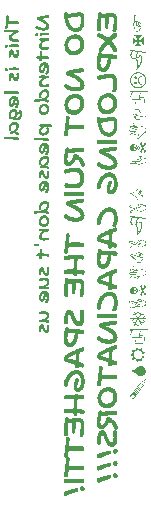
<source format=gbr>
%TF.GenerationSoftware,Altium Limited,Altium Designer,25.8.1 (18)*%
G04 Layer_Color=32896*
%FSLAX45Y45*%
%MOMM*%
%TF.SameCoordinates,EFCC0B50-9DCE-48EA-B2C5-4199F32896F4*%
%TF.FilePolarity,Positive*%
%TF.FileFunction,Legend,Bot*%
%TF.Part,Single*%
G01*
G75*
G36*
X7310885Y12496615D02*
X7312181Y12496059D01*
X7313477Y12495134D01*
X7314403Y12494208D01*
X7315329Y12493467D01*
X7315885Y12492541D01*
X7316070Y12491986D01*
X7316255Y12491801D01*
X7316996Y12489579D01*
X7317551Y12487171D01*
X7318107Y12484579D01*
X7318292Y12482172D01*
X7318477Y12479950D01*
X7318662Y12478098D01*
Y12476432D01*
X7318847Y12444768D01*
X7319588Y12441806D01*
X7320699Y12443102D01*
X7321810Y12444213D01*
X7322551Y12444768D01*
X7322921Y12444954D01*
X7324402Y12445509D01*
X7325883Y12445694D01*
X7326994Y12445879D01*
X7327180D01*
X7327365D01*
X7329587Y12445509D01*
X7331438Y12444954D01*
X7332179Y12444583D01*
X7332735Y12444398D01*
X7332920Y12444028D01*
X7333105D01*
X7333846Y12443287D01*
X7334586Y12442361D01*
X7335512Y12440510D01*
X7335882Y12439584D01*
X7336253Y12438843D01*
X7336438Y12438473D01*
Y12438288D01*
X7338104Y12438843D01*
X7339401Y12439028D01*
X7340326Y12439213D01*
X7340697D01*
X7342178Y12439028D01*
X7343474Y12438843D01*
X7344585Y12438473D01*
X7345696Y12437917D01*
X7346437Y12437547D01*
X7346992Y12437177D01*
X7347178Y12436991D01*
X7347363Y12436806D01*
X7348103Y12435880D01*
X7348844Y12434584D01*
X7349770Y12432177D01*
X7349955Y12431066D01*
X7350140Y12430140D01*
X7350325Y12429585D01*
Y12429400D01*
X7351066Y12429214D01*
X7351436D01*
X7351807D01*
X7353473Y12429029D01*
X7354955Y12428659D01*
X7356251Y12428103D01*
X7357177Y12427178D01*
X7359028Y12425141D01*
X7360139Y12422734D01*
X7360695Y12420326D01*
X7361065Y12418290D01*
X7361250Y12417364D01*
Y12413105D01*
X7359769Y12409957D01*
X7360695Y12405883D01*
X7361065Y12404217D01*
X7361250Y12402551D01*
Y12401254D01*
X7361435Y12400329D01*
Y12397921D01*
X7361250Y12396255D01*
Y12395329D01*
X7361065Y12394774D01*
Y12394218D01*
X7359028Y12390515D01*
X7356806Y12386997D01*
X7354214Y12383664D01*
X7351622Y12380701D01*
X7349214Y12378109D01*
X7347363Y12376072D01*
X7346622Y12375331D01*
X7346067Y12374776D01*
X7345696Y12374590D01*
X7345511Y12374405D01*
Y12361814D01*
X7341808Y12360518D01*
X7338104Y12359407D01*
X7334771Y12358666D01*
X7331809Y12358296D01*
X7329216Y12357926D01*
X7327180Y12357740D01*
X7326439D01*
X7325883D01*
X7325698D01*
X7325513D01*
X7321440Y12357926D01*
X7317366Y12358481D01*
X7313848Y12359222D01*
X7310700Y12359962D01*
X7307922Y12360703D01*
X7305886Y12361444D01*
X7305145Y12361814D01*
X7304589Y12361999D01*
X7304404Y12362184D01*
X7304219D01*
Y12381071D01*
X7301812Y12386071D01*
X7299775Y12391255D01*
X7297738Y12396255D01*
X7296072Y12400884D01*
X7295331Y12402921D01*
X7294776Y12404958D01*
X7294220Y12406624D01*
X7293850Y12408105D01*
X7293479Y12409216D01*
X7293109Y12410142D01*
X7292924Y12410698D01*
Y12410883D01*
X7295146Y12435325D01*
X7298479Y12439028D01*
X7299220Y12474765D01*
Y12479024D01*
X7299590Y12482727D01*
X7299960Y12485690D01*
X7300331Y12488097D01*
X7300701Y12489764D01*
X7301071Y12491060D01*
X7301256Y12491801D01*
X7301442Y12491986D01*
X7302367Y12493652D01*
X7303664Y12494763D01*
X7304960Y12495689D01*
X7306071Y12496245D01*
X7307367Y12496615D01*
X7308293Y12496800D01*
X7309033D01*
X7309219D01*
X7310885Y12496615D01*
D02*
G37*
G36*
X7366620Y12324040D02*
X7361806Y12321818D01*
X7357547Y12319226D01*
X7353844Y12316448D01*
X7350511Y12313300D01*
X7347733Y12309968D01*
X7345326Y12306635D01*
X7343289Y12303116D01*
X7341623Y12299783D01*
X7340141Y12296450D01*
X7339030Y12293488D01*
X7338104Y12290710D01*
X7337549Y12288118D01*
X7336993Y12286081D01*
X7336808Y12284600D01*
X7336623Y12283674D01*
Y12283304D01*
X7341993Y12284044D01*
X7347178Y12285526D01*
X7351622Y12287192D01*
X7355880Y12289229D01*
X7359584Y12291636D01*
X7362917Y12294043D01*
X7365879Y12296821D01*
X7368287Y12299413D01*
X7370508Y12302005D01*
X7372545Y12304598D01*
X7374027Y12307005D01*
X7375323Y12309042D01*
X7376249Y12310708D01*
X7376804Y12312189D01*
X7377174Y12312930D01*
X7377360Y12313300D01*
X7380507D01*
Y12246456D01*
X7377360D01*
X7375138Y12251270D01*
X7372545Y12255529D01*
X7369583Y12259417D01*
X7366620Y12262565D01*
X7363287Y12265528D01*
X7359769Y12267935D01*
X7356436Y12269972D01*
X7353103Y12271823D01*
X7349770Y12273119D01*
X7346807Y12274230D01*
X7344030Y12275156D01*
X7341437Y12275712D01*
X7339401Y12276267D01*
X7337919Y12276452D01*
X7336993Y12276638D01*
X7336623D01*
X7337364Y12271268D01*
X7338845Y12266268D01*
X7340512Y12261639D01*
X7342548Y12257566D01*
X7344956Y12253862D01*
X7347363Y12250529D01*
X7350140Y12247567D01*
X7352733Y12244974D01*
X7355325Y12242752D01*
X7357917Y12240715D01*
X7360324Y12239234D01*
X7362361Y12237938D01*
X7364028Y12236827D01*
X7365509Y12236271D01*
X7366250Y12235901D01*
X7366620Y12235716D01*
Y12232568D01*
X7299775D01*
Y12235716D01*
X7304589Y12237938D01*
X7308848Y12240530D01*
X7312737Y12243493D01*
X7315885Y12246641D01*
X7318847Y12249789D01*
X7321254Y12253307D01*
X7323291Y12256825D01*
X7325143Y12260158D01*
X7326439Y12263306D01*
X7327550Y12266453D01*
X7328476Y12269231D01*
X7329031Y12271638D01*
X7329587Y12273675D01*
X7329772Y12275341D01*
X7329957Y12276267D01*
Y12276638D01*
X7324402Y12275897D01*
X7319403Y12274416D01*
X7314959Y12272749D01*
X7310700Y12270712D01*
X7306997Y12268305D01*
X7303664Y12265713D01*
X7300701Y12263121D01*
X7298109Y12260343D01*
X7295887Y12257751D01*
X7294035Y12255158D01*
X7292368Y12252936D01*
X7291072Y12250714D01*
X7290146Y12249048D01*
X7289591Y12247567D01*
X7289221Y12246826D01*
X7289035Y12246456D01*
X7285888D01*
Y12313300D01*
X7289035D01*
X7291257Y12308486D01*
X7293850Y12304227D01*
X7296812Y12300524D01*
X7299960Y12297191D01*
X7303108Y12294414D01*
X7306626Y12292006D01*
X7310144Y12289784D01*
X7313477Y12288118D01*
X7316625Y12286822D01*
X7319773Y12285711D01*
X7322551Y12284785D01*
X7324958Y12284229D01*
X7326994Y12283674D01*
X7328661Y12283489D01*
X7329587Y12283304D01*
X7329957D01*
X7329216Y12288673D01*
X7327735Y12293673D01*
X7326069Y12298302D01*
X7324032Y12302376D01*
X7321625Y12306079D01*
X7319032Y12309412D01*
X7316440Y12312375D01*
X7313663Y12314967D01*
X7311070Y12317189D01*
X7308478Y12319041D01*
X7306256Y12320707D01*
X7304034Y12322003D01*
X7302367Y12322929D01*
X7300886Y12323485D01*
X7300145Y12323855D01*
X7299775Y12324040D01*
Y12327188D01*
X7366620D01*
Y12324040D01*
D02*
G37*
G36*
X7398283Y12185906D02*
Y12177203D01*
X7337549Y12184795D01*
X7335142Y12181833D01*
X7332920Y12179055D01*
X7331068Y12176092D01*
X7329402Y12173130D01*
X7328105Y12170352D01*
X7326994Y12167760D01*
X7325883Y12165168D01*
X7325143Y12162761D01*
X7324587Y12160539D01*
X7324217Y12158502D01*
X7323847Y12156650D01*
X7323662Y12155169D01*
X7323476Y12153873D01*
Y12152206D01*
X7355325Y12156650D01*
X7356251D01*
X7357177Y12156465D01*
X7358843Y12155909D01*
X7360324Y12154798D01*
X7361621Y12153317D01*
X7362546Y12152021D01*
X7363472Y12150725D01*
X7363843Y12149984D01*
X7364028Y12149614D01*
X7365139Y12146466D01*
X7366065Y12143133D01*
X7366620Y12139615D01*
X7367176Y12136467D01*
X7367361Y12133504D01*
Y12132393D01*
X7367546Y12131282D01*
Y12129245D01*
X7367361Y12124061D01*
X7366990Y12118876D01*
X7366435Y12113877D01*
X7365509Y12109062D01*
X7364583Y12104618D01*
X7363472Y12100174D01*
X7362176Y12096101D01*
X7361065Y12092397D01*
X7359769Y12089064D01*
X7358658Y12085917D01*
X7357547Y12083324D01*
X7356621Y12081102D01*
X7355695Y12079251D01*
X7355140Y12077955D01*
X7354769Y12077029D01*
X7354584Y12076844D01*
X7351992Y12072400D01*
X7349214Y12067956D01*
X7346252Y12063882D01*
X7343104Y12059993D01*
X7339956Y12056290D01*
X7336808Y12052772D01*
X7333846Y12049439D01*
X7330698Y12046476D01*
X7327920Y12043699D01*
X7325143Y12041292D01*
X7322736Y12039255D01*
X7320699Y12037403D01*
X7319032Y12036107D01*
X7317736Y12034996D01*
X7316996Y12034440D01*
X7316625Y12034255D01*
X7318477Y12037403D01*
X7320143Y12040551D01*
X7321625Y12043699D01*
X7322921Y12047032D01*
X7324032Y12050180D01*
X7324958Y12053327D01*
X7325513Y12056290D01*
X7326254Y12059253D01*
X7326624Y12061845D01*
X7326994Y12064437D01*
X7327180Y12066474D01*
X7327365Y12068326D01*
X7327550Y12069992D01*
Y12072029D01*
X7327365Y12078325D01*
X7326809Y12084250D01*
X7325883Y12089990D01*
X7324772Y12095360D01*
X7323291Y12100545D01*
X7321810Y12105174D01*
X7320143Y12109618D01*
X7318477Y12113506D01*
X7316810Y12117210D01*
X7315144Y12120358D01*
X7313663Y12122950D01*
X7312181Y12125357D01*
X7311070Y12127023D01*
X7310144Y12128320D01*
X7309589Y12129245D01*
X7309404Y12129431D01*
X7298109Y12127209D01*
X7296257Y12126838D01*
X7294776Y12126468D01*
X7293294Y12126283D01*
X7291998D01*
X7291072Y12126098D01*
X7290332D01*
X7289961D01*
X7289776D01*
X7288110D01*
X7286443Y12126468D01*
X7283295Y12127394D01*
X7280703Y12128875D01*
X7278481Y12130356D01*
X7276629Y12132023D01*
X7275333Y12133504D01*
X7274407Y12134430D01*
X7274222Y12134615D01*
Y12134800D01*
X7272185Y12138133D01*
X7270519Y12141837D01*
X7269408Y12145540D01*
X7268667Y12148873D01*
X7268297Y12151836D01*
X7268112Y12153132D01*
X7267927Y12154243D01*
Y12156465D01*
X7268112Y12159983D01*
X7268482Y12163501D01*
X7269038Y12166834D01*
X7269778Y12169982D01*
X7271630Y12176092D01*
X7272741Y12178870D01*
X7273852Y12181462D01*
X7274963Y12183684D01*
X7276074Y12185721D01*
X7277000Y12187573D01*
X7277925Y12189054D01*
X7278666Y12190350D01*
X7279222Y12191276D01*
X7279592Y12191832D01*
X7279777Y12192017D01*
X7269038Y12193313D01*
X7251632Y12200349D01*
X7269038Y12202201D01*
X7398283Y12185906D01*
D02*
G37*
G36*
X7338475Y12013517D02*
X7343474Y12012776D01*
X7348289Y12011850D01*
X7352733Y12010554D01*
X7356991Y12009073D01*
X7361065Y12007406D01*
X7364768Y12005555D01*
X7368101Y12003703D01*
X7371064Y12001851D01*
X7373841Y12000000D01*
X7376063Y11998333D01*
X7378100Y11996852D01*
X7379582Y11995556D01*
X7380693Y11994630D01*
X7381433Y11993889D01*
X7381618Y11993704D01*
X7385137Y11989815D01*
X7388284Y11985927D01*
X7390877Y11981853D01*
X7393099Y11977780D01*
X7395136Y11973706D01*
X7396802Y11969632D01*
X7398098Y11965744D01*
X7399024Y11962041D01*
X7399950Y11958522D01*
X7400505Y11955375D01*
X7401061Y11952597D01*
X7401246Y11950190D01*
X7401431Y11948153D01*
X7401616Y11946672D01*
Y11945376D01*
X7401431Y11940191D01*
X7400691Y11935192D01*
X7399765Y11930377D01*
X7398469Y11925933D01*
X7396987Y11921674D01*
X7395321Y11917601D01*
X7393469Y11913897D01*
X7391617Y11910564D01*
X7389766Y11907602D01*
X7387914Y11904824D01*
X7386248Y11902602D01*
X7384766Y11900565D01*
X7383470Y11899084D01*
X7382544Y11897973D01*
X7381804Y11897232D01*
X7381618Y11897047D01*
X7377730Y11893529D01*
X7373841Y11890381D01*
X7369768Y11887604D01*
X7365694Y11885382D01*
X7361621Y11883345D01*
X7357547Y11881864D01*
X7353658Y11880382D01*
X7349955Y11879457D01*
X7346437Y11878531D01*
X7343289Y11877975D01*
X7340512Y11877420D01*
X7338104Y11877235D01*
X7336068Y11877049D01*
X7334586Y11876864D01*
X7333660D01*
X7333290D01*
X7328105Y11877049D01*
X7323106Y11877790D01*
X7318477Y11878716D01*
X7313848Y11880012D01*
X7309589Y11881493D01*
X7305700Y11883160D01*
X7301997Y11885012D01*
X7298664Y11886863D01*
X7295701Y11888900D01*
X7292924Y11890567D01*
X7290702Y11892418D01*
X7288665Y11893900D01*
X7287184Y11895196D01*
X7286073Y11896121D01*
X7285332Y11896862D01*
X7285147Y11897047D01*
X7281629Y11900936D01*
X7278481Y11904824D01*
X7275704Y11908898D01*
X7273482Y11912972D01*
X7271445Y11917045D01*
X7269963Y11921119D01*
X7268482Y11925007D01*
X7267556Y11928711D01*
X7266630Y11932229D01*
X7266075Y11935377D01*
X7265519Y11938154D01*
X7265334Y11940561D01*
X7265149Y11942598D01*
X7264964Y11944079D01*
Y11945376D01*
X7265149Y11950560D01*
X7265890Y11955560D01*
X7266816Y11960374D01*
X7268112Y11964818D01*
X7269593Y11969077D01*
X7271260Y11973151D01*
X7273111Y11976854D01*
X7274963Y11980187D01*
X7277000Y11983150D01*
X7278666Y11985927D01*
X7280518Y11988149D01*
X7281999Y11990186D01*
X7283295Y11991667D01*
X7284221Y11992778D01*
X7284962Y11993519D01*
X7285147Y11993704D01*
X7289035Y11997222D01*
X7292924Y12000370D01*
X7296998Y12002962D01*
X7301071Y12005184D01*
X7305145Y12007221D01*
X7309219Y12008888D01*
X7313107Y12010184D01*
X7316625Y12011110D01*
X7320143Y12012035D01*
X7323291Y12012591D01*
X7326069Y12013146D01*
X7328661Y12013332D01*
X7330513Y12013517D01*
X7331994Y12013702D01*
X7332920D01*
X7333290D01*
X7338475Y12013517D01*
D02*
G37*
G36*
X7266445Y11854089D02*
X7267371Y11853904D01*
X7268667Y11853163D01*
X7269593Y11852422D01*
X7269963Y11852052D01*
X7416800D01*
Y11843349D01*
X7361621D01*
X7358843Y11840387D01*
X7356621Y11837239D01*
X7354399Y11834276D01*
X7352733Y11831128D01*
X7351251Y11828166D01*
X7349955Y11825203D01*
X7349029Y11822240D01*
X7348103Y11819648D01*
X7347548Y11817056D01*
X7346992Y11814834D01*
X7346807Y11812797D01*
X7346437Y11810945D01*
Y11809464D01*
X7346252Y11808538D01*
Y11805760D01*
X7346437Y11803538D01*
X7346622Y11802613D01*
Y11801872D01*
X7346807Y11801317D01*
Y11801131D01*
X7376063D01*
X7376989Y11800946D01*
X7378100Y11800761D01*
X7379952Y11799650D01*
X7381618Y11797984D01*
X7382915Y11796132D01*
X7384026Y11794280D01*
X7384951Y11792614D01*
X7385507Y11791503D01*
X7385692Y11791318D01*
Y11791132D01*
X7386988Y11787244D01*
X7387914Y11783170D01*
X7388655Y11779097D01*
X7389025Y11775393D01*
X7389395Y11772245D01*
Y11770764D01*
X7389581Y11769653D01*
Y11767246D01*
X7389395Y11763543D01*
X7389025Y11759839D01*
X7388470Y11756506D01*
X7387729Y11753173D01*
X7386803Y11750026D01*
X7385877Y11747063D01*
X7384766Y11744471D01*
X7383655Y11741878D01*
X7382544Y11739656D01*
X7381433Y11737619D01*
X7380507Y11735953D01*
X7379582Y11734472D01*
X7378841Y11733175D01*
X7378285Y11732435D01*
X7377915Y11731879D01*
X7377730Y11731694D01*
X7299960D01*
X7302553Y11735768D01*
X7304775Y11739841D01*
X7306626Y11744100D01*
X7308108Y11748359D01*
X7309219Y11752433D01*
X7310144Y11756506D01*
X7310700Y11760395D01*
X7311070Y11764098D01*
X7311255Y11767616D01*
X7311441Y11770764D01*
X7311255Y11773542D01*
Y11775949D01*
X7311070Y11777800D01*
X7310885Y11779282D01*
X7310700Y11780208D01*
Y11780578D01*
X7291628D01*
X7287554Y11780948D01*
X7283851Y11781689D01*
X7280703Y11783170D01*
X7278111Y11784837D01*
X7275704Y11786874D01*
X7273852Y11789096D01*
X7272371Y11791688D01*
X7271074Y11794095D01*
X7270149Y11796687D01*
X7269408Y11799095D01*
X7268852Y11801502D01*
X7268482Y11803538D01*
X7268297Y11805205D01*
X7268112Y11806686D01*
Y11807797D01*
X7268297Y11811315D01*
X7268667Y11814834D01*
X7269408Y11818167D01*
X7270334Y11821314D01*
X7272741Y11827425D01*
X7274037Y11830202D01*
X7275333Y11832795D01*
X7276629Y11835017D01*
X7277925Y11837054D01*
X7279222Y11838905D01*
X7280333Y11840387D01*
X7281258Y11841683D01*
X7281999Y11842609D01*
X7282369Y11843164D01*
X7282555Y11843349D01*
X7269963D01*
X7269223Y11842609D01*
X7268482Y11842053D01*
X7267001Y11841312D01*
X7265890Y11841127D01*
X7265705D01*
X7265519D01*
X7263483Y11841498D01*
X7262001Y11842238D01*
X7260890Y11843164D01*
X7260150Y11844460D01*
X7259779Y11845756D01*
X7259409Y11846682D01*
Y11847793D01*
X7259594Y11850015D01*
X7260335Y11851496D01*
X7261261Y11852607D01*
X7262372Y11853533D01*
X7263668Y11853904D01*
X7264594Y11854089D01*
X7265334Y11854274D01*
X7265519D01*
X7266445Y11854089D01*
D02*
G37*
G36*
X7329587Y11700957D02*
X7333475Y11700401D01*
X7336993Y11699660D01*
X7340141Y11698920D01*
X7342734Y11698179D01*
X7344770Y11697438D01*
X7345511Y11697068D01*
X7346067Y11696883D01*
X7346252Y11696698D01*
X7346437D01*
Y11686328D01*
X7346622Y11684106D01*
X7346992Y11682440D01*
X7347548Y11681514D01*
X7347733Y11681144D01*
X7348289Y11680403D01*
X7349214Y11679477D01*
X7351436Y11677811D01*
X7352362Y11676885D01*
X7353288Y11676144D01*
X7354029Y11675774D01*
X7354214Y11675589D01*
X7357547Y11672996D01*
X7359399Y11671515D01*
X7361065Y11670404D01*
X7362361Y11669293D01*
X7363287Y11668552D01*
X7364028Y11667997D01*
X7364583Y11667627D01*
X7364768Y11667256D01*
X7364954D01*
X7382359Y11650962D01*
X7401802Y11646518D01*
X7401061Y11643925D01*
X7400320Y11641518D01*
X7399580Y11639296D01*
X7398469Y11637445D01*
X7397358Y11635963D01*
X7396061Y11634482D01*
X7394580Y11633371D01*
X7393284Y11632445D01*
X7391803Y11631704D01*
X7389210Y11630779D01*
X7386988Y11630223D01*
X7386248Y11630038D01*
X7385507D01*
X7385137D01*
X7384951D01*
X7382915Y11630223D01*
X7380878Y11630779D01*
X7378471Y11631519D01*
X7376434Y11632260D01*
X7374397Y11633186D01*
X7372916Y11633926D01*
X7371805Y11634482D01*
X7371619Y11634667D01*
X7371434D01*
X7369027Y11636148D01*
X7366250Y11637445D01*
X7363472Y11638370D01*
X7360880Y11639296D01*
X7358473Y11639852D01*
X7356621Y11640407D01*
X7354955Y11640778D01*
X7354029Y11640963D01*
X7353658D01*
Y11638741D01*
X7353473Y11634112D01*
X7352918Y11630038D01*
X7352177Y11626520D01*
X7351436Y11623557D01*
X7350696Y11621150D01*
X7349955Y11619483D01*
X7349400Y11618372D01*
X7349214Y11618002D01*
X7348289Y11616521D01*
X7347363Y11615410D01*
X7345511Y11613373D01*
X7343474Y11611892D01*
X7341623Y11610966D01*
X7340141Y11610410D01*
X7338660Y11610225D01*
X7337919Y11610040D01*
X7337549D01*
X7335327Y11610225D01*
X7333105Y11610781D01*
X7331068Y11611521D01*
X7329402Y11612262D01*
X7328105Y11613188D01*
X7326994Y11613929D01*
X7326254Y11614484D01*
X7326069Y11614669D01*
X7323847Y11613558D01*
X7321995Y11613003D01*
X7321440Y11612818D01*
X7320884D01*
X7320514D01*
X7320329D01*
X7318107Y11613188D01*
X7316440Y11613743D01*
X7315329Y11614299D01*
X7314959Y11614669D01*
X7313477Y11616336D01*
X7312552Y11618002D01*
X7312181Y11618743D01*
X7311996Y11619483D01*
X7311811Y11619854D01*
Y11620039D01*
X7310700Y11619854D01*
X7309959D01*
X7309404D01*
X7309219D01*
X7307737Y11620039D01*
X7306441Y11620224D01*
X7304219Y11621335D01*
X7302738Y11622816D01*
X7301627Y11624483D01*
X7300886Y11626335D01*
X7300331Y11627816D01*
X7300145Y11628927D01*
Y11629297D01*
X7299405Y11629112D01*
X7298849D01*
X7298664D01*
X7298479D01*
X7296812Y11629297D01*
X7295331Y11629668D01*
X7294220Y11630223D01*
X7293109Y11631149D01*
X7291443Y11633186D01*
X7290332Y11635593D01*
X7289776Y11638000D01*
X7289406Y11640037D01*
X7289221Y11640963D01*
Y11645962D01*
X7290887Y11649110D01*
X7290332Y11651147D01*
X7289961Y11653184D01*
X7289591Y11654850D01*
X7289406Y11656332D01*
X7289221Y11657628D01*
Y11660776D01*
X7289406Y11662442D01*
Y11663183D01*
X7289591Y11663738D01*
Y11664294D01*
X7291628Y11668182D01*
X7294035Y11671885D01*
X7296442Y11675218D01*
X7299034Y11677996D01*
X7301256Y11680403D01*
X7303108Y11682255D01*
X7303849Y11682995D01*
X7304404Y11683551D01*
X7304589Y11683736D01*
X7304775Y11683921D01*
Y11697068D01*
X7308663Y11698364D01*
X7312552Y11699475D01*
X7316070Y11700216D01*
X7319218Y11700586D01*
X7321810Y11700957D01*
X7323847Y11701142D01*
X7324587D01*
X7325143D01*
X7325513D01*
X7325698D01*
X7329587Y11700957D01*
D02*
G37*
G36*
X7296627Y11579673D02*
X7298294Y11579302D01*
X7300145Y11578747D01*
X7301812Y11578006D01*
X7303293Y11577266D01*
X7304404Y11576710D01*
X7305145Y11576340D01*
X7305515Y11576155D01*
X7334586Y11559490D01*
X7345326Y11560416D01*
X7352362Y11559119D01*
X7355695Y11558564D01*
X7358658Y11557823D01*
X7361621Y11556897D01*
X7364213Y11556157D01*
X7366805Y11555416D01*
X7369027Y11554675D01*
X7370879Y11553935D01*
X7372730Y11553194D01*
X7374212Y11552639D01*
X7375508Y11552083D01*
X7376434Y11551528D01*
X7377174Y11551342D01*
X7377545Y11550972D01*
X7377730D01*
X7386433Y11543195D01*
X7396247D01*
X7397728Y11539492D01*
X7398654Y11535974D01*
X7399394Y11532641D01*
X7399950Y11529678D01*
X7400320Y11527086D01*
X7400505Y11525049D01*
Y11523382D01*
X7400320Y11519679D01*
X7399765Y11515791D01*
X7399209Y11512272D01*
X7398283Y11508939D01*
X7397543Y11506162D01*
X7397172Y11505051D01*
X7396987Y11503940D01*
X7396617Y11503199D01*
X7396432Y11502644D01*
X7396247Y11502273D01*
Y11502088D01*
X7383655D01*
X7381433Y11499126D01*
X7379211Y11496163D01*
X7376804Y11493385D01*
X7374582Y11490608D01*
X7372545Y11488386D01*
X7370879Y11486534D01*
X7370323Y11485794D01*
X7369768Y11485238D01*
X7369583Y11485053D01*
X7369398Y11484868D01*
X7347548Y11468758D01*
X7329402Y11449686D01*
X7328105Y11451538D01*
X7326069Y11454130D01*
X7324402Y11456537D01*
X7323291Y11458574D01*
X7322551Y11460426D01*
X7322180Y11461907D01*
X7321810Y11463018D01*
Y11463944D01*
X7321995Y11465796D01*
X7322365Y11467647D01*
X7322736Y11469314D01*
X7323291Y11470610D01*
X7324032Y11471906D01*
X7324402Y11472832D01*
X7324772Y11473388D01*
X7324958Y11473573D01*
X7326254Y11475239D01*
X7327550Y11476721D01*
X7329216Y11478017D01*
X7330513Y11479128D01*
X7331994Y11480239D01*
X7333105Y11480979D01*
X7333846Y11481350D01*
X7334031Y11481535D01*
X7334586Y11483386D01*
X7335327Y11484868D01*
X7335882Y11486349D01*
X7336253Y11487460D01*
X7336808Y11488386D01*
X7336993Y11488941D01*
X7337364Y11489312D01*
Y11489497D01*
X7335142Y11489682D01*
X7333290Y11489867D01*
X7331624Y11490238D01*
X7330327Y11490423D01*
X7329402Y11490608D01*
X7328661Y11490793D01*
X7328291Y11490978D01*
X7328105D01*
X7285702Y11480053D01*
X7283666Y11479498D01*
X7281814Y11479128D01*
X7280147Y11478942D01*
X7278666Y11478757D01*
X7277555Y11478572D01*
X7276629D01*
X7276074D01*
X7275889D01*
X7274407D01*
X7273111Y11478942D01*
X7272000Y11479128D01*
X7271074Y11479498D01*
X7270519Y11479868D01*
X7269963Y11480239D01*
X7269593Y11480424D01*
Y11480609D01*
X7268852Y11481535D01*
X7268482Y11482461D01*
X7267741Y11484497D01*
Y11485238D01*
X7267556Y11485979D01*
Y11486719D01*
X7267741Y11488016D01*
X7268112Y11489312D01*
X7268852Y11490423D01*
X7269778Y11491534D01*
X7272185Y11493571D01*
X7274778Y11495237D01*
X7277370Y11496718D01*
X7279777Y11497644D01*
X7280703Y11498015D01*
X7281444Y11498385D01*
X7281814Y11498570D01*
X7281999D01*
X7314774Y11509680D01*
X7272741Y11508569D01*
X7269963Y11508754D01*
X7267556Y11508939D01*
X7265519Y11509495D01*
X7263668Y11510050D01*
X7262186Y11510791D01*
X7260890Y11511717D01*
X7259964Y11512643D01*
X7259039Y11513383D01*
X7257928Y11515235D01*
X7257372Y11516902D01*
X7257187Y11518013D01*
Y11518383D01*
X7257372Y11520049D01*
X7257742Y11521716D01*
X7258298Y11522827D01*
X7258853Y11523938D01*
X7259594Y11524678D01*
X7260150Y11525419D01*
X7260520Y11525604D01*
X7260705Y11525789D01*
X7262186Y11526530D01*
X7263853Y11527086D01*
X7267186Y11527826D01*
X7268667Y11528011D01*
X7269963Y11528197D01*
X7270704D01*
X7271074D01*
X7312922D01*
X7276074Y11538751D01*
X7274037Y11539492D01*
X7272371Y11540232D01*
X7270889Y11540973D01*
X7269593Y11541899D01*
X7268482Y11542640D01*
X7267556Y11543565D01*
X7266260Y11545417D01*
X7265334Y11546898D01*
X7264964Y11548195D01*
X7264779Y11549120D01*
Y11549491D01*
X7264964Y11550972D01*
X7265149Y11552268D01*
X7265519Y11553379D01*
X7266075Y11554305D01*
X7266630Y11555046D01*
X7267001Y11555601D01*
X7267186Y11555786D01*
X7267371Y11555972D01*
X7268297Y11556712D01*
X7269593Y11557083D01*
X7271815Y11557823D01*
X7272926D01*
X7273852Y11558008D01*
X7274407D01*
X7274593D01*
X7275704D01*
X7277185Y11557823D01*
X7280147Y11557083D01*
X7281629Y11556897D01*
X7282740Y11556527D01*
X7283480Y11556342D01*
X7283851D01*
X7319773Y11546898D01*
X7294776Y11562082D01*
X7293294Y11563008D01*
X7291998Y11563934D01*
X7290146Y11565785D01*
X7288665Y11567452D01*
X7287554Y11568933D01*
X7286999Y11570044D01*
X7286813Y11570970D01*
X7286628Y11571711D01*
Y11571896D01*
X7286813Y11573007D01*
X7286999Y11574118D01*
X7287924Y11575969D01*
X7288480Y11576710D01*
X7288850Y11577266D01*
X7289035Y11577451D01*
X7289221Y11577636D01*
X7290146Y11578377D01*
X7291072Y11578932D01*
X7292924Y11579488D01*
X7293850Y11579673D01*
X7294405Y11579858D01*
X7294776D01*
X7294961D01*
X7296627Y11579673D01*
D02*
G37*
G36*
X7391988Y11418949D02*
X7392728Y11418764D01*
X7393839Y11417653D01*
X7394765Y11416356D01*
X7395321Y11414690D01*
X7395691Y11413023D01*
X7395876Y11411542D01*
Y11410246D01*
X7397728Y11408950D01*
X7399209Y11407654D01*
X7400135Y11406543D01*
X7400876Y11405432D01*
X7401246Y11404691D01*
X7401431Y11404135D01*
X7401616Y11403765D01*
Y11403580D01*
X7401431Y11402839D01*
X7401246Y11402099D01*
X7400135Y11400802D01*
X7398469Y11399691D01*
X7396617Y11398951D01*
X7394950Y11398395D01*
X7393284Y11398025D01*
X7392173Y11397655D01*
X7391988D01*
X7391803D01*
X7388284Y11393766D01*
X7385137Y11389878D01*
X7382359Y11386174D01*
X7379952Y11382656D01*
X7378100Y11379694D01*
X7377360Y11378397D01*
X7376619Y11377286D01*
X7376249Y11376361D01*
X7375878Y11375805D01*
X7375508Y11375435D01*
Y11375250D01*
X7377730Y11371546D01*
X7380137Y11367658D01*
X7382729Y11363954D01*
X7385137Y11360436D01*
X7387359Y11357474D01*
X7388284Y11356177D01*
X7389210Y11355066D01*
X7389951Y11354326D01*
X7390506Y11353585D01*
X7390692Y11353215D01*
X7390877Y11353030D01*
X7391988Y11352474D01*
X7392728Y11352289D01*
X7393284Y11352104D01*
X7393469D01*
X7394950Y11351548D01*
X7396061Y11350993D01*
X7398098Y11349882D01*
X7399580Y11348771D01*
X7400505Y11347845D01*
X7401246Y11347104D01*
X7401431Y11346549D01*
X7401616Y11346178D01*
Y11345993D01*
X7401431Y11344882D01*
X7400876Y11343771D01*
X7400135Y11342660D01*
X7399209Y11341549D01*
X7398283Y11340623D01*
X7397543Y11339883D01*
X7396987Y11339327D01*
X7396802Y11339142D01*
X7396432Y11337661D01*
X7396061Y11336180D01*
X7395321Y11334143D01*
X7394395Y11332476D01*
X7393469Y11331550D01*
X7392543Y11330810D01*
X7391988Y11330625D01*
X7391432Y11330439D01*
X7391247D01*
X7390136Y11330625D01*
X7389025Y11331180D01*
X7388099Y11331921D01*
X7387359Y11333032D01*
X7386618Y11334143D01*
X7385877Y11335439D01*
X7384766Y11338402D01*
X7384026Y11341364D01*
X7383655Y11342845D01*
X7383470Y11343956D01*
X7383285Y11345067D01*
X7383100Y11345808D01*
Y11346549D01*
X7382359Y11347660D01*
X7381804Y11348771D01*
X7381433Y11349511D01*
X7381063Y11350067D01*
X7380693Y11350808D01*
X7380507Y11350993D01*
X7378656Y11353770D01*
X7377174Y11356363D01*
X7375693Y11358585D01*
X7374582Y11360436D01*
X7373656Y11362103D01*
X7372916Y11363214D01*
X7372545Y11363954D01*
X7372360Y11364140D01*
X7371805Y11364880D01*
X7371249Y11365806D01*
X7370879Y11366547D01*
X7370694Y11366917D01*
X7368101Y11361547D01*
X7366250Y11356918D01*
X7364768Y11352844D01*
X7363472Y11349511D01*
X7362732Y11346919D01*
X7362361Y11345067D01*
X7362176Y11344512D01*
X7361991Y11343956D01*
Y11343586D01*
X7363287Y11341364D01*
X7364213Y11339512D01*
X7364768Y11338402D01*
X7364954Y11338216D01*
Y11338031D01*
X7365509Y11336550D01*
X7365694Y11335624D01*
X7365879Y11335069D01*
Y11334883D01*
X7365694Y11333402D01*
X7365324Y11332291D01*
X7365139Y11331736D01*
X7364954Y11331550D01*
X7364213Y11330810D01*
X7363287Y11330625D01*
X7362546Y11330439D01*
X7362176D01*
X7361250Y11330625D01*
X7360139Y11330995D01*
X7357917Y11332291D01*
X7356991Y11333032D01*
X7356066Y11333772D01*
X7355510Y11334143D01*
X7355325Y11334328D01*
X7352733Y11333958D01*
X7350881Y11333772D01*
X7350325D01*
X7349770D01*
X7349400D01*
X7347918Y11333958D01*
X7346807Y11334143D01*
X7346067Y11334513D01*
X7345881Y11334698D01*
X7345141Y11335439D01*
X7344770Y11336365D01*
X7344585Y11337105D01*
Y11337476D01*
X7344770Y11338031D01*
X7344956Y11338772D01*
X7345881Y11340438D01*
X7346437Y11341179D01*
X7346992Y11341734D01*
X7347178Y11342105D01*
X7347363Y11342290D01*
X7348474Y11343586D01*
X7349770Y11345067D01*
X7352362Y11347845D01*
X7353473Y11348956D01*
X7354399Y11349882D01*
X7355140Y11350622D01*
X7355325Y11350808D01*
X7355695Y11351733D01*
X7356066Y11352659D01*
X7356436Y11353770D01*
X7356806Y11354326D01*
Y11354511D01*
X7357917Y11357103D01*
X7358843Y11359510D01*
X7359769Y11361732D01*
X7360695Y11363769D01*
X7361621Y11365621D01*
X7362361Y11367287D01*
X7363472Y11370065D01*
X7364583Y11372102D01*
X7365324Y11373583D01*
X7365694Y11374324D01*
X7365879Y11374694D01*
X7363472Y11379694D01*
X7361250Y11384323D01*
X7359399Y11388581D01*
X7357917Y11392100D01*
X7356806Y11395062D01*
X7356436Y11396173D01*
X7356066Y11397099D01*
X7355695Y11397840D01*
X7355510Y11398395D01*
X7355325Y11398766D01*
Y11398951D01*
X7353288Y11400617D01*
X7351622Y11402099D01*
X7350325Y11403395D01*
X7349214Y11404506D01*
X7348289Y11405432D01*
X7347733Y11406172D01*
X7347363Y11406543D01*
X7347178Y11406728D01*
X7346252Y11407839D01*
X7345511Y11408950D01*
X7345141Y11409690D01*
X7344770Y11410431D01*
X7344400Y11411542D01*
Y11411912D01*
X7344585Y11413209D01*
X7344956Y11414320D01*
X7345511Y11414875D01*
X7345696Y11415060D01*
X7346807Y11415616D01*
X7348289Y11415801D01*
X7349400Y11415986D01*
X7349585D01*
X7349770D01*
X7351436Y11415801D01*
X7353288Y11415616D01*
X7354029Y11415431D01*
X7354769D01*
X7355140Y11415245D01*
X7355325D01*
X7356991Y11416542D01*
X7358473Y11417467D01*
X7359584Y11418023D01*
X7360510Y11418393D01*
X7361250Y11418764D01*
X7361621Y11418949D01*
X7361991D01*
X7363287Y11418764D01*
X7364028Y11418393D01*
X7364583Y11418023D01*
X7364768Y11417838D01*
X7365324Y11416727D01*
X7365509Y11415616D01*
X7365694Y11414690D01*
Y11414320D01*
X7365509Y11413209D01*
X7365139Y11412098D01*
X7364954Y11411357D01*
X7364768Y11410987D01*
X7364028Y11409505D01*
X7363102Y11408209D01*
X7362361Y11407283D01*
X7361991Y11407098D01*
Y11406913D01*
X7362732Y11403210D01*
X7364028Y11399321D01*
X7365324Y11395247D01*
X7366805Y11391359D01*
X7368287Y11388026D01*
X7369027Y11386545D01*
X7369583Y11385249D01*
X7369953Y11384323D01*
X7370323Y11383582D01*
X7370694Y11383027D01*
Y11382841D01*
X7372916Y11386730D01*
X7374952Y11390433D01*
X7376989Y11393581D01*
X7378841Y11396544D01*
X7380322Y11398766D01*
X7381433Y11400432D01*
X7382359Y11401543D01*
X7382544Y11401728D01*
Y11401913D01*
X7383100Y11405617D01*
X7383840Y11408579D01*
X7384396Y11411172D01*
X7384766Y11413023D01*
X7385322Y11414320D01*
X7385507Y11415245D01*
X7385877Y11415801D01*
Y11415986D01*
X7386433Y11417097D01*
X7387359Y11417838D01*
X7388099Y11418393D01*
X7389025Y11418764D01*
X7389766Y11418949D01*
X7390506Y11419134D01*
X7390877D01*
X7391062D01*
X7391988Y11418949D01*
D02*
G37*
G36*
X7338475Y11389692D02*
X7342919Y11384323D01*
X7344770Y11383027D01*
X7346067Y11381545D01*
X7347178Y11380064D01*
X7347733Y11378583D01*
X7348103Y11377286D01*
X7348289Y11376175D01*
X7348474Y11375250D01*
Y11375064D01*
X7348289Y11372842D01*
X7347733Y11371176D01*
X7347363Y11370065D01*
X7347178Y11369880D01*
Y11369695D01*
X7345881Y11368028D01*
X7344400Y11366917D01*
X7343289Y11365991D01*
X7343104Y11365806D01*
X7342919D01*
X7338475Y11360436D01*
X7329772Y11358214D01*
X7329031Y11361547D01*
X7329957Y11361732D01*
X7330513Y11362103D01*
X7330883Y11362288D01*
X7331068D01*
X7332735Y11363029D01*
X7334031Y11363769D01*
X7334957Y11364510D01*
X7335882Y11365251D01*
X7336438Y11365806D01*
X7336808Y11366362D01*
X7337179Y11366547D01*
Y11366732D01*
X7337549Y11367843D01*
X7337919Y11369139D01*
X7338290Y11371917D01*
X7338475Y11373398D01*
Y11377472D01*
X7338290Y11379138D01*
X7337919Y11380619D01*
X7337734Y11381730D01*
X7337364Y11382471D01*
X7337179Y11383027D01*
X7336993Y11383397D01*
Y11383582D01*
X7336253Y11384508D01*
X7335512Y11385249D01*
X7333475Y11386730D01*
X7332549Y11387285D01*
X7331809Y11387656D01*
X7331253Y11387841D01*
X7331068Y11388026D01*
X7330513Y11388211D01*
X7329772Y11388396D01*
X7329216Y11388581D01*
X7329031Y11388767D01*
X7329772Y11391914D01*
X7338475Y11389692D01*
D02*
G37*
G36*
X7294961Y11405432D02*
X7298109Y11405246D01*
X7300516Y11404876D01*
X7302553Y11404321D01*
X7304034Y11403765D01*
X7305145Y11403395D01*
X7305886Y11403210D01*
X7306071Y11403024D01*
X7308293Y11401913D01*
X7309959Y11400988D01*
X7311441Y11400247D01*
X7312552Y11399877D01*
X7313477Y11399506D01*
X7314033Y11399321D01*
X7314218D01*
X7314403D01*
X7321810Y11398210D01*
X7327735Y11385804D01*
X7332179Y11383952D01*
X7332549Y11382656D01*
X7332920Y11381360D01*
X7333105Y11380434D01*
Y11380064D01*
X7333290Y11378212D01*
Y11372842D01*
X7333105Y11370991D01*
X7332920Y11369509D01*
X7332735Y11368213D01*
X7332549Y11367102D01*
X7332364Y11366362D01*
X7332179Y11365991D01*
Y11365806D01*
X7327735Y11364140D01*
X7321810Y11351733D01*
X7314403Y11350622D01*
X7313107Y11350252D01*
X7311996Y11350067D01*
X7311441Y11349697D01*
X7311255D01*
X7307552Y11347845D01*
X7304034Y11346364D01*
X7300701Y11345438D01*
X7297738Y11344697D01*
X7295146Y11344327D01*
X7293109Y11343956D01*
X7292368D01*
X7291813D01*
X7291628D01*
X7291443D01*
X7289221D01*
X7287184Y11344327D01*
X7283480Y11345253D01*
X7280147Y11346734D01*
X7277370Y11348215D01*
X7275333Y11349882D01*
X7273667Y11351363D01*
X7272741Y11352289D01*
X7272371Y11352474D01*
Y11352659D01*
X7269963Y11355992D01*
X7268112Y11359696D01*
X7266816Y11363399D01*
X7265890Y11366917D01*
X7265334Y11370065D01*
X7265149Y11371361D01*
Y11372657D01*
X7264964Y11373583D01*
Y11374879D01*
X7265334Y11379694D01*
X7266075Y11384138D01*
X7267371Y11387841D01*
X7268667Y11391174D01*
X7269963Y11393766D01*
X7271260Y11395618D01*
X7271630Y11396173D01*
X7272000Y11396729D01*
X7272371Y11396914D01*
Y11397099D01*
X7273852Y11398580D01*
X7275333Y11399877D01*
X7278481Y11402099D01*
X7281629Y11403580D01*
X7284591Y11404506D01*
X7287369Y11405246D01*
X7289406Y11405432D01*
X7290332Y11405617D01*
X7290887D01*
X7291257D01*
X7291443D01*
X7294961Y11405432D01*
D02*
G37*
G36*
X7362917Y11300072D02*
X7363657D01*
X7364398Y11299887D01*
X7364768D01*
X7364954D01*
X7368472Y11297850D01*
X7372175Y11295628D01*
X7375508Y11293036D01*
X7378471Y11290444D01*
X7381063Y11288036D01*
X7383100Y11286185D01*
X7383840Y11285444D01*
X7384396Y11284889D01*
X7384581Y11284518D01*
X7384766Y11284333D01*
X7397358D01*
X7398654Y11280630D01*
X7399580Y11276926D01*
X7400320Y11273593D01*
X7400691Y11270631D01*
X7401061Y11268038D01*
X7401246Y11266002D01*
Y11264335D01*
X7401061Y11260261D01*
X7400505Y11256188D01*
X7399950Y11252670D01*
X7399024Y11249522D01*
X7398283Y11246744D01*
X7397728Y11244708D01*
X7397358Y11243967D01*
X7397172Y11243411D01*
X7396987Y11243226D01*
Y11243041D01*
X7378100D01*
X7373101Y11240819D01*
X7367916Y11238597D01*
X7362917Y11236745D01*
X7358288Y11235079D01*
X7356251Y11234338D01*
X7354214Y11233598D01*
X7352547Y11233042D01*
X7351066Y11232672D01*
X7349955Y11232301D01*
X7349029Y11231931D01*
X7348474Y11231746D01*
X7348289D01*
X7323847Y11233968D01*
X7320143Y11237301D01*
X7284406Y11238042D01*
X7280147D01*
X7276444Y11238412D01*
X7273482Y11238782D01*
X7271074Y11239153D01*
X7269408Y11239523D01*
X7268112Y11239893D01*
X7267371Y11240078D01*
X7267186Y11240264D01*
X7265519Y11241189D01*
X7264223Y11242486D01*
X7263483Y11243782D01*
X7262742Y11244893D01*
X7262372Y11246189D01*
X7262186Y11247115D01*
Y11248040D01*
X7262372Y11249707D01*
X7262927Y11251003D01*
X7263853Y11252299D01*
X7264779Y11253225D01*
X7265705Y11254151D01*
X7266630Y11254706D01*
X7267186Y11254892D01*
X7267371Y11255077D01*
X7269593Y11255817D01*
X7272000Y11256373D01*
X7274593Y11256928D01*
X7277000Y11257114D01*
X7279222Y11257299D01*
X7281073Y11257484D01*
X7281814D01*
X7282369D01*
X7282555D01*
X7282740D01*
X7314403Y11257669D01*
X7317366Y11258410D01*
X7316070Y11259521D01*
X7314959Y11260632D01*
X7314403Y11261372D01*
X7314218Y11261743D01*
X7313477Y11263224D01*
X7313292Y11264705D01*
X7313107Y11265816D01*
Y11267298D01*
X7313477Y11268409D01*
X7314033Y11270260D01*
X7314403Y11271001D01*
X7314774Y11271557D01*
X7314959Y11271742D01*
X7315144Y11271927D01*
X7315885Y11272668D01*
X7316810Y11273408D01*
X7318662Y11274334D01*
X7319588Y11274704D01*
X7320329Y11275075D01*
X7320699Y11275260D01*
X7320884D01*
X7320143Y11276926D01*
X7319958Y11278223D01*
X7319773Y11279148D01*
Y11279519D01*
X7319958Y11281000D01*
X7320143Y11282296D01*
X7320514Y11283407D01*
X7321069Y11284518D01*
X7321625Y11285259D01*
X7321995Y11285814D01*
X7322180Y11286000D01*
X7322365Y11286185D01*
X7323291Y11286925D01*
X7324587Y11287666D01*
X7326994Y11288592D01*
X7328105Y11288777D01*
X7329031Y11288962D01*
X7329587Y11289147D01*
X7329772D01*
Y11290629D01*
X7329957Y11292295D01*
X7330327Y11293776D01*
X7331068Y11295073D01*
X7331809Y11295998D01*
X7333846Y11297850D01*
X7336253Y11298961D01*
X7338845Y11299517D01*
X7340882Y11299887D01*
X7341623Y11300072D01*
X7342363D01*
X7342734D01*
X7342919D01*
X7346067D01*
X7349214Y11298591D01*
X7353288Y11299517D01*
X7354955Y11299887D01*
X7356621Y11300072D01*
X7357917D01*
X7358843Y11300257D01*
X7359584D01*
X7359769D01*
X7361250D01*
X7362917Y11300072D01*
D02*
G37*
G36*
X7331253Y11021027D02*
X7333475Y11020471D01*
X7335512Y11019731D01*
X7337179Y11018990D01*
X7338475Y11018249D01*
X7339586Y11017509D01*
X7340326Y11016953D01*
X7340512Y11016768D01*
X7342734Y11017694D01*
X7344400Y11018249D01*
X7345141D01*
X7345696Y11018435D01*
X7346067D01*
X7346252D01*
X7348474Y11018249D01*
X7350325Y11017509D01*
X7351436Y11016953D01*
X7351622Y11016768D01*
X7351807D01*
X7353103Y11015102D01*
X7354029Y11013435D01*
X7354399Y11012695D01*
X7354584Y11011954D01*
X7354769Y11011584D01*
Y11011398D01*
X7355880D01*
X7356621D01*
X7357177D01*
X7357362D01*
X7358843Y11011213D01*
X7360139Y11011028D01*
X7362361Y11009917D01*
X7363843Y11008436D01*
X7364954Y11006584D01*
X7365694Y11004918D01*
X7366250Y11003436D01*
X7366435Y11002325D01*
Y11001955D01*
X7367176Y11002140D01*
X7367731D01*
X7367916D01*
X7368101D01*
X7369768Y11001955D01*
X7371064Y11001585D01*
X7372360Y11001029D01*
X7373286Y11000103D01*
X7374952Y10998066D01*
X7376063Y10995659D01*
X7376619Y10993437D01*
X7376989Y10991400D01*
X7377174Y10990475D01*
Y10985475D01*
X7375693Y10982327D01*
X7376249Y10980290D01*
X7376619Y10978254D01*
X7376804Y10976587D01*
X7376989Y10975106D01*
X7377174Y10973810D01*
Y10970662D01*
X7376989Y10968995D01*
Y10967144D01*
X7374952Y10963255D01*
X7372545Y10959552D01*
X7369953Y10956219D01*
X7367546Y10953441D01*
X7365139Y10950849D01*
X7363287Y10949183D01*
X7362546Y10948442D01*
X7361991Y10947886D01*
X7361806Y10947701D01*
X7361621Y10947516D01*
Y10934369D01*
X7357732Y10932888D01*
X7354029Y10931962D01*
X7350511Y10931221D01*
X7347363Y10930666D01*
X7344770Y10930296D01*
X7342734Y10930110D01*
X7341993D01*
X7341252D01*
X7341067D01*
X7340882D01*
X7336808Y10930296D01*
X7333105Y10930851D01*
X7329587Y10931592D01*
X7326439Y10932332D01*
X7323662Y10933258D01*
X7321625Y10933999D01*
X7320884Y10934369D01*
X7320329Y10934554D01*
X7320143Y10934740D01*
X7319958D01*
Y10945109D01*
X7319773Y10947331D01*
X7319403Y10948997D01*
X7319032Y10949923D01*
X7318847Y10950294D01*
X7318292Y10951034D01*
X7317366Y10951775D01*
X7315144Y10953627D01*
X7314033Y10954552D01*
X7313292Y10955293D01*
X7312552Y10955663D01*
X7312366Y10955849D01*
X7309033Y10958441D01*
X7307182Y10959922D01*
X7305515Y10961033D01*
X7304219Y10961959D01*
X7303293Y10962885D01*
X7302553Y10963440D01*
X7301997Y10963811D01*
X7301627Y10964181D01*
X7284221Y10980476D01*
X7264594Y10984920D01*
X7265334Y10987512D01*
X7266075Y10989919D01*
X7267001Y10991956D01*
X7267927Y10993808D01*
X7269223Y10995474D01*
X7270519Y10996770D01*
X7271815Y10997881D01*
X7273296Y10998807D01*
X7274593Y10999548D01*
X7277370Y11000474D01*
X7279592Y11001029D01*
X7280333D01*
X7281073Y11001214D01*
X7281444D01*
X7281629D01*
X7283666Y11001029D01*
X7285702Y11000474D01*
X7287924Y10999733D01*
X7290146Y10998992D01*
X7292183Y10998252D01*
X7293665Y10997511D01*
X7294776Y10996955D01*
X7294961Y10996770D01*
X7295146D01*
X7297553Y10995289D01*
X7300331Y10993993D01*
X7303108Y10992882D01*
X7305515Y10992141D01*
X7307922Y10991400D01*
X7309959Y10991030D01*
X7311441Y10990660D01*
X7312366Y10990475D01*
X7312737D01*
Y10992697D01*
X7312922Y10997326D01*
X7313477Y11001399D01*
X7314218Y11004918D01*
X7314959Y11007880D01*
X7315885Y11010287D01*
X7316625Y11011954D01*
X7317181Y11013065D01*
X7317366Y11013435D01*
X7319218Y11016027D01*
X7321069Y11017879D01*
X7322921Y11019360D01*
X7324772Y11020286D01*
X7326439Y11020842D01*
X7327735Y11021027D01*
X7328661Y11021212D01*
X7329031D01*
X7331253Y11021027D01*
D02*
G37*
G36*
X7343845Y10899558D02*
X7345696Y10899003D01*
X7346622Y10898817D01*
X7347363Y10898632D01*
X7347733Y10898447D01*
X7347918D01*
X7352177D01*
X7357177Y10898262D01*
X7361991Y10897706D01*
X7366435Y10896781D01*
X7370508Y10895855D01*
X7372175Y10895484D01*
X7373841Y10895114D01*
X7375138Y10894559D01*
X7376249Y10894188D01*
X7377174Y10893818D01*
X7377915Y10893633D01*
X7378285Y10893448D01*
X7378471D01*
X7381618Y10890670D01*
X7383100Y10889559D01*
X7384211Y10888448D01*
X7385137Y10887522D01*
X7385877Y10886967D01*
X7386248Y10886596D01*
X7386433Y10886411D01*
X7396247D01*
X7397728Y10882893D01*
X7398654Y10879375D01*
X7399394Y10875857D01*
X7399950Y10872709D01*
X7400320Y10869932D01*
Y10868821D01*
X7400505Y10867710D01*
Y10865858D01*
X7400320Y10862340D01*
X7399765Y10858822D01*
X7399209Y10855303D01*
X7398283Y10852156D01*
X7397543Y10849378D01*
X7397172Y10848267D01*
X7396987Y10847156D01*
X7396617Y10846415D01*
X7396432Y10845860D01*
X7396247Y10845490D01*
Y10845304D01*
X7383470D01*
X7378100Y10842157D01*
X7373101Y10839379D01*
X7368657Y10837157D01*
X7364583Y10835305D01*
X7362917Y10834380D01*
X7361250Y10833824D01*
X7359954Y10833269D01*
X7358843Y10832713D01*
X7357917Y10832343D01*
X7357177Y10832158D01*
X7356806Y10831972D01*
X7356621D01*
X7354214Y10832343D01*
X7351807Y10832713D01*
X7349585Y10833269D01*
X7347363Y10833824D01*
X7345511Y10834380D01*
X7344030Y10834935D01*
X7343104Y10835120D01*
X7342734Y10835305D01*
X7339030D01*
X7334957D01*
X7331438Y10835491D01*
X7328476D01*
X7326069Y10835676D01*
X7324032Y10835861D01*
X7322551D01*
X7321810Y10836046D01*
X7321440D01*
X7287924Y10827343D01*
X7284036Y10826232D01*
X7280888Y10825492D01*
X7278296Y10824936D01*
X7276259Y10824566D01*
X7274778Y10824381D01*
X7273852Y10824196D01*
X7273296D01*
X7273111D01*
X7271815Y10824381D01*
X7270704Y10824566D01*
X7268852Y10825492D01*
X7268112Y10826047D01*
X7267556Y10826418D01*
X7267371Y10826603D01*
X7267186Y10826788D01*
X7266445Y10827714D01*
X7265705Y10828640D01*
X7265149Y10830491D01*
X7264964Y10831417D01*
X7264779Y10831972D01*
Y10832528D01*
X7264964Y10833824D01*
X7265519Y10835120D01*
X7266445Y10836416D01*
X7267556Y10837527D01*
X7268852Y10838638D01*
X7270334Y10839749D01*
X7273482Y10841786D01*
X7276815Y10843268D01*
X7278296Y10844008D01*
X7279592Y10844564D01*
X7280703Y10844934D01*
X7281629Y10845304D01*
X7282184Y10845490D01*
X7282369D01*
X7312737Y10855303D01*
X7272741Y10865117D01*
X7269963Y10865858D01*
X7267556Y10866599D01*
X7265519Y10867524D01*
X7263668Y10868450D01*
X7262186Y10869376D01*
X7260890Y10870302D01*
X7259964Y10871228D01*
X7259039Y10872154D01*
X7257928Y10873820D01*
X7257372Y10875116D01*
X7257187Y10876042D01*
Y10876412D01*
X7257372Y10878079D01*
X7257557Y10879560D01*
X7257928Y10880856D01*
X7258298Y10881782D01*
X7258853Y10882523D01*
X7259224Y10883263D01*
X7259409Y10883449D01*
X7259594Y10883634D01*
X7260520Y10884374D01*
X7261631Y10884930D01*
X7263853Y10885671D01*
X7264779Y10885856D01*
X7265705Y10886041D01*
X7266260D01*
X7266445D01*
X7267927Y10885856D01*
X7269963Y10885671D01*
X7272185Y10885115D01*
X7274593Y10884560D01*
X7276815Y10884189D01*
X7278666Y10883634D01*
X7279407Y10883449D01*
X7279962D01*
X7280333Y10883263D01*
X7280518D01*
X7317551Y10873265D01*
X7318847D01*
X7319773D01*
X7320329D01*
X7320514D01*
X7321625D01*
X7322736D01*
X7323662D01*
X7323847D01*
X7324032D01*
X7322365Y10874561D01*
X7321254Y10875857D01*
X7320329Y10877153D01*
X7319773Y10878449D01*
X7319403Y10879375D01*
X7319218Y10880116D01*
Y10880856D01*
X7319403Y10882523D01*
X7319588Y10883819D01*
X7319958Y10885115D01*
X7320329Y10886041D01*
X7320884Y10886782D01*
X7321254Y10887337D01*
X7321440Y10887522D01*
X7321625Y10887707D01*
X7322551Y10888448D01*
X7323847Y10889004D01*
X7326069Y10889559D01*
X7327180Y10889744D01*
X7328105Y10889929D01*
X7328661D01*
X7328846D01*
X7330513Y10889744D01*
X7332549Y10889374D01*
X7333290D01*
X7334031Y10889189D01*
X7334401Y10889004D01*
X7334586D01*
X7334031Y10890855D01*
X7333846Y10892151D01*
X7333660Y10892892D01*
Y10894188D01*
X7334031Y10895299D01*
X7334586Y10896781D01*
X7335327Y10897706D01*
X7335512Y10898077D01*
X7335697D01*
X7336623Y10898632D01*
X7337549Y10899003D01*
X7339586Y10899558D01*
X7340326D01*
X7341067Y10899743D01*
X7341623D01*
X7341808D01*
X7343845Y10899558D01*
D02*
G37*
G36*
X7398283Y10777534D02*
Y10768831D01*
X7337549Y10776423D01*
X7335142Y10773460D01*
X7332920Y10770683D01*
X7331068Y10767720D01*
X7329402Y10764757D01*
X7328105Y10761980D01*
X7326994Y10759387D01*
X7325883Y10756795D01*
X7325143Y10754388D01*
X7324587Y10752166D01*
X7324217Y10750129D01*
X7323847Y10748277D01*
X7323662Y10746796D01*
X7323476Y10745500D01*
Y10743833D01*
X7355325Y10748277D01*
X7356251D01*
X7357177Y10748092D01*
X7358843Y10747537D01*
X7360324Y10746426D01*
X7361621Y10744944D01*
X7362546Y10743648D01*
X7363472Y10742352D01*
X7363843Y10741611D01*
X7364028Y10741241D01*
X7365139Y10738093D01*
X7366065Y10734760D01*
X7366620Y10731242D01*
X7367176Y10728094D01*
X7367361Y10725132D01*
Y10724021D01*
X7367546Y10722910D01*
Y10720873D01*
X7367361Y10715688D01*
X7366990Y10710504D01*
X7366435Y10705504D01*
X7365509Y10700690D01*
X7364583Y10696246D01*
X7363472Y10691802D01*
X7362176Y10687728D01*
X7361065Y10684025D01*
X7359769Y10680692D01*
X7358658Y10677544D01*
X7357547Y10674952D01*
X7356621Y10672730D01*
X7355695Y10670878D01*
X7355140Y10669582D01*
X7354769Y10668656D01*
X7354584Y10668471D01*
X7351992Y10664027D01*
X7349214Y10659583D01*
X7346252Y10655509D01*
X7343104Y10651621D01*
X7339956Y10647917D01*
X7336808Y10644399D01*
X7333846Y10641066D01*
X7330698Y10638104D01*
X7327920Y10635326D01*
X7325143Y10632919D01*
X7322736Y10630882D01*
X7320699Y10629031D01*
X7319032Y10627734D01*
X7317736Y10626623D01*
X7316996Y10626068D01*
X7316625Y10625883D01*
X7318477Y10629031D01*
X7320143Y10632178D01*
X7321625Y10635326D01*
X7322921Y10638659D01*
X7324032Y10641807D01*
X7324958Y10644955D01*
X7325513Y10647917D01*
X7326254Y10650880D01*
X7326624Y10653472D01*
X7326994Y10656065D01*
X7327180Y10658102D01*
X7327365Y10659953D01*
X7327550Y10661620D01*
Y10663657D01*
X7327365Y10669952D01*
X7326809Y10675878D01*
X7325883Y10681618D01*
X7324772Y10686988D01*
X7323291Y10692172D01*
X7321810Y10696801D01*
X7320143Y10701245D01*
X7318477Y10705134D01*
X7316810Y10708837D01*
X7315144Y10711985D01*
X7313663Y10714577D01*
X7312181Y10716984D01*
X7311070Y10718651D01*
X7310144Y10719947D01*
X7309589Y10720873D01*
X7309404Y10721058D01*
X7298109Y10718836D01*
X7296257Y10718466D01*
X7294776Y10718095D01*
X7293294Y10717910D01*
X7291998D01*
X7291072Y10717725D01*
X7290332D01*
X7289961D01*
X7289776D01*
X7288110D01*
X7286443Y10718095D01*
X7283295Y10719021D01*
X7280703Y10720503D01*
X7278481Y10721984D01*
X7276629Y10723650D01*
X7275333Y10725132D01*
X7274407Y10726058D01*
X7274222Y10726243D01*
Y10726428D01*
X7272185Y10729761D01*
X7270519Y10733464D01*
X7269408Y10737168D01*
X7268667Y10740500D01*
X7268297Y10743463D01*
X7268112Y10744759D01*
X7267927Y10745870D01*
Y10748092D01*
X7268112Y10751610D01*
X7268482Y10755129D01*
X7269038Y10758462D01*
X7269778Y10761609D01*
X7271630Y10767720D01*
X7272741Y10770497D01*
X7273852Y10773090D01*
X7274963Y10775312D01*
X7276074Y10777349D01*
X7277000Y10779200D01*
X7277925Y10780682D01*
X7278666Y10781978D01*
X7279222Y10782904D01*
X7279592Y10783459D01*
X7279777Y10783644D01*
X7269038Y10784940D01*
X7251632Y10791977D01*
X7269038Y10793828D01*
X7398283Y10777534D01*
D02*
G37*
G36*
X7343845Y10597552D02*
X7345696Y10596997D01*
X7346622Y10596812D01*
X7347363Y10596627D01*
X7347733Y10596441D01*
X7347918D01*
X7352177D01*
X7357177Y10596256D01*
X7361991Y10595701D01*
X7366435Y10594775D01*
X7370508Y10593849D01*
X7372175Y10593479D01*
X7373841Y10593108D01*
X7375138Y10592553D01*
X7376249Y10592183D01*
X7377174Y10591812D01*
X7377915Y10591627D01*
X7378285Y10591442D01*
X7378471D01*
X7381618Y10588664D01*
X7383100Y10587553D01*
X7384211Y10586442D01*
X7385137Y10585517D01*
X7385877Y10584961D01*
X7386248Y10584591D01*
X7386433Y10584406D01*
X7396247D01*
X7397728Y10580887D01*
X7398654Y10577369D01*
X7399394Y10573851D01*
X7399950Y10570703D01*
X7400320Y10567926D01*
Y10566815D01*
X7400505Y10565704D01*
Y10563852D01*
X7400320Y10560334D01*
X7399765Y10556816D01*
X7399209Y10553298D01*
X7398283Y10550150D01*
X7397543Y10547372D01*
X7397172Y10546261D01*
X7396987Y10545150D01*
X7396617Y10544410D01*
X7396432Y10543854D01*
X7396247Y10543484D01*
Y10543299D01*
X7383470D01*
X7378100Y10540151D01*
X7373101Y10537373D01*
X7368657Y10535151D01*
X7364583Y10533300D01*
X7362917Y10532374D01*
X7361250Y10531818D01*
X7359954Y10531263D01*
X7358843Y10530707D01*
X7357917Y10530337D01*
X7357177Y10530152D01*
X7356806Y10529967D01*
X7356621D01*
X7354214Y10530337D01*
X7351807Y10530707D01*
X7349585Y10531263D01*
X7347363Y10531818D01*
X7345511Y10532374D01*
X7344030Y10532929D01*
X7343104Y10533115D01*
X7342734Y10533300D01*
X7339030D01*
X7334957D01*
X7331438Y10533485D01*
X7328476D01*
X7326069Y10533670D01*
X7324032Y10533855D01*
X7322551D01*
X7321810Y10534040D01*
X7321440D01*
X7287924Y10525338D01*
X7284036Y10524227D01*
X7280888Y10523486D01*
X7278296Y10522930D01*
X7276259Y10522560D01*
X7274778Y10522375D01*
X7273852Y10522190D01*
X7273296D01*
X7273111D01*
X7271815Y10522375D01*
X7270704Y10522560D01*
X7268852Y10523486D01*
X7268112Y10524041D01*
X7267556Y10524412D01*
X7267371Y10524597D01*
X7267186Y10524782D01*
X7266445Y10525708D01*
X7265705Y10526634D01*
X7265149Y10528485D01*
X7264964Y10529411D01*
X7264779Y10529967D01*
Y10530522D01*
X7264964Y10531818D01*
X7265519Y10533115D01*
X7266445Y10534411D01*
X7267556Y10535522D01*
X7268852Y10536633D01*
X7270334Y10537744D01*
X7273482Y10539781D01*
X7276815Y10541262D01*
X7278296Y10542003D01*
X7279592Y10542558D01*
X7280703Y10542928D01*
X7281629Y10543299D01*
X7282184Y10543484D01*
X7282369D01*
X7312737Y10553298D01*
X7272741Y10563111D01*
X7269963Y10563852D01*
X7267556Y10564593D01*
X7265519Y10565519D01*
X7263668Y10566444D01*
X7262186Y10567370D01*
X7260890Y10568296D01*
X7259964Y10569222D01*
X7259039Y10570148D01*
X7257928Y10571814D01*
X7257372Y10573110D01*
X7257187Y10574036D01*
Y10574407D01*
X7257372Y10576073D01*
X7257557Y10577554D01*
X7257928Y10578851D01*
X7258298Y10579776D01*
X7258853Y10580517D01*
X7259224Y10581258D01*
X7259409Y10581443D01*
X7259594Y10581628D01*
X7260520Y10582369D01*
X7261631Y10582924D01*
X7263853Y10583665D01*
X7264779Y10583850D01*
X7265705Y10584035D01*
X7266260D01*
X7266445D01*
X7267927Y10583850D01*
X7269963Y10583665D01*
X7272185Y10583109D01*
X7274593Y10582554D01*
X7276815Y10582184D01*
X7278666Y10581628D01*
X7279407Y10581443D01*
X7279962D01*
X7280333Y10581258D01*
X7280518D01*
X7317551Y10571259D01*
X7318847D01*
X7319773D01*
X7320329D01*
X7320514D01*
X7321625D01*
X7322736D01*
X7323662D01*
X7323847D01*
X7324032D01*
X7322365Y10572555D01*
X7321254Y10573851D01*
X7320329Y10575147D01*
X7319773Y10576443D01*
X7319403Y10577369D01*
X7319218Y10578110D01*
Y10578851D01*
X7319403Y10580517D01*
X7319588Y10581813D01*
X7319958Y10583109D01*
X7320329Y10584035D01*
X7320884Y10584776D01*
X7321254Y10585331D01*
X7321440Y10585517D01*
X7321625Y10585702D01*
X7322551Y10586442D01*
X7323847Y10586998D01*
X7326069Y10587553D01*
X7327180Y10587739D01*
X7328105Y10587924D01*
X7328661D01*
X7328846D01*
X7330513Y10587739D01*
X7332549Y10587368D01*
X7333290D01*
X7334031Y10587183D01*
X7334401Y10586998D01*
X7334586D01*
X7334031Y10588850D01*
X7333846Y10590146D01*
X7333660Y10590886D01*
Y10592183D01*
X7334031Y10593294D01*
X7334586Y10594775D01*
X7335327Y10595701D01*
X7335512Y10596071D01*
X7335697D01*
X7336623Y10596627D01*
X7337549Y10596997D01*
X7339586Y10597552D01*
X7340326D01*
X7341067Y10597738D01*
X7341623D01*
X7341808D01*
X7343845Y10597552D01*
D02*
G37*
G36*
X7331253Y10491637D02*
X7333475Y10491082D01*
X7335512Y10490341D01*
X7337179Y10489601D01*
X7338475Y10488860D01*
X7339586Y10488119D01*
X7340326Y10487564D01*
X7340512Y10487379D01*
X7342734Y10488304D01*
X7344400Y10488860D01*
X7345141D01*
X7345696Y10489045D01*
X7346067D01*
X7346252D01*
X7348474Y10488860D01*
X7350325Y10488119D01*
X7351436Y10487564D01*
X7351622Y10487379D01*
X7351807D01*
X7353103Y10485712D01*
X7354029Y10484046D01*
X7354399Y10483305D01*
X7354584Y10482564D01*
X7354769Y10482194D01*
Y10482009D01*
X7355880D01*
X7356621D01*
X7357177D01*
X7357362D01*
X7358843Y10481824D01*
X7360139Y10481638D01*
X7362361Y10480527D01*
X7363843Y10479046D01*
X7364954Y10477194D01*
X7365694Y10475528D01*
X7366250Y10474047D01*
X7366435Y10472936D01*
Y10472565D01*
X7367176Y10472750D01*
X7367731D01*
X7367916D01*
X7368101D01*
X7369768Y10472565D01*
X7371064Y10472195D01*
X7372360Y10471639D01*
X7373286Y10470714D01*
X7374952Y10468677D01*
X7376063Y10466270D01*
X7376619Y10464048D01*
X7376989Y10462011D01*
X7377174Y10461085D01*
Y10456086D01*
X7375693Y10452938D01*
X7376249Y10450901D01*
X7376619Y10448864D01*
X7376804Y10447198D01*
X7376989Y10445716D01*
X7377174Y10444420D01*
Y10441272D01*
X7376989Y10439606D01*
Y10437754D01*
X7374952Y10433866D01*
X7372545Y10430162D01*
X7369953Y10426829D01*
X7367546Y10424052D01*
X7365139Y10421459D01*
X7363287Y10419793D01*
X7362546Y10419052D01*
X7361991Y10418497D01*
X7361806Y10418312D01*
X7361621Y10418126D01*
Y10404980D01*
X7357732Y10403498D01*
X7354029Y10402573D01*
X7350511Y10401832D01*
X7347363Y10401276D01*
X7344770Y10400906D01*
X7342734Y10400721D01*
X7341993D01*
X7341252D01*
X7341067D01*
X7340882D01*
X7336808Y10400906D01*
X7333105Y10401462D01*
X7329587Y10402202D01*
X7326439Y10402943D01*
X7323662Y10403869D01*
X7321625Y10404609D01*
X7320884Y10404980D01*
X7320329Y10405165D01*
X7320143Y10405350D01*
X7319958D01*
Y10415719D01*
X7319773Y10417941D01*
X7319403Y10419608D01*
X7319032Y10420534D01*
X7318847Y10420904D01*
X7318292Y10421645D01*
X7317366Y10422385D01*
X7315144Y10424237D01*
X7314033Y10425163D01*
X7313292Y10425903D01*
X7312552Y10426274D01*
X7312366Y10426459D01*
X7309033Y10429051D01*
X7307182Y10430533D01*
X7305515Y10431644D01*
X7304219Y10432569D01*
X7303293Y10433495D01*
X7302553Y10434051D01*
X7301997Y10434421D01*
X7301627Y10434791D01*
X7284221Y10451086D01*
X7264594Y10455530D01*
X7265334Y10458122D01*
X7266075Y10460529D01*
X7267001Y10462566D01*
X7267927Y10464418D01*
X7269223Y10466084D01*
X7270519Y10467381D01*
X7271815Y10468492D01*
X7273296Y10469417D01*
X7274593Y10470158D01*
X7277370Y10471084D01*
X7279592Y10471639D01*
X7280333D01*
X7281073Y10471825D01*
X7281444D01*
X7281629D01*
X7283666Y10471639D01*
X7285702Y10471084D01*
X7287924Y10470343D01*
X7290146Y10469603D01*
X7292183Y10468862D01*
X7293665Y10468121D01*
X7294776Y10467566D01*
X7294961Y10467381D01*
X7295146D01*
X7297553Y10465899D01*
X7300331Y10464603D01*
X7303108Y10463492D01*
X7305515Y10462751D01*
X7307922Y10462011D01*
X7309959Y10461640D01*
X7311441Y10461270D01*
X7312366Y10461085D01*
X7312737D01*
Y10463307D01*
X7312922Y10467936D01*
X7313477Y10472010D01*
X7314218Y10475528D01*
X7314959Y10478491D01*
X7315885Y10480898D01*
X7316625Y10482564D01*
X7317181Y10483675D01*
X7317366Y10484046D01*
X7319218Y10486638D01*
X7321069Y10488490D01*
X7322921Y10489971D01*
X7324772Y10490897D01*
X7326439Y10491452D01*
X7327735Y10491637D01*
X7328661Y10491823D01*
X7329031D01*
X7331253Y10491637D01*
D02*
G37*
G36*
X7296627Y10370168D02*
X7298294Y10369798D01*
X7300145Y10369243D01*
X7301812Y10368502D01*
X7303293Y10367761D01*
X7304404Y10367206D01*
X7305145Y10366836D01*
X7305515Y10366650D01*
X7334586Y10349985D01*
X7345326Y10350911D01*
X7352362Y10349615D01*
X7355695Y10349060D01*
X7358658Y10348319D01*
X7361621Y10347393D01*
X7364213Y10346652D01*
X7366805Y10345912D01*
X7369027Y10345171D01*
X7370879Y10344430D01*
X7372730Y10343690D01*
X7374212Y10343134D01*
X7375508Y10342579D01*
X7376434Y10342023D01*
X7377174Y10341838D01*
X7377545Y10341468D01*
X7377730D01*
X7386433Y10333691D01*
X7396247D01*
X7397728Y10329987D01*
X7398654Y10326469D01*
X7399394Y10323136D01*
X7399950Y10320174D01*
X7400320Y10317581D01*
X7400505Y10315545D01*
Y10313878D01*
X7400320Y10310175D01*
X7399765Y10306286D01*
X7399209Y10302768D01*
X7398283Y10299435D01*
X7397543Y10296658D01*
X7397172Y10295547D01*
X7396987Y10294436D01*
X7396617Y10293695D01*
X7396432Y10293139D01*
X7396247Y10292769D01*
Y10292584D01*
X7383655D01*
X7381433Y10289621D01*
X7379211Y10286659D01*
X7376804Y10283881D01*
X7374582Y10281104D01*
X7372545Y10278882D01*
X7370879Y10277030D01*
X7370323Y10276289D01*
X7369768Y10275734D01*
X7369583Y10275549D01*
X7369398Y10275363D01*
X7347548Y10259254D01*
X7329402Y10240182D01*
X7328105Y10242034D01*
X7326069Y10244626D01*
X7324402Y10247033D01*
X7323291Y10249070D01*
X7322551Y10250922D01*
X7322180Y10252403D01*
X7321810Y10253514D01*
Y10254440D01*
X7321995Y10256291D01*
X7322365Y10258143D01*
X7322736Y10259810D01*
X7323291Y10261106D01*
X7324032Y10262402D01*
X7324402Y10263328D01*
X7324772Y10263883D01*
X7324958Y10264068D01*
X7326254Y10265735D01*
X7327550Y10267216D01*
X7329216Y10268512D01*
X7330513Y10269623D01*
X7331994Y10270734D01*
X7333105Y10271475D01*
X7333846Y10271845D01*
X7334031Y10272031D01*
X7334586Y10273882D01*
X7335327Y10275363D01*
X7335882Y10276845D01*
X7336253Y10277956D01*
X7336808Y10278882D01*
X7336993Y10279437D01*
X7337364Y10279807D01*
Y10279993D01*
X7335142Y10280178D01*
X7333290Y10280363D01*
X7331624Y10280733D01*
X7330327Y10280918D01*
X7329402Y10281104D01*
X7328661Y10281289D01*
X7328291Y10281474D01*
X7328105D01*
X7285702Y10270549D01*
X7283666Y10269994D01*
X7281814Y10269623D01*
X7280147Y10269438D01*
X7278666Y10269253D01*
X7277555Y10269068D01*
X7276629D01*
X7276074D01*
X7275889D01*
X7274407D01*
X7273111Y10269438D01*
X7272000Y10269623D01*
X7271074Y10269994D01*
X7270519Y10270364D01*
X7269963Y10270734D01*
X7269593Y10270920D01*
Y10271105D01*
X7268852Y10272031D01*
X7268482Y10272956D01*
X7267741Y10274993D01*
Y10275734D01*
X7267556Y10276474D01*
Y10277215D01*
X7267741Y10278511D01*
X7268112Y10279807D01*
X7268852Y10280918D01*
X7269778Y10282029D01*
X7272185Y10284066D01*
X7274778Y10285733D01*
X7277370Y10287214D01*
X7279777Y10288140D01*
X7280703Y10288510D01*
X7281444Y10288881D01*
X7281814Y10289066D01*
X7281999D01*
X7314774Y10300176D01*
X7272741Y10299065D01*
X7269963Y10299250D01*
X7267556Y10299435D01*
X7265519Y10299991D01*
X7263668Y10300546D01*
X7262186Y10301287D01*
X7260890Y10302213D01*
X7259964Y10303138D01*
X7259039Y10303879D01*
X7257928Y10305731D01*
X7257372Y10307397D01*
X7257187Y10308508D01*
Y10308879D01*
X7257372Y10310545D01*
X7257742Y10312212D01*
X7258298Y10313323D01*
X7258853Y10314434D01*
X7259594Y10315174D01*
X7260150Y10315915D01*
X7260520Y10316100D01*
X7260705Y10316285D01*
X7262186Y10317026D01*
X7263853Y10317581D01*
X7267186Y10318322D01*
X7268667Y10318507D01*
X7269963Y10318692D01*
X7270704D01*
X7271074D01*
X7312922D01*
X7276074Y10329247D01*
X7274037Y10329987D01*
X7272371Y10330728D01*
X7270889Y10331469D01*
X7269593Y10332395D01*
X7268482Y10333135D01*
X7267556Y10334061D01*
X7266260Y10335913D01*
X7265334Y10337394D01*
X7264964Y10338690D01*
X7264779Y10339616D01*
Y10339986D01*
X7264964Y10341468D01*
X7265149Y10342764D01*
X7265519Y10343875D01*
X7266075Y10344801D01*
X7266630Y10345541D01*
X7267001Y10346097D01*
X7267186Y10346282D01*
X7267371Y10346467D01*
X7268297Y10347208D01*
X7269593Y10347578D01*
X7271815Y10348319D01*
X7272926D01*
X7273852Y10348504D01*
X7274407D01*
X7274593D01*
X7275704D01*
X7277185Y10348319D01*
X7280147Y10347578D01*
X7281629Y10347393D01*
X7282740Y10347023D01*
X7283480Y10346838D01*
X7283851D01*
X7319773Y10337394D01*
X7294776Y10352578D01*
X7293294Y10353504D01*
X7291998Y10354429D01*
X7290146Y10356281D01*
X7288665Y10357948D01*
X7287554Y10359429D01*
X7286999Y10360540D01*
X7286813Y10361466D01*
X7286628Y10362206D01*
Y10362392D01*
X7286813Y10363503D01*
X7286999Y10364614D01*
X7287924Y10366465D01*
X7288480Y10367206D01*
X7288850Y10367761D01*
X7289035Y10367946D01*
X7289221Y10368132D01*
X7290146Y10368872D01*
X7291072Y10369428D01*
X7292924Y10369983D01*
X7293850Y10370168D01*
X7294405Y10370354D01*
X7294776D01*
X7294961D01*
X7296627Y10370168D01*
D02*
G37*
G36*
X7391988Y10209444D02*
X7392728Y10209259D01*
X7393839Y10208148D01*
X7394765Y10206852D01*
X7395321Y10205186D01*
X7395691Y10203519D01*
X7395876Y10202038D01*
Y10200742D01*
X7397728Y10199445D01*
X7399209Y10198149D01*
X7400135Y10197038D01*
X7400876Y10195927D01*
X7401246Y10195187D01*
X7401431Y10194631D01*
X7401616Y10194261D01*
Y10194076D01*
X7401431Y10193335D01*
X7401246Y10192594D01*
X7400135Y10191298D01*
X7398469Y10190187D01*
X7396617Y10189446D01*
X7394950Y10188891D01*
X7393284Y10188521D01*
X7392173Y10188150D01*
X7391988D01*
X7391803D01*
X7388284Y10184262D01*
X7385137Y10180373D01*
X7382359Y10176670D01*
X7379952Y10173152D01*
X7378100Y10170189D01*
X7377360Y10168893D01*
X7376619Y10167782D01*
X7376249Y10166856D01*
X7375878Y10166301D01*
X7375508Y10165930D01*
Y10165745D01*
X7377730Y10162042D01*
X7380137Y10158153D01*
X7382729Y10154450D01*
X7385137Y10150932D01*
X7387359Y10147969D01*
X7388284Y10146673D01*
X7389210Y10145562D01*
X7389951Y10144821D01*
X7390506Y10144081D01*
X7390692Y10143710D01*
X7390877Y10143525D01*
X7391988Y10142970D01*
X7392728Y10142785D01*
X7393284Y10142599D01*
X7393469D01*
X7394950Y10142044D01*
X7396061Y10141488D01*
X7398098Y10140377D01*
X7399580Y10139266D01*
X7400505Y10138341D01*
X7401246Y10137600D01*
X7401431Y10137044D01*
X7401616Y10136674D01*
Y10136489D01*
X7401431Y10135378D01*
X7400876Y10134267D01*
X7400135Y10133156D01*
X7399209Y10132045D01*
X7398283Y10131119D01*
X7397543Y10130379D01*
X7396987Y10129823D01*
X7396802Y10129638D01*
X7396432Y10128157D01*
X7396061Y10126675D01*
X7395321Y10124638D01*
X7394395Y10122972D01*
X7393469Y10122046D01*
X7392543Y10121305D01*
X7391988Y10121120D01*
X7391432Y10120935D01*
X7391247D01*
X7390136Y10121120D01*
X7389025Y10121676D01*
X7388099Y10122416D01*
X7387359Y10123527D01*
X7386618Y10124638D01*
X7385877Y10125935D01*
X7384766Y10128897D01*
X7384026Y10131860D01*
X7383655Y10133341D01*
X7383470Y10134452D01*
X7383285Y10135563D01*
X7383100Y10136304D01*
Y10137044D01*
X7382359Y10138155D01*
X7381804Y10139266D01*
X7381433Y10140007D01*
X7381063Y10140563D01*
X7380693Y10141303D01*
X7380507Y10141488D01*
X7378656Y10144266D01*
X7377174Y10146858D01*
X7375693Y10149080D01*
X7374582Y10150932D01*
X7373656Y10152598D01*
X7372916Y10153709D01*
X7372545Y10154450D01*
X7372360Y10154635D01*
X7371805Y10155376D01*
X7371249Y10156302D01*
X7370879Y10157042D01*
X7370694Y10157413D01*
X7368101Y10152043D01*
X7366250Y10147414D01*
X7364768Y10143340D01*
X7363472Y10140007D01*
X7362732Y10137415D01*
X7362361Y10135563D01*
X7362176Y10135008D01*
X7361991Y10134452D01*
Y10134082D01*
X7363287Y10131860D01*
X7364213Y10130008D01*
X7364768Y10128897D01*
X7364954Y10128712D01*
Y10128527D01*
X7365509Y10127046D01*
X7365694Y10126120D01*
X7365879Y10125564D01*
Y10125379D01*
X7365694Y10123898D01*
X7365324Y10122787D01*
X7365139Y10122231D01*
X7364954Y10122046D01*
X7364213Y10121305D01*
X7363287Y10121120D01*
X7362546Y10120935D01*
X7362176D01*
X7361250Y10121120D01*
X7360139Y10121491D01*
X7357917Y10122787D01*
X7356991Y10123527D01*
X7356066Y10124268D01*
X7355510Y10124638D01*
X7355325Y10124824D01*
X7352733Y10124453D01*
X7350881Y10124268D01*
X7350325D01*
X7349770D01*
X7349400D01*
X7347918Y10124453D01*
X7346807Y10124638D01*
X7346067Y10125009D01*
X7345881Y10125194D01*
X7345141Y10125935D01*
X7344770Y10126860D01*
X7344585Y10127601D01*
Y10127971D01*
X7344770Y10128527D01*
X7344956Y10129268D01*
X7345881Y10130934D01*
X7346437Y10131675D01*
X7346992Y10132230D01*
X7347178Y10132601D01*
X7347363Y10132786D01*
X7348474Y10134082D01*
X7349770Y10135563D01*
X7352362Y10138341D01*
X7353473Y10139452D01*
X7354399Y10140377D01*
X7355140Y10141118D01*
X7355325Y10141303D01*
X7355695Y10142229D01*
X7356066Y10143155D01*
X7356436Y10144266D01*
X7356806Y10144821D01*
Y10145007D01*
X7357917Y10147599D01*
X7358843Y10150006D01*
X7359769Y10152228D01*
X7360695Y10154265D01*
X7361621Y10156117D01*
X7362361Y10157783D01*
X7363472Y10160561D01*
X7364583Y10162597D01*
X7365324Y10164079D01*
X7365694Y10164819D01*
X7365879Y10165190D01*
X7363472Y10170189D01*
X7361250Y10174818D01*
X7359399Y10179077D01*
X7357917Y10182595D01*
X7356806Y10185558D01*
X7356436Y10186669D01*
X7356066Y10187595D01*
X7355695Y10188335D01*
X7355510Y10188891D01*
X7355325Y10189261D01*
Y10189446D01*
X7353288Y10191113D01*
X7351622Y10192594D01*
X7350325Y10193890D01*
X7349214Y10195001D01*
X7348289Y10195927D01*
X7347733Y10196668D01*
X7347363Y10197038D01*
X7347178Y10197223D01*
X7346252Y10198334D01*
X7345511Y10199445D01*
X7345141Y10200186D01*
X7344770Y10200927D01*
X7344400Y10202038D01*
Y10202408D01*
X7344585Y10203704D01*
X7344956Y10204815D01*
X7345511Y10205371D01*
X7345696Y10205556D01*
X7346807Y10206111D01*
X7348289Y10206297D01*
X7349400Y10206482D01*
X7349585D01*
X7349770D01*
X7351436Y10206297D01*
X7353288Y10206111D01*
X7354029Y10205926D01*
X7354769D01*
X7355140Y10205741D01*
X7355325D01*
X7356991Y10207037D01*
X7358473Y10207963D01*
X7359584Y10208519D01*
X7360510Y10208889D01*
X7361250Y10209259D01*
X7361621Y10209444D01*
X7361991D01*
X7363287Y10209259D01*
X7364028Y10208889D01*
X7364583Y10208519D01*
X7364768Y10208333D01*
X7365324Y10207222D01*
X7365509Y10206111D01*
X7365694Y10205186D01*
Y10204815D01*
X7365509Y10203704D01*
X7365139Y10202593D01*
X7364954Y10201853D01*
X7364768Y10201482D01*
X7364028Y10200001D01*
X7363102Y10198705D01*
X7362361Y10197779D01*
X7361991Y10197594D01*
Y10197409D01*
X7362732Y10193705D01*
X7364028Y10189817D01*
X7365324Y10185743D01*
X7366805Y10181855D01*
X7368287Y10178522D01*
X7369027Y10177040D01*
X7369583Y10175744D01*
X7369953Y10174818D01*
X7370323Y10174078D01*
X7370694Y10173522D01*
Y10173337D01*
X7372916Y10177226D01*
X7374952Y10180929D01*
X7376989Y10184077D01*
X7378841Y10187039D01*
X7380322Y10189261D01*
X7381433Y10190928D01*
X7382359Y10192039D01*
X7382544Y10192224D01*
Y10192409D01*
X7383100Y10196112D01*
X7383840Y10199075D01*
X7384396Y10201667D01*
X7384766Y10203519D01*
X7385322Y10204815D01*
X7385507Y10205741D01*
X7385877Y10206297D01*
Y10206482D01*
X7386433Y10207593D01*
X7387359Y10208333D01*
X7388099Y10208889D01*
X7389025Y10209259D01*
X7389766Y10209444D01*
X7390506Y10209630D01*
X7390877D01*
X7391062D01*
X7391988Y10209444D01*
D02*
G37*
G36*
X7338475Y10180188D02*
X7342919Y10174818D01*
X7344770Y10173522D01*
X7346067Y10172041D01*
X7347178Y10170560D01*
X7347733Y10169078D01*
X7348103Y10167782D01*
X7348289Y10166671D01*
X7348474Y10165745D01*
Y10165560D01*
X7348289Y10163338D01*
X7347733Y10161672D01*
X7347363Y10160561D01*
X7347178Y10160375D01*
Y10160190D01*
X7345881Y10158524D01*
X7344400Y10157413D01*
X7343289Y10156487D01*
X7343104Y10156302D01*
X7342919D01*
X7338475Y10150932D01*
X7329772Y10148710D01*
X7329031Y10152043D01*
X7329957Y10152228D01*
X7330513Y10152598D01*
X7330883Y10152784D01*
X7331068D01*
X7332735Y10153524D01*
X7334031Y10154265D01*
X7334957Y10155006D01*
X7335882Y10155746D01*
X7336438Y10156302D01*
X7336808Y10156857D01*
X7337179Y10157042D01*
Y10157228D01*
X7337549Y10158339D01*
X7337919Y10159635D01*
X7338290Y10162412D01*
X7338475Y10163894D01*
Y10167967D01*
X7338290Y10169634D01*
X7337919Y10171115D01*
X7337734Y10172226D01*
X7337364Y10172967D01*
X7337179Y10173522D01*
X7336993Y10173893D01*
Y10174078D01*
X7336253Y10175004D01*
X7335512Y10175744D01*
X7333475Y10177226D01*
X7332549Y10177781D01*
X7331809Y10178151D01*
X7331253Y10178337D01*
X7331068Y10178522D01*
X7330513Y10178707D01*
X7329772Y10178892D01*
X7329216Y10179077D01*
X7329031Y10179262D01*
X7329772Y10182410D01*
X7338475Y10180188D01*
D02*
G37*
G36*
X7294961Y10195927D02*
X7298109Y10195742D01*
X7300516Y10195372D01*
X7302553Y10194816D01*
X7304034Y10194261D01*
X7305145Y10193890D01*
X7305886Y10193705D01*
X7306071Y10193520D01*
X7308293Y10192409D01*
X7309959Y10191483D01*
X7311441Y10190743D01*
X7312552Y10190372D01*
X7313477Y10190002D01*
X7314033Y10189817D01*
X7314218D01*
X7314403D01*
X7321810Y10188706D01*
X7327735Y10176300D01*
X7332179Y10174448D01*
X7332549Y10173152D01*
X7332920Y10171856D01*
X7333105Y10170930D01*
Y10170560D01*
X7333290Y10168708D01*
Y10163338D01*
X7333105Y10161486D01*
X7332920Y10160005D01*
X7332735Y10158709D01*
X7332549Y10157598D01*
X7332364Y10156857D01*
X7332179Y10156487D01*
Y10156302D01*
X7327735Y10154635D01*
X7321810Y10142229D01*
X7314403Y10141118D01*
X7313107Y10140748D01*
X7311996Y10140563D01*
X7311441Y10140192D01*
X7311255D01*
X7307552Y10138341D01*
X7304034Y10136859D01*
X7300701Y10135934D01*
X7297738Y10135193D01*
X7295146Y10134823D01*
X7293109Y10134452D01*
X7292368D01*
X7291813D01*
X7291628D01*
X7291443D01*
X7289221D01*
X7287184Y10134823D01*
X7283480Y10135748D01*
X7280147Y10137230D01*
X7277370Y10138711D01*
X7275333Y10140377D01*
X7273667Y10141859D01*
X7272741Y10142785D01*
X7272371Y10142970D01*
Y10143155D01*
X7269963Y10146488D01*
X7268112Y10150191D01*
X7266816Y10153895D01*
X7265890Y10157413D01*
X7265334Y10160561D01*
X7265149Y10161857D01*
Y10163153D01*
X7264964Y10164079D01*
Y10165375D01*
X7265334Y10170189D01*
X7266075Y10174633D01*
X7267371Y10178337D01*
X7268667Y10181670D01*
X7269963Y10184262D01*
X7271260Y10186113D01*
X7271630Y10186669D01*
X7272000Y10187224D01*
X7272371Y10187410D01*
Y10187595D01*
X7273852Y10189076D01*
X7275333Y10190372D01*
X7278481Y10192594D01*
X7281629Y10194076D01*
X7284591Y10195001D01*
X7287369Y10195742D01*
X7289406Y10195927D01*
X7290332Y10196112D01*
X7290887D01*
X7291257D01*
X7291443D01*
X7294961Y10195927D01*
D02*
G37*
G36*
X7343845Y10090568D02*
X7345696Y10090012D01*
X7346622Y10089827D01*
X7347363Y10089642D01*
X7347733Y10089457D01*
X7347918D01*
X7352177D01*
X7357177Y10089272D01*
X7361991Y10088716D01*
X7366435Y10087790D01*
X7370508Y10086865D01*
X7372175Y10086494D01*
X7373841Y10086124D01*
X7375138Y10085568D01*
X7376249Y10085198D01*
X7377174Y10084828D01*
X7377915Y10084643D01*
X7378285Y10084457D01*
X7378471D01*
X7381618Y10081680D01*
X7383100Y10080569D01*
X7384211Y10079458D01*
X7385137Y10078532D01*
X7385877Y10077977D01*
X7386248Y10077606D01*
X7386433Y10077421D01*
X7396247D01*
X7397728Y10073903D01*
X7398654Y10070385D01*
X7399394Y10066867D01*
X7399950Y10063719D01*
X7400320Y10060941D01*
Y10059830D01*
X7400505Y10058719D01*
Y10056868D01*
X7400320Y10053349D01*
X7399765Y10049831D01*
X7399209Y10046313D01*
X7398283Y10043165D01*
X7397543Y10040388D01*
X7397172Y10039277D01*
X7396987Y10038166D01*
X7396617Y10037425D01*
X7396432Y10036870D01*
X7396247Y10036499D01*
Y10036314D01*
X7383470D01*
X7378100Y10033166D01*
X7373101Y10030389D01*
X7368657Y10028167D01*
X7364583Y10026315D01*
X7362917Y10025389D01*
X7361250Y10024834D01*
X7359954Y10024278D01*
X7358843Y10023723D01*
X7357917Y10023353D01*
X7357177Y10023167D01*
X7356806Y10022982D01*
X7356621D01*
X7354214Y10023353D01*
X7351807Y10023723D01*
X7349585Y10024278D01*
X7347363Y10024834D01*
X7345511Y10025389D01*
X7344030Y10025945D01*
X7343104Y10026130D01*
X7342734Y10026315D01*
X7339030D01*
X7334957D01*
X7331438Y10026500D01*
X7328476D01*
X7326069Y10026686D01*
X7324032Y10026871D01*
X7322551D01*
X7321810Y10027056D01*
X7321440D01*
X7287924Y10018353D01*
X7284036Y10017242D01*
X7280888Y10016501D01*
X7278296Y10015946D01*
X7276259Y10015576D01*
X7274778Y10015390D01*
X7273852Y10015205D01*
X7273296D01*
X7273111D01*
X7271815Y10015390D01*
X7270704Y10015576D01*
X7268852Y10016501D01*
X7268112Y10017057D01*
X7267556Y10017427D01*
X7267371Y10017612D01*
X7267186Y10017798D01*
X7266445Y10018723D01*
X7265705Y10019649D01*
X7265149Y10021501D01*
X7264964Y10022427D01*
X7264779Y10022982D01*
Y10023538D01*
X7264964Y10024834D01*
X7265519Y10026130D01*
X7266445Y10027426D01*
X7267556Y10028537D01*
X7268852Y10029648D01*
X7270334Y10030759D01*
X7273482Y10032796D01*
X7276815Y10034277D01*
X7278296Y10035018D01*
X7279592Y10035574D01*
X7280703Y10035944D01*
X7281629Y10036314D01*
X7282184Y10036499D01*
X7282369D01*
X7312737Y10046313D01*
X7272741Y10056127D01*
X7269963Y10056868D01*
X7267556Y10057608D01*
X7265519Y10058534D01*
X7263668Y10059460D01*
X7262186Y10060386D01*
X7260890Y10061312D01*
X7259964Y10062237D01*
X7259039Y10063163D01*
X7257928Y10064830D01*
X7257372Y10066126D01*
X7257187Y10067052D01*
Y10067422D01*
X7257372Y10069089D01*
X7257557Y10070570D01*
X7257928Y10071866D01*
X7258298Y10072792D01*
X7258853Y10073533D01*
X7259224Y10074273D01*
X7259409Y10074458D01*
X7259594Y10074644D01*
X7260520Y10075384D01*
X7261631Y10075940D01*
X7263853Y10076680D01*
X7264779Y10076866D01*
X7265705Y10077051D01*
X7266260D01*
X7266445D01*
X7267927Y10076866D01*
X7269963Y10076680D01*
X7272185Y10076125D01*
X7274593Y10075569D01*
X7276815Y10075199D01*
X7278666Y10074644D01*
X7279407Y10074458D01*
X7279962D01*
X7280333Y10074273D01*
X7280518D01*
X7317551Y10064274D01*
X7318847D01*
X7319773D01*
X7320329D01*
X7320514D01*
X7321625D01*
X7322736D01*
X7323662D01*
X7323847D01*
X7324032D01*
X7322365Y10065570D01*
X7321254Y10066867D01*
X7320329Y10068163D01*
X7319773Y10069459D01*
X7319403Y10070385D01*
X7319218Y10071125D01*
Y10071866D01*
X7319403Y10073533D01*
X7319588Y10074829D01*
X7319958Y10076125D01*
X7320329Y10077051D01*
X7320884Y10077791D01*
X7321254Y10078347D01*
X7321440Y10078532D01*
X7321625Y10078717D01*
X7322551Y10079458D01*
X7323847Y10080013D01*
X7326069Y10080569D01*
X7327180Y10080754D01*
X7328105Y10080939D01*
X7328661D01*
X7328846D01*
X7330513Y10080754D01*
X7332549Y10080384D01*
X7333290D01*
X7334031Y10080199D01*
X7334401Y10080013D01*
X7334586D01*
X7334031Y10081865D01*
X7333846Y10083161D01*
X7333660Y10083902D01*
Y10085198D01*
X7334031Y10086309D01*
X7334586Y10087790D01*
X7335327Y10088716D01*
X7335512Y10089087D01*
X7335697D01*
X7336623Y10089642D01*
X7337549Y10090012D01*
X7339586Y10090568D01*
X7340326D01*
X7341067Y10090753D01*
X7341623D01*
X7341808D01*
X7343845Y10090568D01*
D02*
G37*
G36*
X7368657Y9981690D02*
X7358288Y9963729D01*
X7378841D01*
Y9957063D01*
X7354584D01*
X7338845Y9930029D01*
X7370323D01*
X7382544Y9951138D01*
X7388099Y9947805D01*
X7377915Y9930029D01*
X7398283D01*
Y9923548D01*
X7377915D01*
X7388099Y9905772D01*
X7382544Y9902439D01*
X7370323Y9923548D01*
X7338845D01*
X7354584Y9896329D01*
X7378841D01*
Y9889848D01*
X7358288D01*
X7368657Y9872072D01*
X7363102Y9868739D01*
X7352733Y9886515D01*
X7342548Y9868739D01*
X7336808Y9872257D01*
X7349029Y9893181D01*
X7333290Y9920400D01*
X7317551Y9893181D01*
X7329772Y9872072D01*
X7324032Y9868739D01*
X7313848Y9886515D01*
X7303478Y9868739D01*
X7297923Y9872257D01*
X7308108Y9889848D01*
X7287554D01*
Y9896329D01*
X7311996D01*
X7327735Y9923548D01*
X7296257D01*
X7284036Y9902624D01*
X7278481Y9905772D01*
X7288665Y9923548D01*
X7268112D01*
Y9930029D01*
X7288665D01*
X7278481Y9947805D01*
X7284036Y9950953D01*
X7296257Y9930029D01*
X7327735D01*
X7311996Y9957063D01*
X7287554D01*
Y9963729D01*
X7308108D01*
X7297923Y9981690D01*
X7303478Y9984838D01*
X7313848Y9967062D01*
X7324032Y9984838D01*
X7329772Y9981690D01*
X7317551Y9960581D01*
X7333290Y9933362D01*
X7349029Y9960581D01*
X7336808Y9981690D01*
X7342548Y9984838D01*
X7352733Y9967062D01*
X7363102Y9984838D01*
X7368657Y9981690D01*
D02*
G37*
G36*
X7266445Y9838187D02*
X7267371Y9838001D01*
X7268667Y9837261D01*
X7269593Y9836520D01*
X7269963Y9836150D01*
X7416800D01*
Y9827447D01*
X7361621D01*
X7358843Y9824484D01*
X7356621Y9821336D01*
X7354399Y9818374D01*
X7352733Y9815226D01*
X7351251Y9812263D01*
X7349955Y9809301D01*
X7349029Y9806338D01*
X7348103Y9803746D01*
X7347548Y9801153D01*
X7346992Y9798931D01*
X7346807Y9796895D01*
X7346437Y9795043D01*
Y9793562D01*
X7346252Y9792636D01*
Y9789858D01*
X7346437Y9787636D01*
X7346622Y9786710D01*
Y9785970D01*
X7346807Y9785414D01*
Y9785229D01*
X7376063D01*
X7376989Y9785044D01*
X7378100Y9784859D01*
X7379952Y9783748D01*
X7381618Y9782081D01*
X7382915Y9780230D01*
X7384026Y9778378D01*
X7384951Y9776711D01*
X7385507Y9775600D01*
X7385692Y9775415D01*
Y9775230D01*
X7386988Y9771342D01*
X7387914Y9767268D01*
X7388655Y9763194D01*
X7389025Y9759491D01*
X7389395Y9756343D01*
Y9754862D01*
X7389581Y9753751D01*
Y9751344D01*
X7389395Y9747640D01*
X7389025Y9743937D01*
X7388470Y9740604D01*
X7387729Y9737271D01*
X7386803Y9734123D01*
X7385877Y9731161D01*
X7384766Y9728568D01*
X7383655Y9725976D01*
X7382544Y9723754D01*
X7381433Y9721717D01*
X7380507Y9720051D01*
X7379582Y9718569D01*
X7378841Y9717273D01*
X7378285Y9716533D01*
X7377915Y9715977D01*
X7377730Y9715792D01*
X7299960D01*
X7302553Y9719865D01*
X7304775Y9723939D01*
X7306626Y9728198D01*
X7308108Y9732457D01*
X7309219Y9736530D01*
X7310144Y9740604D01*
X7310700Y9744493D01*
X7311070Y9748196D01*
X7311255Y9751714D01*
X7311441Y9754862D01*
X7311255Y9757639D01*
Y9760047D01*
X7311070Y9761898D01*
X7310885Y9763380D01*
X7310700Y9764305D01*
Y9764676D01*
X7291628D01*
X7287554Y9765046D01*
X7283851Y9765787D01*
X7280703Y9767268D01*
X7278111Y9768934D01*
X7275704Y9770971D01*
X7273852Y9773193D01*
X7272371Y9775786D01*
X7271074Y9778193D01*
X7270149Y9780785D01*
X7269408Y9783192D01*
X7268852Y9785599D01*
X7268482Y9787636D01*
X7268297Y9789303D01*
X7268112Y9790784D01*
Y9791895D01*
X7268297Y9795413D01*
X7268667Y9798931D01*
X7269408Y9802264D01*
X7270334Y9805412D01*
X7272741Y9811523D01*
X7274037Y9814300D01*
X7275333Y9816892D01*
X7276629Y9819114D01*
X7277925Y9821151D01*
X7279222Y9823003D01*
X7280333Y9824484D01*
X7281258Y9825780D01*
X7281999Y9826706D01*
X7282369Y9827262D01*
X7282555Y9827447D01*
X7269963D01*
X7269223Y9826706D01*
X7268482Y9826151D01*
X7267001Y9825410D01*
X7265890Y9825225D01*
X7265705D01*
X7265519D01*
X7263483Y9825595D01*
X7262001Y9826336D01*
X7260890Y9827262D01*
X7260150Y9828558D01*
X7259779Y9829854D01*
X7259409Y9830780D01*
Y9831891D01*
X7259594Y9834113D01*
X7260335Y9835594D01*
X7261261Y9836705D01*
X7262372Y9837631D01*
X7263668Y9838001D01*
X7264594Y9838187D01*
X7265334Y9838372D01*
X7265519D01*
X7266445Y9838187D01*
D02*
G37*
G36*
X7340697Y9663205D02*
X7365879Y9677648D01*
Y9648762D01*
X7394395Y9643577D01*
X7375878Y9621357D01*
X7394395Y9599322D01*
X7365879Y9594138D01*
X7365880Y9565252D01*
X7340697Y9579695D01*
X7321995Y9557475D01*
X7312181Y9584694D01*
X7283481Y9579695D01*
X7293479Y9606914D01*
X7268297Y9621357D01*
X7293479Y9635985D01*
X7283480Y9663020D01*
X7312181Y9658205D01*
X7321995Y9685239D01*
X7340697Y9663205D01*
D02*
G37*
G36*
X7358658Y9526552D02*
X7361806Y9526182D01*
X7364769Y9525626D01*
X7367546Y9524701D01*
X7370324Y9523775D01*
X7372731Y9522664D01*
X7375138Y9521553D01*
X7377175Y9520257D01*
X7379026Y9519146D01*
X7380693Y9518035D01*
X7382174Y9516924D01*
X7383470Y9515998D01*
X7384396Y9515072D01*
X7385137Y9514516D01*
X7385507Y9514146D01*
X7385692Y9513961D01*
X7387914Y9511554D01*
X7389766Y9508961D01*
X7391433Y9506369D01*
X7392914Y9503777D01*
X7394210Y9501184D01*
X7395136Y9498592D01*
X7396617Y9493963D01*
X7397173Y9491741D01*
X7397543Y9489704D01*
X7397913Y9487852D01*
X7398098Y9486371D01*
X7398284Y9485075D01*
Y9483409D01*
X7398098Y9480076D01*
X7397728Y9476928D01*
X7397173Y9473965D01*
X7396247Y9471002D01*
X7395321Y9468225D01*
X7394210Y9465818D01*
X7393099Y9463411D01*
X7391988Y9461374D01*
X7390877Y9459337D01*
X7389581Y9457670D01*
X7388655Y9456189D01*
X7387729Y9454893D01*
X7386803Y9453967D01*
X7386248Y9453226D01*
X7385878Y9452856D01*
X7385692Y9452671D01*
X7383285Y9450449D01*
X7380693Y9448412D01*
X7378286Y9446746D01*
X7375693Y9445079D01*
X7373101Y9443968D01*
X7370509Y9442857D01*
X7368102Y9441931D01*
X7365694Y9441376D01*
X7363658Y9440820D01*
X7361621Y9440450D01*
X7359769Y9440080D01*
X7358288Y9439895D01*
X7356992Y9439709D01*
X7356066D01*
X7355510D01*
X7355325D01*
X7352362Y9439895D01*
X7349400Y9440265D01*
X7346437Y9441006D01*
X7343660Y9441931D01*
X7338105Y9444338D01*
X7335698Y9445635D01*
X7333290Y9446931D01*
X7331254Y9448227D01*
X7329217Y9449523D01*
X7327550Y9450819D01*
X7326069Y9451930D01*
X7324958Y9452856D01*
X7324032Y9453597D01*
X7323477Y9453967D01*
X7323291Y9454152D01*
X7319773Y9457300D01*
X7315144Y9461189D01*
X7310885Y9464522D01*
X7306997Y9467299D01*
X7303664Y9469706D01*
X7300886Y9471558D01*
X7299590Y9472113D01*
X7298664Y9472669D01*
X7297924Y9473224D01*
X7297368Y9473595D01*
X7296998Y9473780D01*
X7296813D01*
X7292554Y9475817D01*
X7287740Y9477483D01*
X7282925Y9479150D01*
X7278481Y9480631D01*
X7276259Y9481187D01*
X7274408Y9481742D01*
X7272556Y9482298D01*
X7271075Y9482668D01*
X7269778Y9483038D01*
X7268853Y9483223D01*
X7268297Y9483409D01*
X7268112D01*
X7274408Y9484890D01*
X7277370Y9485816D01*
X7280148Y9486556D01*
X7282740Y9487482D01*
X7285147Y9488223D01*
X7287184Y9488963D01*
X7289221Y9489704D01*
X7290887Y9490260D01*
X7292554Y9491000D01*
X7293850Y9491556D01*
X7294776Y9491926D01*
X7295702Y9492296D01*
X7296257Y9492667D01*
X7296628Y9492852D01*
X7296813D01*
X7300886Y9495074D01*
X7304775Y9497666D01*
X7308663Y9500444D01*
X7312181Y9503036D01*
X7315329Y9505443D01*
X7316625Y9506554D01*
X7317736Y9507480D01*
X7318477Y9508221D01*
X7319218Y9508776D01*
X7319588Y9509147D01*
X7319773Y9509332D01*
X7323291Y9512480D01*
X7326254Y9515072D01*
X7329217Y9517109D01*
X7332179Y9519146D01*
X7335142Y9520627D01*
X7337920Y9522108D01*
X7340512Y9523219D01*
X7342919Y9524145D01*
X7345326Y9524886D01*
X7347548Y9525626D01*
X7349400Y9525997D01*
X7351066Y9526367D01*
X7352548Y9526552D01*
X7353659D01*
X7354584Y9526737D01*
X7355140D01*
X7355325D01*
X7358658Y9526552D01*
D02*
G37*
G36*
X7386433Y9367124D02*
X7294406Y9245655D01*
X7290332Y9246211D01*
X7286443Y9247137D01*
X7283110Y9248433D01*
X7279963Y9249914D01*
X7277370Y9251766D01*
X7274963Y9253618D01*
X7272741Y9255654D01*
X7271075Y9257691D01*
X7269408Y9259728D01*
X7268112Y9261580D01*
X7267186Y9263431D01*
X7266260Y9264913D01*
X7265705Y9266394D01*
X7265334Y9267320D01*
X7264964Y9268060D01*
Y9268246D01*
X7356992Y9389159D01*
X7401617Y9418230D01*
X7386433Y9367124D01*
D02*
G37*
G36*
X7010663Y12521922D02*
X7012884Y12521645D01*
X7014827Y12521089D01*
X7016493Y12520534D01*
X7017603Y12519979D01*
X7018714Y12519424D01*
X7019269Y12518868D01*
X7019547D01*
X7021213Y12517480D01*
X7022323Y12515814D01*
X7023156Y12514149D01*
X7023711Y12512761D01*
X7023989Y12511372D01*
X7024266Y12510262D01*
Y12506653D01*
X7023989Y12505820D01*
X7023711Y12504987D01*
Y12504710D01*
X7031762Y12506375D01*
X7039536Y12508041D01*
X7047031Y12509152D01*
X7054250Y12510262D01*
X7061190Y12511372D01*
X7067853Y12511928D01*
X7073683Y12512761D01*
X7079236Y12513316D01*
X7084510Y12513593D01*
X7088952Y12513871D01*
X7092839Y12514149D01*
X7096170D01*
X7098669Y12514426D01*
X7100612D01*
X7102001D01*
X7102278D01*
X7109219Y12514149D01*
X7112550D01*
X7115326Y12513871D01*
X7117825D01*
X7119491Y12513593D01*
X7120601D01*
X7121156D01*
X7126709Y12512761D01*
X7131428Y12511372D01*
X7135593Y12509707D01*
X7138924Y12508041D01*
X7141423Y12506098D01*
X7143366Y12504710D01*
X7144477Y12503599D01*
X7144754Y12503321D01*
X7147531Y12499435D01*
X7149752Y12495270D01*
X7151417Y12490551D01*
X7152805Y12486109D01*
X7153916Y12481945D01*
X7154749Y12478613D01*
X7155026Y12477225D01*
Y12476392D01*
X7155304Y12475837D01*
Y12475559D01*
X7155859Y12470562D01*
X7156137Y12465565D01*
X7156414Y12460290D01*
Y12455570D01*
X7156692Y12451129D01*
Y12436137D01*
X7156414Y12427808D01*
X7155859Y12420035D01*
X7155304Y12412539D01*
X7154749Y12405321D01*
X7153916Y12398936D01*
X7153083Y12392828D01*
X7152250Y12387275D01*
X7151417Y12382278D01*
X7150584Y12377836D01*
X7149752Y12373950D01*
X7149196Y12370618D01*
X7148641Y12368120D01*
X7148086Y12366176D01*
X7147808Y12365066D01*
Y12364788D01*
X7146420Y12361457D01*
X7144477Y12359236D01*
X7142256Y12357570D01*
X7139757Y12356182D01*
X7137259Y12355627D01*
X7135315Y12355349D01*
X7133927Y12355071D01*
X7133372D01*
X7130873Y12355349D01*
X7128652Y12355627D01*
X7126709Y12356182D01*
X7124766Y12357015D01*
X7123377Y12357848D01*
X7122267Y12358403D01*
X7121712Y12358680D01*
X7121434Y12358958D01*
X7119491Y12360346D01*
X7118103Y12362012D01*
X7117270Y12363678D01*
X7116437Y12365066D01*
X7116159Y12366454D01*
X7115882Y12367564D01*
Y12370341D01*
X7116159Y12371173D01*
Y12371451D01*
X7119213Y12385610D01*
X7121712Y12399491D01*
X7122545Y12406154D01*
X7123377Y12412539D01*
X7123933Y12418647D01*
X7124488Y12424477D01*
X7124766Y12429752D01*
X7125043Y12434749D01*
X7125321Y12438913D01*
Y12442522D01*
X7125598Y12445576D01*
Y12454182D01*
X7125321Y12458624D01*
X7125043Y12462511D01*
X7124766Y12465842D01*
Y12468619D01*
X7124488Y12470562D01*
X7124210Y12471673D01*
Y12472228D01*
X7123377Y12474726D01*
X7122267Y12476670D01*
X7120601Y12478058D01*
X7118658Y12478891D01*
X7116992Y12479446D01*
X7115604Y12479724D01*
X7114494Y12480001D01*
X7114216D01*
X7112828D01*
X7111440Y12480279D01*
X7108386D01*
X7106998D01*
X7105887D01*
X7105054D01*
X7104777D01*
X7100612D01*
X7096726Y12480001D01*
X7093117D01*
X7089785Y12479724D01*
X7087009D01*
X7085066Y12479446D01*
X7083677D01*
X7083122D01*
Y12475837D01*
X7083400Y12474171D01*
Y12467231D01*
X7083122Y12452517D01*
Y12445298D01*
X7082845Y12438636D01*
X7082567Y12432250D01*
X7082289Y12425865D01*
X7082012Y12420312D01*
X7081734Y12415038D01*
X7081457Y12410040D01*
X7081179Y12405876D01*
Y12401989D01*
X7080901Y12398658D01*
X7080624Y12396159D01*
X7080346Y12394494D01*
Y12392828D01*
X7080068Y12390885D01*
X7079236Y12389219D01*
X7077847Y12386720D01*
X7076182Y12385332D01*
X7075904Y12384777D01*
X7075626D01*
X7073961Y12383666D01*
X7072295Y12383111D01*
X7069241Y12382001D01*
X7067853D01*
X7066743Y12381723D01*
X7066187D01*
X7065910D01*
X7063966D01*
X7062023Y12382278D01*
X7058969Y12383111D01*
X7057859Y12383666D01*
X7057026Y12384222D01*
X7056471Y12384499D01*
X7056193Y12384777D01*
X7054805Y12385887D01*
X7053694Y12387275D01*
X7053139Y12388664D01*
X7052584Y12390052D01*
X7052306Y12391162D01*
X7052029Y12392273D01*
Y12394494D01*
X7053139Y12410318D01*
X7053694Y12417814D01*
X7053972Y12425310D01*
X7054250Y12432250D01*
X7054527Y12438913D01*
X7054805Y12445298D01*
X7055082Y12451129D01*
X7055360Y12456681D01*
Y12465565D01*
X7055638Y12469174D01*
Y12475837D01*
X7048697Y12474726D01*
X7042312Y12473338D01*
X7036204Y12472228D01*
X7030652Y12470840D01*
X7026210Y12470007D01*
X7024266Y12469452D01*
X7022878Y12469174D01*
X7021490Y12468896D01*
X7020657Y12468619D01*
X7020102Y12468341D01*
X7019824D01*
X7018992Y12456959D01*
X7018436Y12445576D01*
X7018159Y12435304D01*
X7017881Y12430584D01*
Y12421701D01*
X7017603Y12418091D01*
Y12399768D01*
X7017881Y12393383D01*
Y12387553D01*
X7018159Y12382556D01*
X7018436Y12378669D01*
Y12375615D01*
X7018714Y12374505D01*
Y12371451D01*
X7018436Y12369230D01*
X7017881Y12367287D01*
X7017326Y12365621D01*
X7016215Y12364233D01*
X7015382Y12363122D01*
X7014827Y12362289D01*
X7014272Y12362012D01*
X7013994Y12361734D01*
X7012051Y12360624D01*
X7010108Y12359513D01*
X7006499Y12358680D01*
X7004833Y12358403D01*
X7003722Y12358125D01*
X7002889D01*
X7002612D01*
X7000391D01*
X6998725Y12358680D01*
X6995671Y12359513D01*
X6994561Y12360068D01*
X6993450Y12360624D01*
X6993173Y12360901D01*
X6992895Y12361179D01*
X6991507Y12362289D01*
X6990396Y12363678D01*
X6989008Y12366731D01*
X6988453Y12367842D01*
Y12368952D01*
X6988176Y12369508D01*
Y12369785D01*
X6987898Y12376171D01*
X6987620Y12382834D01*
X6987343Y12389219D01*
X6987065Y12395326D01*
Y12419757D01*
X6987343Y12430584D01*
X6987620Y12440856D01*
X6988176Y12450573D01*
X6988453Y12459457D01*
X6989008Y12468063D01*
X6989564Y12475837D01*
X6990119Y12482777D01*
X6990952Y12489163D01*
X6991507Y12494715D01*
X6992062Y12499435D01*
X6992340Y12503599D01*
X6992895Y12506653D01*
X6993173Y12508874D01*
X6993450Y12510262D01*
Y12510817D01*
X6994006Y12512761D01*
X6994838Y12514426D01*
X6996504Y12517203D01*
X6998170Y12518868D01*
X6998448Y12519146D01*
X6998725Y12519424D01*
X7002057Y12521089D01*
X7005110Y12521922D01*
X7006499D01*
X7007609Y12522200D01*
X7008164D01*
X7008442D01*
X7010663Y12521922D01*
D02*
G37*
G36*
X7140590Y12348131D02*
X7143089Y12347576D01*
X7145310Y12346465D01*
X7147253Y12345355D01*
X7148919Y12344244D01*
X7150029Y12343134D01*
X7150862Y12342578D01*
X7151140Y12342301D01*
X7153083Y12339802D01*
X7154471Y12337303D01*
X7155304Y12335083D01*
X7155859Y12332862D01*
X7156414Y12330918D01*
X7156692Y12329530D01*
Y12328142D01*
X7156414Y12325366D01*
X7155582Y12322590D01*
X7154471Y12320369D01*
X7153361Y12318425D01*
X7152250Y12317037D01*
X7151140Y12315649D01*
X7150307Y12315094D01*
X7150029Y12314816D01*
X7141978Y12308708D01*
X7134205Y12302601D01*
X7126987Y12296771D01*
X7120324Y12291218D01*
X7117547Y12288720D01*
X7114771Y12286499D01*
X7112550Y12284278D01*
X7110607Y12282612D01*
X7108941Y12281224D01*
X7107831Y12280113D01*
X7106998Y12279558D01*
X7106720Y12279280D01*
X7116992Y12268453D01*
X7126154Y12257348D01*
X7130318Y12251796D01*
X7134205Y12246521D01*
X7137536Y12241246D01*
X7140868Y12236527D01*
X7143921Y12231807D01*
X7146420Y12227643D01*
X7148641Y12224034D01*
X7150584Y12220702D01*
X7151972Y12218204D01*
X7153083Y12216260D01*
X7153638Y12214872D01*
X7153916Y12214595D01*
X7155582Y12210708D01*
X7156414Y12207376D01*
Y12206266D01*
X7156692Y12205155D01*
Y12204323D01*
X7156414Y12201269D01*
X7155582Y12198492D01*
X7154471Y12195994D01*
X7153361Y12193773D01*
X7152250Y12192107D01*
X7151140Y12190997D01*
X7150307Y12190164D01*
X7150029Y12189886D01*
X7147531Y12187943D01*
X7145032Y12186555D01*
X7142533Y12185444D01*
X7140035Y12184889D01*
X7138091Y12184334D01*
X7136703Y12184056D01*
X7135593D01*
X7135315D01*
X7132261Y12184334D01*
X7129763Y12185167D01*
X7127542Y12186555D01*
X7125598Y12187943D01*
X7124210Y12189609D01*
X7123377Y12190719D01*
X7122822Y12191830D01*
X7122545Y12192107D01*
X7119213Y12198770D01*
X7115882Y12205155D01*
X7112273Y12211263D01*
X7108663Y12217093D01*
X7105054Y12222368D01*
X7101723Y12227643D01*
X7098391Y12232362D01*
X7095060Y12236527D01*
X7092006Y12240413D01*
X7089230Y12244023D01*
X7087009Y12246799D01*
X7084788Y12249297D01*
X7083122Y12251518D01*
X7081734Y12252906D01*
X7080901Y12253739D01*
X7080624Y12254017D01*
X7070074Y12242079D01*
X7060357Y12230419D01*
X7055915Y12224867D01*
X7051473Y12219592D01*
X7047864Y12214317D01*
X7044255Y12209597D01*
X7040924Y12205433D01*
X7038147Y12201546D01*
X7035649Y12197937D01*
X7033706Y12195161D01*
X7032040Y12192662D01*
X7030652Y12190997D01*
X7030096Y12189886D01*
X7029819Y12189609D01*
X7028153Y12187388D01*
X7026210Y12186000D01*
X7024266Y12184889D01*
X7022323Y12184056D01*
X7020657Y12183501D01*
X7019269Y12183223D01*
X7018159D01*
X7017881D01*
X7015105Y12183501D01*
X7012606Y12184056D01*
X7010385Y12185167D01*
X7008442Y12186000D01*
X7006776Y12187110D01*
X7005666Y12188220D01*
X7004833Y12188776D01*
X7004555Y12189053D01*
X7002334Y12191274D01*
X7000946Y12193495D01*
X6999836Y12195716D01*
X6999003Y12197937D01*
X6998448Y12199881D01*
X6998170Y12201269D01*
Y12202657D01*
X6998448Y12204878D01*
X6998725Y12207099D01*
X6999280Y12209320D01*
X7000113Y12210985D01*
X7000946Y12212651D01*
X7001501Y12213762D01*
X7001779Y12214595D01*
X7002057Y12214872D01*
X7010108Y12226255D01*
X7018714Y12237360D01*
X7027320Y12248187D01*
X7031485Y12253184D01*
X7035371Y12257626D01*
X7039258Y12262068D01*
X7042589Y12265955D01*
X7045921Y12269286D01*
X7048419Y12272340D01*
X7050640Y12274561D01*
X7052306Y12276504D01*
X7053417Y12277615D01*
X7053694Y12277892D01*
X7043700Y12284833D01*
X7033428Y12291218D01*
X7023434Y12297326D01*
X7018436Y12299825D01*
X7013717Y12302323D01*
X7009552Y12304544D01*
X7005388Y12306487D01*
X7001779Y12308153D01*
X6998725Y12309541D01*
X6996227Y12310652D01*
X6994561Y12311485D01*
X6993173Y12312040D01*
X6992895Y12312318D01*
X6990396Y12313706D01*
X6988453Y12315649D01*
X6987065Y12317870D01*
X6985955Y12320091D01*
X6985399Y12322034D01*
X6985122Y12323700D01*
Y12325366D01*
X6985399Y12328142D01*
X6985955Y12330918D01*
X6986787Y12333139D01*
X6987620Y12335360D01*
X6988453Y12337026D01*
X6989286Y12338414D01*
X6989841Y12339247D01*
X6990119Y12339524D01*
X6992062Y12341745D01*
X6994283Y12343134D01*
X6996227Y12344244D01*
X6998448Y12345077D01*
X7000113Y12345632D01*
X7001501Y12345910D01*
X7002612D01*
X7002889D01*
X7005943Y12345632D01*
X7008442Y12344799D01*
X7009552Y12344522D01*
X7010385Y12344244D01*
X7010663Y12343966D01*
X7010941D01*
X7018159Y12340635D01*
X7025099Y12337026D01*
X7031762Y12333694D01*
X7038147Y12330085D01*
X7044255Y12326754D01*
X7049808Y12323422D01*
X7055082Y12320091D01*
X7059802Y12317037D01*
X7063966Y12314261D01*
X7067853Y12311485D01*
X7071184Y12309264D01*
X7073961Y12307320D01*
X7076182Y12305655D01*
X7077847Y12304544D01*
X7078958Y12303711D01*
X7079236Y12303434D01*
X7088119Y12311762D01*
X7097003Y12319813D01*
X7105332Y12327031D01*
X7109219Y12330085D01*
X7112828Y12333139D01*
X7116159Y12335915D01*
X7119213Y12338414D01*
X7121712Y12340357D01*
X7123933Y12342301D01*
X7125876Y12343689D01*
X7127264Y12344799D01*
X7128097Y12345355D01*
X7128375Y12345632D01*
X7131706Y12347298D01*
X7134760Y12348131D01*
X7135870D01*
X7136981Y12348408D01*
X7137536D01*
X7137814D01*
X7140590Y12348131D01*
D02*
G37*
G36*
X7009830Y12183223D02*
X7012051Y12182668D01*
X7013994Y12182113D01*
X7015938Y12181280D01*
X7017326Y12180447D01*
X7018436Y12179614D01*
X7019269Y12179337D01*
X7019547Y12179059D01*
X7021213Y12177393D01*
X7022601Y12175450D01*
X7023711Y12173507D01*
X7024266Y12171841D01*
X7024822Y12170175D01*
X7025099Y12169065D01*
Y12167954D01*
X7037592D01*
X7049808Y12167676D01*
X7061745Y12167399D01*
X7072850Y12166844D01*
X7083677Y12166288D01*
X7093949Y12165733D01*
X7103389Y12164900D01*
X7111995Y12164345D01*
X7120046Y12163790D01*
X7127264Y12162957D01*
X7133372Y12162402D01*
X7138647Y12161846D01*
X7140868Y12161569D01*
X7142811Y12161291D01*
X7144477D01*
X7145865Y12161014D01*
X7146975D01*
X7147808Y12160736D01*
X7148086D01*
X7148363D01*
X7150029Y12160181D01*
X7151695Y12159625D01*
X7154193Y12157404D01*
X7156137Y12154906D01*
X7157247Y12152130D01*
X7158080Y12149353D01*
X7158358Y12146855D01*
X7158635Y12145189D01*
Y12144634D01*
X7158358Y12141858D01*
X7158080Y12139359D01*
X7157525Y12137138D01*
X7156970Y12135195D01*
X7156414Y12133529D01*
X7155859Y12132418D01*
X7155304Y12131586D01*
Y12131308D01*
X7153916Y12129365D01*
X7152528Y12127699D01*
X7150862Y12126588D01*
X7149196Y12126033D01*
X7148086Y12125478D01*
X7146975Y12125200D01*
X7146142D01*
X7145865D01*
X7144199D01*
X7138369Y12126033D01*
X7131984Y12126588D01*
X7125876Y12127144D01*
X7120046Y12127977D01*
X7115049Y12128254D01*
X7112828Y12128532D01*
X7110884Y12128809D01*
X7109496D01*
X7108108Y12129087D01*
X7107553D01*
X7107275D01*
X7106442Y12120758D01*
X7105332Y12112707D01*
X7103944Y12105212D01*
X7102556Y12097993D01*
X7100890Y12091053D01*
X7099224Y12084667D01*
X7097559Y12078837D01*
X7095893Y12073563D01*
X7094227Y12068565D01*
X7092561Y12064401D01*
X7091173Y12060792D01*
X7090063Y12057461D01*
X7088952Y12055240D01*
X7088119Y12053296D01*
X7087842Y12052186D01*
X7087564Y12051908D01*
X7083955Y12045523D01*
X7080068Y12039970D01*
X7076182Y12035251D01*
X7072573Y12031642D01*
X7069241Y12028588D01*
X7066465Y12026367D01*
X7064799Y12025256D01*
X7064522Y12024701D01*
X7064244D01*
X7058691Y12021647D01*
X7053417Y12019149D01*
X7048419Y12017483D01*
X7043700Y12016372D01*
X7039813Y12015817D01*
X7036759Y12015262D01*
X7035649D01*
X7034816D01*
X7034261D01*
X7033983D01*
X7030652D01*
X7027320Y12015817D01*
X7021213Y12017205D01*
X7015660Y12019426D01*
X7010941Y12021647D01*
X7007054Y12023868D01*
X7004278Y12026089D01*
X7003167Y12026922D01*
X7002334Y12027477D01*
X7002057Y12027755D01*
X7001779Y12028033D01*
X6997059Y12033030D01*
X6993173Y12038582D01*
X6990396Y12044412D01*
X6988176Y12049965D01*
X6986787Y12054962D01*
X6986232Y12057183D01*
X6985677Y12059126D01*
X6985399Y12060514D01*
X6985122Y12061625D01*
Y12062735D01*
X6984566Y12068288D01*
X6984011Y12074118D01*
X6983734Y12079670D01*
X6983456Y12084945D01*
X6983178Y12089387D01*
Y12096050D01*
X6983734Y12111042D01*
X6984011Y12118537D01*
X6984844Y12125478D01*
X6985677Y12132141D01*
X6986510Y12138526D01*
X6987343Y12144634D01*
X6988176Y12149909D01*
X6989286Y12155183D01*
X6990119Y12159625D01*
X6990952Y12163512D01*
X6991785Y12166844D01*
X6992617Y12169620D01*
X6992895Y12171563D01*
X6993450Y12172674D01*
Y12173229D01*
X6994838Y12176560D01*
X6996782Y12179059D01*
X6999280Y12181002D01*
X7001501Y12182113D01*
X7003722Y12182946D01*
X7005666Y12183223D01*
X7006776Y12183501D01*
X7007331D01*
X7009830Y12183223D01*
D02*
G37*
G36*
X7107831Y11999438D02*
X7111995Y11999160D01*
X7119491Y11997494D01*
X7125876Y11994996D01*
X7131706Y11991664D01*
X7136426Y11987777D01*
X7140590Y11983335D01*
X7144199Y11978616D01*
X7146975Y11973896D01*
X7149474Y11969177D01*
X7151140Y11964457D01*
X7152528Y11960015D01*
X7153638Y11956128D01*
X7154193Y11952797D01*
X7154749Y11950298D01*
X7155026Y11948633D01*
Y11948077D01*
X7155582Y11940026D01*
Y11936417D01*
X7155859Y11932808D01*
Y11917539D01*
X7155582Y11910043D01*
X7155026Y11902825D01*
X7154471Y11895885D01*
X7153638Y11889499D01*
X7152805Y11883669D01*
X7151972Y11878117D01*
X7151140Y11873120D01*
X7150307Y11868678D01*
X7149474Y11864513D01*
X7148641Y11861182D01*
X7147808Y11858406D01*
X7147253Y11856185D01*
X7146698Y11854519D01*
X7146420Y11853408D01*
Y11853131D01*
X7144754Y11849799D01*
X7142533Y11847301D01*
X7140035Y11845357D01*
X7137536Y11844247D01*
X7135038Y11843414D01*
X7133094Y11843136D01*
X7131706Y11842859D01*
X7131151D01*
X7128375Y11843136D01*
X7126154Y11843414D01*
X7123933Y11844247D01*
X7121989Y11844802D01*
X7120324Y11845635D01*
X7119213Y11846468D01*
X7118380Y11846745D01*
X7118103Y11847023D01*
X7116159Y11848689D01*
X7114771Y11850355D01*
X7113661Y11852020D01*
X7113105Y11853686D01*
X7112550Y11855074D01*
X7112273Y11856185D01*
Y11858961D01*
X7112550Y11860349D01*
X7112828Y11861459D01*
X7113105Y11861737D01*
X7116437Y11873397D01*
X7118935Y11884780D01*
X7120046Y11890332D01*
X7120879Y11895329D01*
X7121434Y11900326D01*
X7121989Y11904768D01*
X7122545Y11908933D01*
X7122822Y11912819D01*
X7123100Y11916151D01*
Y11918927D01*
X7123377Y11921148D01*
Y11927811D01*
X7123100Y11931698D01*
Y11933363D01*
X7122822Y11934752D01*
Y11936140D01*
X7122267Y11941692D01*
X7121156Y11946412D01*
X7120046Y11950021D01*
X7118935Y11953075D01*
X7117825Y11955296D01*
X7116714Y11956961D01*
X7116159Y11957794D01*
X7115882Y11958072D01*
X7113105Y11960015D01*
X7109774Y11961403D01*
X7106165Y11962514D01*
X7102278Y11963069D01*
X7098947Y11963624D01*
X7096170Y11963902D01*
X7095060D01*
X7094227D01*
X7093672D01*
X7093394D01*
X7087009Y11963624D01*
X7080068Y11963069D01*
X7072850Y11962514D01*
X7065354Y11961403D01*
X7050363Y11958627D01*
X7042867Y11957239D01*
X7035926Y11955573D01*
X7028986Y11954185D01*
X7022878Y11952797D01*
X7017326Y11951409D01*
X7012329Y11950021D01*
X7008442Y11948910D01*
X7006776Y11948633D01*
X7005388Y11948355D01*
X7004278Y11947800D01*
X7003445D01*
X7003167Y11947522D01*
X7002889D01*
X7001224Y11947245D01*
X7000391Y11946967D01*
X6999836D01*
X6999558D01*
X6997337Y11947245D01*
X6995116Y11948077D01*
X6993450Y11949188D01*
X6991785Y11950298D01*
X6990674Y11951409D01*
X6989841Y11952519D01*
X6989286Y11953352D01*
X6989008Y11953630D01*
X6987620Y11956128D01*
X6986510Y11958627D01*
X6985955Y11960848D01*
X6985399Y11963069D01*
X6985122Y11965012D01*
X6984844Y11966401D01*
Y11967789D01*
X6985122Y11972231D01*
X6986232Y11975562D01*
X6987898Y11978338D01*
X6989564Y11980282D01*
X6991229Y11981670D01*
X6992895Y11982503D01*
X6994006Y11982780D01*
X6994283Y11983058D01*
X7005666Y11986112D01*
X7016493Y11988610D01*
X7027043Y11990831D01*
X7037315Y11992775D01*
X7046754Y11994163D01*
X7055915Y11995551D01*
X7064244Y11996661D01*
X7072017Y11997494D01*
X7078958Y11998327D01*
X7085343Y11998882D01*
X7090618Y11999160D01*
X7095060Y11999438D01*
X7098947Y11999715D01*
X7101445D01*
X7103111D01*
X7103389D01*
X7103666D01*
X7107831Y11999438D01*
D02*
G37*
G36*
X7083122Y11835363D02*
X7088119Y11835085D01*
X7092839Y11834530D01*
X7096726Y11833975D01*
X7100057Y11833420D01*
X7102833Y11832864D01*
X7104499Y11832309D01*
X7104777D01*
X7105054D01*
X7109496Y11830921D01*
X7113938Y11829255D01*
X7117825Y11827312D01*
X7121434Y11825091D01*
X7125043Y11822870D01*
X7128097Y11820649D01*
X7130873Y11818150D01*
X7133649Y11815929D01*
X7135870Y11813708D01*
X7137814Y11811487D01*
X7139479Y11809544D01*
X7140868Y11807878D01*
X7141978Y11806490D01*
X7142811Y11805380D01*
X7143089Y11804824D01*
X7143366Y11804547D01*
X7145587Y11800383D01*
X7147808Y11796218D01*
X7151140Y11787890D01*
X7153361Y11779561D01*
X7155026Y11772065D01*
X7155582Y11768456D01*
X7155859Y11765402D01*
X7156414Y11762626D01*
Y11760127D01*
X7156692Y11758184D01*
Y11755408D01*
X7156414Y11748190D01*
X7155582Y11741249D01*
X7154471Y11734586D01*
X7153361Y11729034D01*
X7152805Y11726535D01*
X7152250Y11724314D01*
X7151695Y11722093D01*
X7151140Y11720427D01*
X7150584Y11719317D01*
X7150307Y11718206D01*
X7150029Y11717651D01*
Y11717374D01*
X7148086Y11712099D01*
X7145587Y11707379D01*
X7143089Y11702660D01*
X7140590Y11698495D01*
X7137814Y11694331D01*
X7135038Y11690722D01*
X7132539Y11687668D01*
X7129763Y11684614D01*
X7127264Y11681838D01*
X7125043Y11679617D01*
X7122822Y11677674D01*
X7120879Y11676008D01*
X7119491Y11674897D01*
X7118380Y11674065D01*
X7117547Y11673509D01*
X7117270Y11673232D01*
X7113105Y11670455D01*
X7108663Y11667957D01*
X7104222Y11666013D01*
X7100057Y11664070D01*
X7095893Y11662404D01*
X7091729Y11661294D01*
X7083955Y11659351D01*
X7080624Y11658795D01*
X7077292Y11658240D01*
X7074516Y11657962D01*
X7072295Y11657685D01*
X7070352Y11657407D01*
X7068686D01*
X7067853D01*
X7067575D01*
X7063133D01*
X7058691Y11657962D01*
X7054805Y11658240D01*
X7051196Y11658795D01*
X7048142Y11659351D01*
X7045921Y11659906D01*
X7044533Y11660183D01*
X7043978Y11660461D01*
X7039258Y11661849D01*
X7034538Y11663793D01*
X7030374Y11665736D01*
X7026487Y11667957D01*
X7022878Y11670455D01*
X7019547Y11672954D01*
X7016493Y11675453D01*
X7013717Y11677951D01*
X7011218Y11680172D01*
X7008997Y11682393D01*
X7007331Y11684614D01*
X7005943Y11686280D01*
X7004555Y11687668D01*
X7003722Y11688779D01*
X7003445Y11689611D01*
X7003167Y11689889D01*
X7000668Y11694053D01*
X6998170Y11698495D01*
X6996227Y11703215D01*
X6994561Y11707657D01*
X6992062Y11716818D01*
X6990396Y11725425D01*
X6989564Y11729589D01*
X6989286Y11733198D01*
X6989008Y11736252D01*
X6988731Y11739028D01*
X6988453Y11741527D01*
Y11744581D01*
X6988731Y11751521D01*
X6989564Y11758184D01*
X6990674Y11764569D01*
X6992340Y11770677D01*
X6994283Y11776507D01*
X6996504Y11781782D01*
X6998725Y11786779D01*
X7001224Y11791221D01*
X7003722Y11795108D01*
X7005943Y11798717D01*
X7008164Y11802048D01*
X7010108Y11804547D01*
X7011496Y11806490D01*
X7012884Y11808156D01*
X7013717Y11808989D01*
X7013994Y11809266D01*
X7018992Y11813986D01*
X7023989Y11817873D01*
X7029264Y11821482D01*
X7034816Y11824536D01*
X7040091Y11827034D01*
X7045366Y11829255D01*
X7050640Y11830921D01*
X7055638Y11832309D01*
X7060357Y11833420D01*
X7064522Y11834252D01*
X7068408Y11834808D01*
X7071740Y11835085D01*
X7074516Y11835363D01*
X7076459Y11835641D01*
X7077570D01*
X7078125D01*
X7083122Y11835363D01*
D02*
G37*
G36*
X7004555Y11636030D02*
X7007609Y11635197D01*
X7008720Y11634642D01*
X7009275Y11634365D01*
X7009830Y11633809D01*
X7010108D01*
X7011496Y11632699D01*
X7012329Y11631311D01*
X7013717Y11628812D01*
X7014272Y11627702D01*
Y11626591D01*
X7014550Y11626036D01*
Y11625758D01*
X7015105Y11619095D01*
X7025654Y11621872D01*
X7036204Y11624370D01*
X7046199Y11626314D01*
X7055915Y11628257D01*
X7065077Y11629645D01*
X7073683Y11631033D01*
X7081734Y11632144D01*
X7089508Y11632976D01*
X7096170Y11633532D01*
X7102278Y11634087D01*
X7107831Y11634365D01*
X7112273Y11634642D01*
X7115882Y11634920D01*
X7118380D01*
X7120046D01*
X7120324D01*
X7120601D01*
X7126431Y11634365D01*
X7131428Y11633254D01*
X7136148Y11631588D01*
X7140035Y11629090D01*
X7143644Y11626591D01*
X7146420Y11623537D01*
X7148919Y11620206D01*
X7151140Y11616597D01*
X7152805Y11613265D01*
X7154193Y11609934D01*
X7155026Y11606880D01*
X7155859Y11604104D01*
X7156414Y11601883D01*
X7156692Y11600217D01*
X7156970Y11598829D01*
Y11598551D01*
X7157247Y11595775D01*
X7157525Y11592444D01*
X7157803Y11589390D01*
Y11586336D01*
X7158080Y11583837D01*
Y11573288D01*
X7157803Y11567458D01*
X7157525Y11561628D01*
X7157247Y11556353D01*
X7156692Y11551633D01*
X7156414Y11546914D01*
X7155859Y11542749D01*
X7155304Y11538863D01*
X7154749Y11535531D01*
X7154193Y11532755D01*
X7153916Y11529979D01*
X7153361Y11528035D01*
X7153083Y11526370D01*
X7152805Y11524982D01*
X7152528Y11524426D01*
Y11524149D01*
X7150862Y11518874D01*
X7148919Y11513877D01*
X7146975Y11509435D01*
X7145032Y11505270D01*
X7142811Y11501384D01*
X7140590Y11498052D01*
X7138369Y11494721D01*
X7136426Y11491945D01*
X7134482Y11489446D01*
X7132539Y11487225D01*
X7130873Y11485559D01*
X7129207Y11483893D01*
X7128097Y11482783D01*
X7127264Y11481950D01*
X7126709Y11481672D01*
X7126431Y11481395D01*
X7123100Y11478896D01*
X7119491Y11476675D01*
X7116159Y11475010D01*
X7112550Y11473344D01*
X7105887Y11470845D01*
X7099502Y11469179D01*
X7096726Y11468624D01*
X7094227Y11468347D01*
X7092006Y11467791D01*
X7090063D01*
X7088397Y11467514D01*
X7087287D01*
X7086454D01*
X7086176D01*
X7081734Y11467791D01*
X7077292Y11468069D01*
X7068686Y11469735D01*
X7060912Y11472233D01*
X7057303Y11473621D01*
X7053972Y11474732D01*
X7050918Y11476120D01*
X7048142Y11477508D01*
X7045643Y11478896D01*
X7043700Y11480007D01*
X7042034Y11480840D01*
X7040924Y11481672D01*
X7040091Y11481950D01*
X7039813Y11482228D01*
X7035649Y11485004D01*
X7032040Y11488058D01*
X7025377Y11494165D01*
X7019824Y11500551D01*
X7015105Y11506381D01*
X7011773Y11511933D01*
X7010385Y11514154D01*
X7009275Y11516098D01*
X7008442Y11517763D01*
X7007887Y11518874D01*
X7007331Y11519707D01*
Y11519984D01*
X7003722Y11528591D01*
X7000668Y11537475D01*
X6997615Y11546358D01*
X6995116Y11554965D01*
X6992895Y11563571D01*
X6990952Y11571900D01*
X6989286Y11579951D01*
X6987898Y11587446D01*
X6986787Y11594387D01*
X6985955Y11600772D01*
X6985122Y11606325D01*
X6984566Y11611322D01*
X6984289Y11615209D01*
X6984011Y11617985D01*
X6983734Y11619095D01*
Y11621316D01*
X6984011Y11623815D01*
X6984566Y11626036D01*
X6985399Y11627979D01*
X6986232Y11629645D01*
X6987343Y11631033D01*
X6988176Y11631866D01*
X6988731Y11632421D01*
X6989008Y11632699D01*
X6990952Y11634087D01*
X6992895Y11634920D01*
X6996782Y11636030D01*
X6998448Y11636308D01*
X6999836Y11636586D01*
X7000668D01*
X7000946D01*
X7004555Y11636030D01*
D02*
G37*
G36*
X7078680Y11443083D02*
X7087009Y11442805D01*
X7095060Y11442528D01*
X7102556Y11442250D01*
X7109774Y11441973D01*
X7116159Y11441417D01*
X7121989Y11441140D01*
X7127542Y11440584D01*
X7132261Y11440307D01*
X7136426Y11440029D01*
X7139757Y11439474D01*
X7142533Y11439196D01*
X7144477D01*
X7145587Y11438919D01*
X7146142D01*
X7148363Y11438363D01*
X7150029Y11437808D01*
X7151695Y11436698D01*
X7153083Y11435865D01*
X7153916Y11435032D01*
X7154749Y11434199D01*
X7155026Y11433644D01*
X7155304Y11433366D01*
X7156970Y11429480D01*
X7157803Y11425870D01*
Y11424205D01*
X7158080Y11422817D01*
Y11421706D01*
X7157803Y11418930D01*
X7157525Y11416431D01*
X7156970Y11413933D01*
X7156137Y11411989D01*
X7155582Y11410601D01*
X7155026Y11409491D01*
X7154749Y11408658D01*
X7154471Y11408380D01*
X7152805Y11406437D01*
X7151140Y11405049D01*
X7149474Y11404216D01*
X7147808Y11403383D01*
X7146142Y11403105D01*
X7145032Y11402828D01*
X7144199D01*
X7143921D01*
X7141978D01*
X7128097Y11404216D01*
X7114216Y11405326D01*
X7100335Y11405882D01*
X7093672Y11406159D01*
X7087564Y11406437D01*
X7081734Y11406715D01*
X7076459D01*
X7071740Y11406992D01*
X7067575D01*
X7064244D01*
X7061745D01*
X7060357D01*
X7059802D01*
X7052584D01*
X7045643Y11406715D01*
X7039258D01*
X7033150Y11406437D01*
X7027598Y11406159D01*
X7022323Y11405882D01*
X7017326Y11405604D01*
X7013161Y11405326D01*
X7009275Y11405049D01*
X7005666Y11404771D01*
X7002889Y11404494D01*
X7000391Y11404216D01*
X6998448Y11403938D01*
X6997059Y11403661D01*
X6996227D01*
X6995949D01*
X6994561D01*
X6992617Y11403938D01*
X6990674Y11404494D01*
X6987898Y11406159D01*
X6986787Y11407270D01*
X6985955Y11408103D01*
X6985677Y11408658D01*
X6985399Y11408936D01*
X6984289Y11410879D01*
X6983178Y11413100D01*
X6982345Y11417264D01*
X6982068Y11418930D01*
X6981790Y11420318D01*
Y11424205D01*
X6982345Y11426703D01*
X6982901Y11428924D01*
X6983456Y11430590D01*
X6984011Y11432256D01*
X6984566Y11433366D01*
X6984844Y11433922D01*
X6985122Y11434199D01*
X6986510Y11435865D01*
X6987898Y11437253D01*
X6989564Y11438363D01*
X6990952Y11439196D01*
X6992340Y11439474D01*
X6993450Y11439752D01*
X6994283Y11440029D01*
X6994561D01*
X6999558Y11440584D01*
X7004833Y11441140D01*
X7015938Y11441973D01*
X7027043Y11442528D01*
X7032317Y11442805D01*
X7037315D01*
X7042312Y11443083D01*
X7046476D01*
X7050640Y11443361D01*
X7053972D01*
X7056748D01*
X7058969D01*
X7060080D01*
X7060635D01*
X7069796D01*
X7078680Y11443083D01*
D02*
G37*
G36*
X7144199Y11383394D02*
X7146142Y11382839D01*
X7147808Y11382006D01*
X7149474Y11380896D01*
X7150584Y11379785D01*
X7151417Y11378952D01*
X7151695Y11378397D01*
X7151972Y11378119D01*
X7153083Y11375899D01*
X7153916Y11373678D01*
X7155026Y11369513D01*
X7155304Y11367847D01*
X7155582Y11366459D01*
Y11365349D01*
X7155304Y11362850D01*
X7155026Y11360629D01*
X7154471Y11358686D01*
X7153916Y11357020D01*
X7153361Y11355632D01*
X7152805Y11354522D01*
X7152250Y11353966D01*
Y11353689D01*
X7150862Y11352023D01*
X7149474Y11350635D01*
X7147808Y11349802D01*
X7146142Y11348969D01*
X7145032Y11348692D01*
X7143921Y11348414D01*
X7143089Y11348136D01*
X7142811D01*
X7135038Y11347581D01*
X7126987Y11346748D01*
X7119491Y11345638D01*
X7112273Y11344805D01*
X7109219Y11344250D01*
X7106165Y11343972D01*
X7103666Y11343694D01*
X7101168Y11343139D01*
X7099502Y11342861D01*
X7098114D01*
X7097281Y11342584D01*
X7097003D01*
X7092284Y11341751D01*
X7088119Y11341196D01*
X7084233Y11340363D01*
X7080624Y11339808D01*
X7077570Y11339252D01*
X7074516Y11338420D01*
X7072017Y11338142D01*
X7069519Y11337587D01*
X7067575Y11337031D01*
X7065910Y11336754D01*
X7064522Y11336476D01*
X7063411Y11336199D01*
X7062023Y11335643D01*
X7061468D01*
X7068964Y11333145D01*
X7076459Y11330368D01*
X7083400Y11327315D01*
X7089508Y11324538D01*
X7092284Y11323150D01*
X7094782Y11321762D01*
X7097003Y11320652D01*
X7098947Y11319541D01*
X7100612Y11318708D01*
X7101723Y11318153D01*
X7102278Y11317598D01*
X7102556D01*
X7110052Y11312878D01*
X7116714Y11308159D01*
X7122545Y11303994D01*
X7127542Y11300108D01*
X7131428Y11296776D01*
X7133094Y11295111D01*
X7134205Y11294000D01*
X7135315Y11293167D01*
X7136148Y11292334D01*
X7136426Y11292057D01*
X7136703Y11291779D01*
X7140590Y11287615D01*
X7143921Y11283173D01*
X7146975Y11279008D01*
X7149474Y11274566D01*
X7151417Y11270402D01*
X7153361Y11266238D01*
X7154749Y11262351D01*
X7155859Y11258464D01*
X7156692Y11254855D01*
X7157525Y11251801D01*
X7158080Y11249025D01*
X7158358Y11246527D01*
Y11244583D01*
X7158635Y11242918D01*
Y11241807D01*
X7158358Y11235977D01*
X7157247Y11230425D01*
X7156137Y11225705D01*
X7154471Y11221541D01*
X7153083Y11217932D01*
X7151695Y11215433D01*
X7150862Y11213767D01*
X7150584Y11213212D01*
X7147253Y11208770D01*
X7143644Y11204883D01*
X7139757Y11201830D01*
X7135870Y11199331D01*
X7132539Y11197388D01*
X7129763Y11195999D01*
X7128652Y11195444D01*
X7127819Y11195167D01*
X7127542Y11194889D01*
X7127264D01*
X7119768Y11192390D01*
X7111995Y11190447D01*
X7104499Y11189059D01*
X7097559Y11187948D01*
X7094505Y11187671D01*
X7091729Y11187393D01*
X7089230D01*
X7087009Y11187116D01*
X7085343D01*
X7083955D01*
X7083122D01*
X7082845D01*
X7072850Y11187393D01*
X7063411Y11188504D01*
X7054527Y11189892D01*
X7050640Y11190725D01*
X7046754Y11191558D01*
X7043145Y11192390D01*
X7040091Y11193223D01*
X7037315Y11194056D01*
X7035094Y11194611D01*
X7033150Y11195167D01*
X7031762Y11195722D01*
X7030929Y11195999D01*
X7030652D01*
X7021490Y11199609D01*
X7013439Y11203218D01*
X7009830Y11205161D01*
X7006499Y11207104D01*
X7003445Y11209048D01*
X7000391Y11210991D01*
X6997892Y11212657D01*
X6995949Y11214323D01*
X6994006Y11215711D01*
X6992340Y11217099D01*
X6991229Y11218209D01*
X6990396Y11219042D01*
X6989841Y11219320D01*
X6989564Y11219597D01*
X6987898Y11221541D01*
X6986510Y11223484D01*
X6985677Y11225427D01*
X6984844Y11227371D01*
X6984566Y11229036D01*
X6984289Y11230425D01*
Y11231535D01*
X6984566Y11234589D01*
X6985122Y11237365D01*
X6986232Y11239864D01*
X6987065Y11242085D01*
X6988176Y11244028D01*
X6989286Y11245416D01*
X6989841Y11246249D01*
X6990119Y11246527D01*
X6992340Y11248748D01*
X6994283Y11250413D01*
X6996227Y11251524D01*
X6998170Y11252357D01*
X6999836Y11252912D01*
X7000946Y11253190D01*
X7001779D01*
X7002057D01*
X7004555Y11252912D01*
X7006499Y11251801D01*
X7007887Y11250969D01*
X7008442Y11250691D01*
X7013994Y11245971D01*
X7019547Y11241807D01*
X7025377Y11238198D01*
X7030929Y11235422D01*
X7035649Y11233201D01*
X7037592Y11232090D01*
X7039536Y11231535D01*
X7040924Y11230980D01*
X7042034Y11230425D01*
X7042589Y11230147D01*
X7042867D01*
X7050363Y11227648D01*
X7057859Y11225983D01*
X7064799Y11224595D01*
X7071184Y11223762D01*
X7073961Y11223484D01*
X7076459Y11223206D01*
X7078680D01*
X7080624Y11222929D01*
X7082012D01*
X7083400D01*
X7083955D01*
X7084233D01*
X7090340Y11223206D01*
X7095893Y11223484D01*
X7101168Y11224317D01*
X7105332Y11225150D01*
X7109219Y11225983D01*
X7111995Y11226538D01*
X7112828Y11226815D01*
X7113661Y11227093D01*
X7113938Y11227371D01*
X7114216D01*
X7117825Y11229036D01*
X7120324Y11231257D01*
X7122267Y11233756D01*
X7123377Y11236255D01*
X7124210Y11238476D01*
X7124488Y11240419D01*
X7124766Y11241529D01*
Y11242085D01*
X7124488Y11245694D01*
X7123377Y11249303D01*
X7121989Y11252912D01*
X7120324Y11256243D01*
X7118658Y11258742D01*
X7117270Y11260963D01*
X7116159Y11262351D01*
X7115882Y11262906D01*
X7112828Y11266238D01*
X7109774Y11269847D01*
X7102833Y11276232D01*
X7095615Y11282062D01*
X7088397Y11287059D01*
X7085066Y11289280D01*
X7082012Y11291224D01*
X7079513Y11293167D01*
X7077015Y11294555D01*
X7075071Y11295666D01*
X7073405Y11296499D01*
X7072573Y11297054D01*
X7072295Y11297331D01*
X7061745Y11302606D01*
X7051751Y11307048D01*
X7042312Y11310935D01*
X7038147Y11312323D01*
X7034261Y11313711D01*
X7030652Y11314822D01*
X7027320Y11315932D01*
X7024544Y11316765D01*
X7022045Y11317320D01*
X7020102Y11317876D01*
X7018714Y11318153D01*
X7017881Y11318431D01*
X7017603D01*
X7014827Y11319264D01*
X7012606Y11320096D01*
X7010385Y11321485D01*
X7008720Y11322595D01*
X7007609Y11323983D01*
X7006776Y11324816D01*
X7006221Y11325649D01*
X7005943Y11325927D01*
X7004555Y11328148D01*
X7003445Y11330646D01*
X7002889Y11332867D01*
X7002334Y11335088D01*
X7002057Y11336754D01*
X7001779Y11338142D01*
Y11339530D01*
X7002057Y11342306D01*
X7002334Y11345082D01*
X7002889Y11347303D01*
X7003722Y11349524D01*
X7004555Y11351190D01*
X7005110Y11352578D01*
X7005388Y11353411D01*
X7005666Y11353689D01*
X7007331Y11355910D01*
X7008997Y11357575D01*
X7010663Y11358964D01*
X7012606Y11360074D01*
X7013994Y11360907D01*
X7015382Y11361462D01*
X7016215Y11361740D01*
X7016493D01*
X7029264Y11364794D01*
X7041757Y11367570D01*
X7053694Y11370068D01*
X7065077Y11372289D01*
X7075904Y11374510D01*
X7086176Y11376176D01*
X7095615Y11377842D01*
X7104499Y11379230D01*
X7112550Y11380340D01*
X7119491Y11381173D01*
X7125598Y11382006D01*
X7130873Y11382561D01*
X7135038Y11383117D01*
X7136703Y11383394D01*
X7138091D01*
X7139202D01*
X7140035Y11383672D01*
X7140312D01*
X7140590D01*
X7141978D01*
X7144199Y11383394D01*
D02*
G37*
G36*
X7096726Y11165739D02*
X7102556Y11164906D01*
X7108108Y11163518D01*
X7113383Y11161852D01*
X7118103Y11159631D01*
X7122545Y11157132D01*
X7126709Y11154079D01*
X7130596Y11151025D01*
X7134205Y11147416D01*
X7137259Y11143529D01*
X7140312Y11139642D01*
X7143089Y11135478D01*
X7147531Y11126594D01*
X7151417Y11117710D01*
X7154193Y11108826D01*
X7156414Y11099942D01*
X7157803Y11091891D01*
X7158358Y11088004D01*
X7158913Y11084395D01*
X7159191Y11081342D01*
X7159468Y11078288D01*
X7159746Y11075789D01*
Y11073568D01*
X7160024Y11071902D01*
Y11069404D01*
X7159746Y11063019D01*
X7159468Y11056633D01*
X7158913Y11050803D01*
X7158080Y11045528D01*
X7157247Y11041364D01*
X7156970Y11039421D01*
X7156692Y11037755D01*
X7156414Y11036644D01*
Y11035812D01*
X7156137Y11035256D01*
Y11034979D01*
X7154471Y11028871D01*
X7152805Y11023319D01*
X7150862Y11018599D01*
X7149196Y11014712D01*
X7147808Y11011381D01*
X7146698Y11008882D01*
X7145865Y11007494D01*
X7145587Y11006939D01*
X7142533Y11002219D01*
X7139202Y10998333D01*
X7136148Y10995001D01*
X7132817Y10991947D01*
X7130318Y10989726D01*
X7128097Y10988338D01*
X7126709Y10987228D01*
X7126154Y10986950D01*
X7121712Y10984729D01*
X7117270Y10983063D01*
X7113105Y10981675D01*
X7109496Y10980842D01*
X7106165Y10980287D01*
X7103944Y10980010D01*
X7102278D01*
X7101723D01*
X7098947D01*
X7095893Y10980565D01*
X7093394Y10980842D01*
X7090896Y10981398D01*
X7088952Y10981953D01*
X7087564Y10982508D01*
X7086454Y10982786D01*
X7086176Y10983063D01*
X7082567Y10984729D01*
X7079513Y10986672D01*
X7076737Y10989171D01*
X7074238Y10991947D01*
X7072295Y10994724D01*
X7070629Y10997777D01*
X7069241Y11000831D01*
X7068131Y11004163D01*
X7066743Y11009993D01*
X7066187Y11012491D01*
X7065910Y11014712D01*
X7065632Y11016656D01*
Y11019432D01*
X7065910Y11024984D01*
X7066465Y11031092D01*
X7067298Y11036922D01*
X7068131Y11042474D01*
X7068964Y11047194D01*
X7069519Y11049415D01*
X7069796Y11051081D01*
X7070074Y11052746D01*
X7070352Y11053857D01*
X7070629Y11054412D01*
Y11054690D01*
X7072573Y11061908D01*
X7074238Y11068571D01*
X7076182Y11074123D01*
X7077847Y11079121D01*
X7079236Y11083007D01*
X7080346Y11085784D01*
X7080901Y11086616D01*
X7081179Y11087449D01*
X7081457Y11087727D01*
Y11088004D01*
X7083122Y11090781D01*
X7085343Y11092724D01*
X7087287Y11094112D01*
X7089508Y11094945D01*
X7091451Y11095500D01*
X7093117Y11096056D01*
X7094227D01*
X7094505D01*
X7096726Y11095778D01*
X7098947Y11095223D01*
X7101168Y11094667D01*
X7102833Y11093835D01*
X7104222Y11093002D01*
X7105332Y11092169D01*
X7106165Y11091891D01*
X7106442Y11091614D01*
X7108108Y11089948D01*
X7109496Y11088004D01*
X7110329Y11086339D01*
X7111162Y11084673D01*
X7111440Y11083285D01*
X7111717Y11082174D01*
Y11081342D01*
X7111440Y11079676D01*
X7110884Y11077732D01*
X7110607Y11076622D01*
X7110329Y11076067D01*
X7108386Y11071625D01*
X7106720Y11066905D01*
X7105054Y11062463D01*
X7103666Y11058021D01*
X7102556Y11054135D01*
X7101723Y11051358D01*
X7101168Y11050248D01*
Y11049415D01*
X7100890Y11048860D01*
Y11048582D01*
X7099502Y11042752D01*
X7098391Y11037755D01*
X7097559Y11033313D01*
X7097003Y11029704D01*
X7096726Y11026928D01*
X7096448Y11024707D01*
Y11023041D01*
X7096726Y11020542D01*
X7097559Y11018877D01*
X7098391Y11017766D01*
X7098669Y11017489D01*
X7100335Y11016100D01*
X7102278Y11015545D01*
X7103666Y11015268D01*
X7103944D01*
X7104222D01*
X7106998Y11015545D01*
X7109774Y11016656D01*
X7111995Y11018321D01*
X7113938Y11019987D01*
X7115604Y11021653D01*
X7116714Y11023319D01*
X7117547Y11024429D01*
X7117825Y11024707D01*
X7119491Y11028038D01*
X7121156Y11031370D01*
X7122545Y11034979D01*
X7123655Y11038310D01*
X7124488Y11041364D01*
X7125321Y11043585D01*
X7125598Y11045251D01*
X7125876Y11045528D01*
Y11045806D01*
X7126987Y11050526D01*
X7127542Y11054967D01*
X7128097Y11058854D01*
X7128652Y11062463D01*
Y11065239D01*
X7128930Y11067460D01*
Y11074956D01*
X7128375Y11079953D01*
X7128097Y11084673D01*
X7127264Y11089115D01*
X7126431Y11093279D01*
X7125321Y11097166D01*
X7124210Y11100775D01*
X7122822Y11104107D01*
X7120046Y11109937D01*
X7116714Y11114656D01*
X7113105Y11118821D01*
X7109496Y11121874D01*
X7106165Y11124373D01*
X7102556Y11126316D01*
X7099224Y11127427D01*
X7096448Y11128537D01*
X7093949Y11129093D01*
X7092006Y11129370D01*
X7090896D01*
X7090340D01*
X7085621Y11129093D01*
X7081179Y11128260D01*
X7076737Y11126872D01*
X7072295Y11125483D01*
X7068131Y11123540D01*
X7064244Y11121319D01*
X7060635Y11119098D01*
X7057303Y11116600D01*
X7053972Y11114101D01*
X7051196Y11111880D01*
X7048975Y11109659D01*
X7046754Y11107716D01*
X7045088Y11106050D01*
X7043978Y11104939D01*
X7043145Y11104107D01*
X7042867Y11103829D01*
X7038980Y11098832D01*
X7035371Y11093557D01*
X7032040Y11088282D01*
X7029264Y11082730D01*
X7026765Y11077177D01*
X7024544Y11071625D01*
X7022601Y11066350D01*
X7020935Y11061075D01*
X7019547Y11056078D01*
X7018436Y11051636D01*
X7017603Y11047749D01*
X7017048Y11044140D01*
X7016493Y11041364D01*
X7016215Y11039143D01*
X7015938Y11038033D01*
Y11037477D01*
X7015660Y11035256D01*
X7014827Y11033313D01*
X7013994Y11031647D01*
X7013161Y11030259D01*
X7012329Y11029149D01*
X7011496Y11028316D01*
X7011218Y11028038D01*
X7010941Y11027761D01*
X7008997Y11026650D01*
X7007331Y11025817D01*
X7003722Y11024707D01*
X7002334D01*
X7001224Y11024429D01*
X7000391D01*
X7000113D01*
X6997615Y11024707D01*
X6995116Y11024984D01*
X6992895Y11025817D01*
X6991229Y11026650D01*
X6989564Y11027483D01*
X6988453Y11028038D01*
X6987898Y11028593D01*
X6987620Y11028871D01*
X6985955Y11030537D01*
X6984566Y11032480D01*
X6983734Y11034423D01*
X6982901Y11036367D01*
X6982623Y11038033D01*
X6982345Y11039421D01*
Y11041919D01*
X6983456Y11051636D01*
X6984844Y11060798D01*
X6986787Y11069126D01*
X6987898Y11073013D01*
X6989008Y11076622D01*
X6989841Y11079953D01*
X6990952Y11082730D01*
X6991785Y11085228D01*
X6992617Y11087449D01*
X6993450Y11089393D01*
X6993728Y11090503D01*
X6994283Y11091336D01*
Y11091614D01*
X6998448Y11100220D01*
X7002612Y11107716D01*
X7006776Y11114656D01*
X7010941Y11120209D01*
X7012606Y11122707D01*
X7014550Y11124928D01*
X7015938Y11126872D01*
X7017326Y11128537D01*
X7018436Y11129648D01*
X7019269Y11130481D01*
X7019547Y11131036D01*
X7019824Y11131314D01*
X7025654Y11137144D01*
X7031485Y11142141D01*
X7037037Y11146583D01*
X7042312Y11150192D01*
X7046754Y11152968D01*
X7048697Y11154079D01*
X7050363Y11155189D01*
X7051473Y11155744D01*
X7052584Y11156300D01*
X7053139Y11156855D01*
X7053417D01*
X7060357Y11159909D01*
X7067020Y11162130D01*
X7073128Y11163795D01*
X7078680Y11164906D01*
X7083400Y11165461D01*
X7085343Y11165739D01*
X7087009D01*
X7088397Y11166016D01*
X7089508D01*
X7090063D01*
X7090340D01*
X7096726Y11165739D01*
D02*
G37*
G36*
X7097003Y10868961D02*
X7103111Y10868128D01*
X7108941Y10867017D01*
X7114216Y10865352D01*
X7118935Y10863408D01*
X7123377Y10861465D01*
X7127264Y10859244D01*
X7130596Y10856745D01*
X7133927Y10854524D01*
X7136426Y10852303D01*
X7138647Y10850360D01*
X7140590Y10848417D01*
X7141978Y10846751D01*
X7142811Y10845640D01*
X7143366Y10844808D01*
X7143644Y10844530D01*
X7146420Y10839533D01*
X7148919Y10834258D01*
X7151140Y10828706D01*
X7153083Y10822875D01*
X7154749Y10816768D01*
X7156137Y10810938D01*
X7156970Y10805108D01*
X7158080Y10799278D01*
X7158635Y10794003D01*
X7159191Y10788728D01*
X7159468Y10784286D01*
X7159746Y10780399D01*
X7160024Y10777068D01*
Y10772626D01*
X7159746Y10765963D01*
X7159468Y10759300D01*
X7158635Y10753192D01*
X7157803Y10747085D01*
X7156692Y10741532D01*
X7155582Y10736257D01*
X7154193Y10731538D01*
X7152805Y10726818D01*
X7151695Y10722932D01*
X7150307Y10719322D01*
X7149196Y10716269D01*
X7148086Y10713492D01*
X7147253Y10711549D01*
X7146420Y10709883D01*
X7146142Y10709050D01*
X7145865Y10708773D01*
X7144199Y10706274D01*
X7141978Y10704609D01*
X7139757Y10703220D01*
X7137259Y10702388D01*
X7135315Y10701832D01*
X7133649Y10701555D01*
X7132539D01*
X7131984D01*
X7129485Y10701832D01*
X7126987Y10702110D01*
X7124766Y10702943D01*
X7122822Y10703776D01*
X7121434Y10704609D01*
X7120046Y10705164D01*
X7119491Y10705719D01*
X7119213Y10705997D01*
X7117270Y10707662D01*
X7115882Y10709328D01*
X7114771Y10711271D01*
X7114216Y10712937D01*
X7113661Y10714603D01*
X7113383Y10715713D01*
Y10716824D01*
X7113661Y10719322D01*
X7114216Y10721543D01*
X7114771Y10723209D01*
X7115049Y10723487D01*
Y10723764D01*
X7116992Y10727374D01*
X7118935Y10731260D01*
X7120324Y10735147D01*
X7121712Y10738756D01*
X7122822Y10742087D01*
X7123655Y10744586D01*
X7123933Y10746252D01*
X7124210Y10746529D01*
Y10746807D01*
X7125321Y10751804D01*
X7126154Y10756524D01*
X7126987Y10760966D01*
X7127264Y10764852D01*
X7127542Y10767906D01*
X7127819Y10770405D01*
Y10777623D01*
X7127542Y10782343D01*
X7127264Y10786229D01*
X7126987Y10789838D01*
Y10792892D01*
X7126709Y10794836D01*
X7126431Y10796224D01*
Y10796779D01*
X7125598Y10800666D01*
X7124766Y10803997D01*
X7123933Y10807329D01*
X7123100Y10810105D01*
X7122267Y10812326D01*
X7121434Y10814269D01*
X7121156Y10815380D01*
X7120879Y10815657D01*
X7119213Y10818711D01*
X7117270Y10821210D01*
X7115604Y10823431D01*
X7113661Y10825374D01*
X7111995Y10826762D01*
X7110607Y10827873D01*
X7109496Y10828428D01*
X7109219Y10828706D01*
X7106165Y10830094D01*
X7103111Y10831204D01*
X7099780Y10832037D01*
X7096726Y10832592D01*
X7094227Y10832870D01*
X7092284Y10833147D01*
X7090896D01*
X7090340D01*
X7085621Y10832870D01*
X7080901Y10832037D01*
X7076737Y10830927D01*
X7072850Y10829538D01*
X7069519Y10828428D01*
X7067020Y10827317D01*
X7065354Y10826485D01*
X7064799Y10826207D01*
X7060080Y10823153D01*
X7055638Y10820099D01*
X7051473Y10816768D01*
X7048142Y10813436D01*
X7045088Y10810660D01*
X7043145Y10808439D01*
X7041757Y10806773D01*
X7041201Y10806218D01*
X7037315Y10801221D01*
X7033983Y10795669D01*
X7030929Y10790394D01*
X7028153Y10785119D01*
X7026210Y10780677D01*
X7025377Y10778734D01*
X7024544Y10777068D01*
X7024266Y10775680D01*
X7023711Y10774569D01*
X7023434Y10774014D01*
Y10773736D01*
X7020935Y10766241D01*
X7019269Y10758745D01*
X7017881Y10751527D01*
X7017048Y10744864D01*
X7016771Y10742087D01*
X7016493Y10739311D01*
X7016215Y10736813D01*
Y10734869D01*
X7015938Y10733204D01*
Y10730983D01*
X7015660Y10728484D01*
X7015105Y10726263D01*
X7014272Y10724597D01*
X7013161Y10722932D01*
X7012329Y10721821D01*
X7011496Y10720988D01*
X7010941Y10720433D01*
X7010663Y10720155D01*
X7008720Y10718767D01*
X7006776Y10717934D01*
X7002889Y10716824D01*
X7001501Y10716546D01*
X7000113Y10716269D01*
X6999280D01*
X6999003D01*
X6996504Y10716546D01*
X6994283Y10716824D01*
X6992340Y10717657D01*
X6990674Y10718212D01*
X6989564Y10719045D01*
X6988453Y10719878D01*
X6987898Y10720155D01*
X6987620Y10720433D01*
X6985955Y10722099D01*
X6984566Y10723764D01*
X6983734Y10725708D01*
X6983178Y10727651D01*
X6982623Y10729317D01*
X6982345Y10730705D01*
Y10732648D01*
X6982901Y10743753D01*
X6984011Y10754303D01*
X6984566Y10759300D01*
X6985399Y10763742D01*
X6986510Y10768184D01*
X6987343Y10772348D01*
X6988176Y10775957D01*
X6989286Y10779289D01*
X6990119Y10782343D01*
X6990674Y10784564D01*
X6991507Y10786507D01*
X6991785Y10788173D01*
X6992340Y10789006D01*
Y10789283D01*
X6996227Y10798722D01*
X7000668Y10807329D01*
X7002612Y10810938D01*
X7004833Y10814547D01*
X7007054Y10817878D01*
X7008997Y10820932D01*
X7010941Y10823708D01*
X7012606Y10825929D01*
X7014272Y10828150D01*
X7015382Y10829816D01*
X7016493Y10831204D01*
X7017326Y10832037D01*
X7017881Y10832592D01*
X7018159Y10832870D01*
X7023989Y10838978D01*
X7030096Y10844252D01*
X7035926Y10848694D01*
X7041201Y10852581D01*
X7045921Y10855635D01*
X7047864Y10856745D01*
X7049530Y10857856D01*
X7050918Y10858411D01*
X7052029Y10858966D01*
X7052584Y10859522D01*
X7052861D01*
X7059802Y10862853D01*
X7066743Y10865074D01*
X7073128Y10866740D01*
X7078680Y10868128D01*
X7083400Y10868683D01*
X7085343Y10868961D01*
X7087009D01*
X7088397Y10869238D01*
X7089508D01*
X7090063D01*
X7090340D01*
X7097003Y10868961D01*
D02*
G37*
G36*
X7146142Y10698501D02*
X7148086Y10697946D01*
X7150029Y10697113D01*
X7151417Y10696280D01*
X7152528Y10695447D01*
X7153361Y10694614D01*
X7153916Y10694059D01*
X7154193Y10693781D01*
X7155582Y10691838D01*
X7156414Y10689617D01*
X7157525Y10685730D01*
X7157803Y10684064D01*
X7158080Y10682676D01*
Y10681566D01*
X7157525Y10676846D01*
X7156137Y10673237D01*
X7154471Y10670183D01*
X7152250Y10667962D01*
X7150029Y10666297D01*
X7148363Y10665186D01*
X7146975Y10664631D01*
X7146420Y10664353D01*
X7135870Y10661022D01*
X7130873Y10659356D01*
X7126431Y10657968D01*
X7122545Y10656580D01*
X7119491Y10655469D01*
X7118380Y10655192D01*
X7117547Y10654914D01*
X7117270Y10654637D01*
X7116992D01*
X7116437Y10648529D01*
X7115882Y10642144D01*
X7114771Y10629373D01*
X7113938Y10616325D01*
X7113383Y10609939D01*
X7113105Y10604109D01*
X7112828Y10598279D01*
X7112273Y10593282D01*
X7111995Y10588563D01*
Y10584676D01*
X7111717Y10581344D01*
X7111440Y10578846D01*
Y10576902D01*
X7118103Y10574404D01*
X7124766Y10571628D01*
X7130873Y10569129D01*
X7136426Y10566630D01*
X7141145Y10564687D01*
X7143089Y10563854D01*
X7144754Y10563021D01*
X7146142Y10562466D01*
X7147253Y10561911D01*
X7147808Y10561633D01*
X7148086D01*
X7150862Y10559690D01*
X7153083Y10557746D01*
X7154471Y10555248D01*
X7155582Y10552749D01*
X7156137Y10550528D01*
X7156414Y10548863D01*
X7156692Y10547752D01*
Y10547197D01*
X7156414Y10544421D01*
X7155859Y10541922D01*
X7155026Y10539701D01*
X7154193Y10537480D01*
X7153361Y10535814D01*
X7152528Y10534704D01*
X7151972Y10533871D01*
X7151695Y10533593D01*
X7149752Y10531650D01*
X7147808Y10529984D01*
X7145587Y10528874D01*
X7143921Y10528319D01*
X7142256Y10527763D01*
X7140868Y10527486D01*
X7140035D01*
X7139757D01*
X7136981Y10527763D01*
X7134482Y10528319D01*
X7132817Y10529151D01*
X7132539Y10529429D01*
X7132261D01*
X7127819Y10531928D01*
X7123655Y10534149D01*
X7119768Y10536092D01*
X7116437Y10537480D01*
X7113661Y10538868D01*
X7111440Y10539701D01*
X7110329Y10540256D01*
X7109774Y10540534D01*
Y10531928D01*
X7109496Y10529984D01*
X7108941Y10528041D01*
X7107553Y10525265D01*
X7106720Y10524432D01*
X7105887Y10523599D01*
X7105610Y10523044D01*
X7105332D01*
X7103666Y10521933D01*
X7101723Y10521100D01*
X7098391Y10519990D01*
X7097003D01*
X7095893Y10519712D01*
X7095060D01*
X7094782D01*
X7092561Y10519990D01*
X7090340Y10520268D01*
X7088397Y10520823D01*
X7086731Y10521656D01*
X7085621Y10522488D01*
X7084510Y10523044D01*
X7083955Y10523321D01*
X7083677Y10523599D01*
X7082012Y10524987D01*
X7080901Y10526653D01*
X7080068Y10528319D01*
X7079791Y10529984D01*
X7079513Y10531372D01*
X7079236Y10532483D01*
Y10538591D01*
X7079513Y10541922D01*
Y10548030D01*
X7079791Y10550528D01*
Y10553027D01*
X7067853Y10557191D01*
X7055360Y10561078D01*
X7043145Y10564965D01*
X7037592Y10566630D01*
X7032040Y10568018D01*
X7027043Y10569407D01*
X7022323Y10570795D01*
X7018159Y10571905D01*
X7014550Y10573016D01*
X7011496Y10573571D01*
X7009552Y10574126D01*
X7008164Y10574681D01*
X7007609D01*
X7003445Y10576070D01*
X6999836Y10577735D01*
X6996782Y10579401D01*
X6994283Y10581344D01*
X6992062Y10583010D01*
X6990674Y10584398D01*
X6989841Y10585509D01*
X6989564Y10585786D01*
X6987343Y10588840D01*
X6985955Y10592172D01*
X6984844Y10595225D01*
X6984011Y10598002D01*
X6983456Y10600500D01*
X6983178Y10602444D01*
Y10604109D01*
X6983456Y10607718D01*
X6984011Y10611328D01*
X6985122Y10614659D01*
X6986232Y10617713D01*
X6989564Y10623265D01*
X6993173Y10627985D01*
X6996782Y10631872D01*
X7000113Y10634648D01*
X7001224Y10635481D01*
X7002334Y10636313D01*
X7002889Y10636591D01*
X7003167Y10636869D01*
X7013717Y10643532D01*
X7024822Y10649639D01*
X7035649Y10655747D01*
X7040646Y10658246D01*
X7045643Y10660744D01*
X7050085Y10663243D01*
X7054250Y10665186D01*
X7057859Y10667130D01*
X7061190Y10668518D01*
X7063689Y10669906D01*
X7065632Y10670739D01*
X7066743Y10671294D01*
X7067298Y10671571D01*
X7080901Y10677679D01*
X7093949Y10682954D01*
X7100335Y10685175D01*
X7106165Y10687396D01*
X7111717Y10689617D01*
X7116992Y10691283D01*
X7121712Y10692948D01*
X7126154Y10694336D01*
X7129763Y10695725D01*
X7133094Y10696557D01*
X7135593Y10697390D01*
X7137536Y10697946D01*
X7138924Y10698501D01*
X7139202D01*
X7141423Y10698778D01*
X7142811D01*
X7143644D01*
X7143921D01*
X7146142Y10698501D01*
D02*
G37*
G36*
X7009830Y10517491D02*
X7012051Y10516936D01*
X7013994Y10516381D01*
X7015938Y10515548D01*
X7017326Y10514715D01*
X7018436Y10513882D01*
X7019269Y10513605D01*
X7019547Y10513327D01*
X7021213Y10511661D01*
X7022601Y10509718D01*
X7023711Y10507775D01*
X7024266Y10506109D01*
X7024822Y10504443D01*
X7025099Y10503333D01*
Y10502222D01*
X7037592D01*
X7049808Y10501944D01*
X7061745Y10501667D01*
X7072850Y10501112D01*
X7083677Y10500556D01*
X7093949Y10500001D01*
X7103389Y10499168D01*
X7111995Y10498613D01*
X7120046Y10498058D01*
X7127264Y10497225D01*
X7133372Y10496670D01*
X7138647Y10496114D01*
X7140868Y10495837D01*
X7142811Y10495559D01*
X7144477D01*
X7145865Y10495282D01*
X7146975D01*
X7147808Y10495004D01*
X7148086D01*
X7148363D01*
X7150029Y10494449D01*
X7151695Y10493893D01*
X7154193Y10491672D01*
X7156137Y10489174D01*
X7157247Y10486398D01*
X7158080Y10483621D01*
X7158358Y10481123D01*
X7158635Y10479457D01*
Y10478902D01*
X7158358Y10476126D01*
X7158080Y10473627D01*
X7157525Y10471406D01*
X7156970Y10469463D01*
X7156414Y10467797D01*
X7155859Y10466686D01*
X7155304Y10465854D01*
Y10465576D01*
X7153916Y10463633D01*
X7152528Y10461967D01*
X7150862Y10460856D01*
X7149196Y10460301D01*
X7148086Y10459746D01*
X7146975Y10459468D01*
X7146142D01*
X7145865D01*
X7144199D01*
X7138369Y10460301D01*
X7131984Y10460856D01*
X7125876Y10461412D01*
X7120046Y10462245D01*
X7115049Y10462522D01*
X7112828Y10462800D01*
X7110884Y10463077D01*
X7109496D01*
X7108108Y10463355D01*
X7107553D01*
X7107275D01*
X7106442Y10455026D01*
X7105332Y10446975D01*
X7103944Y10439480D01*
X7102556Y10432261D01*
X7100890Y10425321D01*
X7099224Y10418935D01*
X7097559Y10413105D01*
X7095893Y10407831D01*
X7094227Y10402833D01*
X7092561Y10398669D01*
X7091173Y10395060D01*
X7090063Y10391729D01*
X7088952Y10389508D01*
X7088119Y10387564D01*
X7087842Y10386454D01*
X7087564Y10386176D01*
X7083955Y10379791D01*
X7080068Y10374238D01*
X7076182Y10369519D01*
X7072573Y10365910D01*
X7069241Y10362856D01*
X7066465Y10360635D01*
X7064799Y10359524D01*
X7064522Y10358969D01*
X7064244D01*
X7058691Y10355915D01*
X7053417Y10353417D01*
X7048419Y10351751D01*
X7043700Y10350640D01*
X7039813Y10350085D01*
X7036759Y10349530D01*
X7035649D01*
X7034816D01*
X7034261D01*
X7033983D01*
X7030652D01*
X7027320Y10350085D01*
X7021213Y10351473D01*
X7015660Y10353694D01*
X7010941Y10355915D01*
X7007054Y10358136D01*
X7004278Y10360357D01*
X7003167Y10361190D01*
X7002334Y10361745D01*
X7002057Y10362023D01*
X7001779Y10362301D01*
X6997059Y10367298D01*
X6993173Y10372850D01*
X6990396Y10378680D01*
X6988176Y10384233D01*
X6986787Y10389230D01*
X6986232Y10391451D01*
X6985677Y10393394D01*
X6985399Y10394782D01*
X6985122Y10395893D01*
Y10397003D01*
X6984566Y10402556D01*
X6984011Y10408386D01*
X6983734Y10413938D01*
X6983456Y10419213D01*
X6983178Y10423655D01*
Y10430318D01*
X6983734Y10445310D01*
X6984011Y10452805D01*
X6984844Y10459746D01*
X6985677Y10466409D01*
X6986510Y10472794D01*
X6987343Y10478902D01*
X6988176Y10484177D01*
X6989286Y10489451D01*
X6990119Y10493893D01*
X6990952Y10497780D01*
X6991785Y10501112D01*
X6992617Y10503888D01*
X6992895Y10505831D01*
X6993450Y10506942D01*
Y10507497D01*
X6994838Y10510828D01*
X6996782Y10513327D01*
X6999280Y10515270D01*
X7001501Y10516381D01*
X7003722Y10517214D01*
X7005666Y10517491D01*
X7006776Y10517769D01*
X7007331D01*
X7009830Y10517491D01*
D02*
G37*
G36*
X7146142Y10346754D02*
X7148086Y10346199D01*
X7150029Y10345366D01*
X7151417Y10344533D01*
X7152528Y10343700D01*
X7153361Y10342867D01*
X7153916Y10342312D01*
X7154193Y10342034D01*
X7155582Y10340091D01*
X7156414Y10337870D01*
X7157525Y10333983D01*
X7157803Y10332317D01*
X7158080Y10330929D01*
Y10329819D01*
X7157525Y10325099D01*
X7156137Y10321490D01*
X7154471Y10318436D01*
X7152250Y10316215D01*
X7150029Y10314550D01*
X7148363Y10313439D01*
X7146975Y10312884D01*
X7146420Y10312606D01*
X7135870Y10309275D01*
X7130873Y10307609D01*
X7126431Y10306221D01*
X7122545Y10304833D01*
X7119491Y10303722D01*
X7118380Y10303445D01*
X7117547Y10303167D01*
X7117270Y10302889D01*
X7116992D01*
X7116437Y10296782D01*
X7115882Y10290396D01*
X7114771Y10277626D01*
X7113938Y10264578D01*
X7113383Y10258192D01*
X7113105Y10252362D01*
X7112828Y10246532D01*
X7112273Y10241535D01*
X7111995Y10236815D01*
Y10232929D01*
X7111717Y10229597D01*
X7111440Y10227099D01*
Y10225155D01*
X7118103Y10222657D01*
X7124766Y10219880D01*
X7130873Y10217382D01*
X7136426Y10214883D01*
X7141145Y10212940D01*
X7143089Y10212107D01*
X7144754Y10211274D01*
X7146142Y10210719D01*
X7147253Y10210164D01*
X7147808Y10209886D01*
X7148086D01*
X7150862Y10207943D01*
X7153083Y10205999D01*
X7154471Y10203501D01*
X7155582Y10201002D01*
X7156137Y10198781D01*
X7156414Y10197115D01*
X7156692Y10196005D01*
Y10195450D01*
X7156414Y10192674D01*
X7155859Y10190175D01*
X7155026Y10187954D01*
X7154193Y10185733D01*
X7153361Y10184067D01*
X7152528Y10182957D01*
X7151972Y10182124D01*
X7151695Y10181846D01*
X7149752Y10179903D01*
X7147808Y10178237D01*
X7145587Y10177127D01*
X7143921Y10176571D01*
X7142256Y10176016D01*
X7140868Y10175739D01*
X7140035D01*
X7139757D01*
X7136981Y10176016D01*
X7134482Y10176571D01*
X7132817Y10177404D01*
X7132539Y10177682D01*
X7132261D01*
X7127819Y10180181D01*
X7123655Y10182402D01*
X7119768Y10184345D01*
X7116437Y10185733D01*
X7113661Y10187121D01*
X7111440Y10187954D01*
X7110329Y10188509D01*
X7109774Y10188787D01*
Y10180181D01*
X7109496Y10178237D01*
X7108941Y10176294D01*
X7107553Y10173518D01*
X7106720Y10172685D01*
X7105887Y10171852D01*
X7105610Y10171297D01*
X7105332D01*
X7103666Y10170186D01*
X7101723Y10169353D01*
X7098391Y10168243D01*
X7097003D01*
X7095893Y10167965D01*
X7095060D01*
X7094782D01*
X7092561Y10168243D01*
X7090340Y10168520D01*
X7088397Y10169076D01*
X7086731Y10169909D01*
X7085621Y10170741D01*
X7084510Y10171297D01*
X7083955Y10171574D01*
X7083677Y10171852D01*
X7082012Y10173240D01*
X7080901Y10174906D01*
X7080068Y10176571D01*
X7079791Y10178237D01*
X7079513Y10179625D01*
X7079236Y10180736D01*
Y10186843D01*
X7079513Y10190175D01*
Y10196283D01*
X7079791Y10198781D01*
Y10201280D01*
X7067853Y10205444D01*
X7055360Y10209331D01*
X7043145Y10213218D01*
X7037592Y10214883D01*
X7032040Y10216271D01*
X7027043Y10217660D01*
X7022323Y10219048D01*
X7018159Y10220158D01*
X7014550Y10221269D01*
X7011496Y10221824D01*
X7009552Y10222379D01*
X7008164Y10222934D01*
X7007609D01*
X7003445Y10224322D01*
X6999836Y10225988D01*
X6996782Y10227654D01*
X6994283Y10229597D01*
X6992062Y10231263D01*
X6990674Y10232651D01*
X6989841Y10233762D01*
X6989564Y10234039D01*
X6987343Y10237093D01*
X6985955Y10240425D01*
X6984844Y10243478D01*
X6984011Y10246255D01*
X6983456Y10248753D01*
X6983178Y10250697D01*
Y10252362D01*
X6983456Y10255971D01*
X6984011Y10259580D01*
X6985122Y10262912D01*
X6986232Y10265966D01*
X6989564Y10271518D01*
X6993173Y10276238D01*
X6996782Y10280124D01*
X7000113Y10282901D01*
X7001224Y10283734D01*
X7002334Y10284566D01*
X7002889Y10284844D01*
X7003167Y10285122D01*
X7013717Y10291785D01*
X7024822Y10297892D01*
X7035649Y10304000D01*
X7040646Y10306499D01*
X7045643Y10308997D01*
X7050085Y10311496D01*
X7054250Y10313439D01*
X7057859Y10315382D01*
X7061190Y10316771D01*
X7063689Y10318159D01*
X7065632Y10318992D01*
X7066743Y10319547D01*
X7067298Y10319824D01*
X7080901Y10325932D01*
X7093949Y10331207D01*
X7100335Y10333428D01*
X7106165Y10335649D01*
X7111717Y10337870D01*
X7116992Y10339536D01*
X7121712Y10341201D01*
X7126154Y10342589D01*
X7129763Y10343978D01*
X7133094Y10344810D01*
X7135593Y10345643D01*
X7137536Y10346199D01*
X7138924Y10346754D01*
X7139202D01*
X7141423Y10347031D01*
X7142811D01*
X7143644D01*
X7143921D01*
X7146142Y10346754D01*
D02*
G37*
G36*
X7097003Y10156027D02*
X7103111Y10155195D01*
X7108941Y10154084D01*
X7114216Y10152418D01*
X7118935Y10150475D01*
X7123377Y10148532D01*
X7127264Y10146311D01*
X7130596Y10143812D01*
X7133927Y10141591D01*
X7136426Y10139370D01*
X7138647Y10137427D01*
X7140590Y10135483D01*
X7141978Y10133818D01*
X7142811Y10132707D01*
X7143366Y10131874D01*
X7143644Y10131597D01*
X7146420Y10126600D01*
X7148919Y10121325D01*
X7151140Y10115772D01*
X7153083Y10109942D01*
X7154749Y10103835D01*
X7156137Y10098004D01*
X7156970Y10092174D01*
X7158080Y10086344D01*
X7158635Y10081069D01*
X7159191Y10075795D01*
X7159468Y10071353D01*
X7159746Y10067466D01*
X7160024Y10064135D01*
Y10059693D01*
X7159746Y10053030D01*
X7159468Y10046367D01*
X7158635Y10040259D01*
X7157803Y10034151D01*
X7156692Y10028599D01*
X7155582Y10023324D01*
X7154193Y10018605D01*
X7152805Y10013885D01*
X7151695Y10009998D01*
X7150307Y10006389D01*
X7149196Y10003335D01*
X7148086Y10000559D01*
X7147253Y9998616D01*
X7146420Y9996950D01*
X7146142Y9996117D01*
X7145865Y9995840D01*
X7144199Y9993341D01*
X7141978Y9991675D01*
X7139757Y9990287D01*
X7137259Y9989454D01*
X7135315Y9988899D01*
X7133649Y9988621D01*
X7132539D01*
X7131984D01*
X7129485Y9988899D01*
X7126987Y9989177D01*
X7124766Y9990009D01*
X7122822Y9990842D01*
X7121434Y9991675D01*
X7120046Y9992230D01*
X7119491Y9992786D01*
X7119213Y9993063D01*
X7117270Y9994729D01*
X7115882Y9996395D01*
X7114771Y9998338D01*
X7114216Y10000004D01*
X7113661Y10001670D01*
X7113383Y10002780D01*
Y10003891D01*
X7113661Y10006389D01*
X7114216Y10008610D01*
X7114771Y10010276D01*
X7115049Y10010554D01*
Y10010831D01*
X7116992Y10014440D01*
X7118935Y10018327D01*
X7120324Y10022214D01*
X7121712Y10025823D01*
X7122822Y10029154D01*
X7123655Y10031653D01*
X7123933Y10033319D01*
X7124210Y10033596D01*
Y10033874D01*
X7125321Y10038871D01*
X7126154Y10043591D01*
X7126987Y10048032D01*
X7127264Y10051919D01*
X7127542Y10054973D01*
X7127819Y10057472D01*
Y10064690D01*
X7127542Y10069409D01*
X7127264Y10073296D01*
X7126987Y10076905D01*
Y10079959D01*
X7126709Y10081902D01*
X7126431Y10083290D01*
Y10083846D01*
X7125598Y10087732D01*
X7124766Y10091064D01*
X7123933Y10094395D01*
X7123100Y10097172D01*
X7122267Y10099393D01*
X7121434Y10101336D01*
X7121156Y10102446D01*
X7120879Y10102724D01*
X7119213Y10105778D01*
X7117270Y10108276D01*
X7115604Y10110497D01*
X7113661Y10112441D01*
X7111995Y10113829D01*
X7110607Y10114939D01*
X7109496Y10115495D01*
X7109219Y10115772D01*
X7106165Y10117160D01*
X7103111Y10118271D01*
X7099780Y10119104D01*
X7096726Y10119659D01*
X7094227Y10119937D01*
X7092284Y10120214D01*
X7090896D01*
X7090340D01*
X7085621Y10119937D01*
X7080901Y10119104D01*
X7076737Y10117993D01*
X7072850Y10116605D01*
X7069519Y10115495D01*
X7067020Y10114384D01*
X7065354Y10113551D01*
X7064799Y10113274D01*
X7060080Y10110220D01*
X7055638Y10107166D01*
X7051473Y10103835D01*
X7048142Y10100503D01*
X7045088Y10097727D01*
X7043145Y10095506D01*
X7041757Y10093840D01*
X7041201Y10093285D01*
X7037315Y10088288D01*
X7033983Y10082735D01*
X7030929Y10077460D01*
X7028153Y10072186D01*
X7026210Y10067744D01*
X7025377Y10065800D01*
X7024544Y10064135D01*
X7024266Y10062746D01*
X7023711Y10061636D01*
X7023434Y10061081D01*
Y10060803D01*
X7020935Y10053307D01*
X7019269Y10045812D01*
X7017881Y10038593D01*
X7017048Y10031930D01*
X7016771Y10029154D01*
X7016493Y10026378D01*
X7016215Y10023879D01*
Y10021936D01*
X7015938Y10020270D01*
Y10018049D01*
X7015660Y10015551D01*
X7015105Y10013330D01*
X7014272Y10011664D01*
X7013161Y10009998D01*
X7012329Y10008888D01*
X7011496Y10008055D01*
X7010941Y10007500D01*
X7010663Y10007222D01*
X7008720Y10005834D01*
X7006776Y10005001D01*
X7002889Y10003891D01*
X7001501Y10003613D01*
X7000113Y10003335D01*
X6999280D01*
X6999003D01*
X6996504Y10003613D01*
X6994283Y10003891D01*
X6992340Y10004723D01*
X6990674Y10005279D01*
X6989564Y10006112D01*
X6988453Y10006944D01*
X6987898Y10007222D01*
X6987620Y10007500D01*
X6985955Y10009165D01*
X6984566Y10010831D01*
X6983734Y10012774D01*
X6983178Y10014718D01*
X6982623Y10016384D01*
X6982345Y10017772D01*
Y10019715D01*
X6982901Y10030820D01*
X6984011Y10041370D01*
X6984566Y10046367D01*
X6985399Y10050809D01*
X6986510Y10055251D01*
X6987343Y10059415D01*
X6988176Y10063024D01*
X6989286Y10066356D01*
X6990119Y10069409D01*
X6990674Y10071630D01*
X6991507Y10073574D01*
X6991785Y10075239D01*
X6992340Y10076072D01*
Y10076350D01*
X6996227Y10085789D01*
X7000668Y10094395D01*
X7002612Y10098004D01*
X7004833Y10101614D01*
X7007054Y10104945D01*
X7008997Y10107999D01*
X7010941Y10110775D01*
X7012606Y10112996D01*
X7014272Y10115217D01*
X7015382Y10116883D01*
X7016493Y10118271D01*
X7017326Y10119104D01*
X7017881Y10119659D01*
X7018159Y10119937D01*
X7023989Y10126044D01*
X7030096Y10131319D01*
X7035926Y10135761D01*
X7041201Y10139648D01*
X7045921Y10142702D01*
X7047864Y10143812D01*
X7049530Y10144923D01*
X7050918Y10145478D01*
X7052029Y10146033D01*
X7052584Y10146588D01*
X7052861D01*
X7059802Y10149920D01*
X7066743Y10152141D01*
X7073128Y10153806D01*
X7078680Y10155195D01*
X7083400Y10155750D01*
X7085343Y10156027D01*
X7087009D01*
X7088397Y10156305D01*
X7089508D01*
X7090063D01*
X7090340D01*
X7097003Y10156027D01*
D02*
G37*
G36*
X7078680Y9970021D02*
X7087009Y9969743D01*
X7095060Y9969465D01*
X7102556Y9969188D01*
X7109774Y9968910D01*
X7116159Y9968355D01*
X7121989Y9968077D01*
X7127542Y9967522D01*
X7132261Y9967244D01*
X7136426Y9966967D01*
X7139757Y9966412D01*
X7142533Y9966134D01*
X7144477D01*
X7145587Y9965856D01*
X7146142D01*
X7148363Y9965301D01*
X7150029Y9964746D01*
X7151695Y9963635D01*
X7153083Y9962803D01*
X7153916Y9961970D01*
X7154749Y9961137D01*
X7155026Y9960582D01*
X7155304Y9960304D01*
X7156970Y9956417D01*
X7157803Y9952808D01*
Y9951142D01*
X7158080Y9949754D01*
Y9948644D01*
X7157803Y9945868D01*
X7157525Y9943369D01*
X7156970Y9940870D01*
X7156137Y9938927D01*
X7155582Y9937539D01*
X7155026Y9936428D01*
X7154749Y9935596D01*
X7154471Y9935318D01*
X7152805Y9933375D01*
X7151140Y9931986D01*
X7149474Y9931154D01*
X7147808Y9930321D01*
X7146142Y9930043D01*
X7145032Y9929766D01*
X7144199D01*
X7143921D01*
X7141978D01*
X7128097Y9931154D01*
X7114216Y9932264D01*
X7100335Y9932819D01*
X7093672Y9933097D01*
X7087564Y9933375D01*
X7081734Y9933652D01*
X7076459D01*
X7071740Y9933930D01*
X7067575D01*
X7064244D01*
X7061745D01*
X7060357D01*
X7059802D01*
X7052584D01*
X7045643Y9933652D01*
X7039258D01*
X7033150Y9933375D01*
X7027598Y9933097D01*
X7022323Y9932819D01*
X7017326Y9932542D01*
X7013161Y9932264D01*
X7009275Y9931986D01*
X7005666Y9931709D01*
X7002889Y9931431D01*
X7000391Y9931154D01*
X6998448Y9930876D01*
X6997059Y9930598D01*
X6996227D01*
X6995949D01*
X6994561D01*
X6992617Y9930876D01*
X6990674Y9931431D01*
X6987898Y9933097D01*
X6986787Y9934207D01*
X6985955Y9935040D01*
X6985677Y9935596D01*
X6985399Y9935873D01*
X6984289Y9937817D01*
X6983178Y9940038D01*
X6982345Y9944202D01*
X6982068Y9945868D01*
X6981790Y9947256D01*
Y9951142D01*
X6982345Y9953641D01*
X6982901Y9955862D01*
X6983456Y9957528D01*
X6984011Y9959193D01*
X6984566Y9960304D01*
X6984844Y9960859D01*
X6985122Y9961137D01*
X6986510Y9962803D01*
X6987898Y9964191D01*
X6989564Y9965301D01*
X6990952Y9966134D01*
X6992340Y9966412D01*
X6993450Y9966689D01*
X6994283Y9966967D01*
X6994561D01*
X6999558Y9967522D01*
X7004833Y9968077D01*
X7015938Y9968910D01*
X7027043Y9969465D01*
X7032317Y9969743D01*
X7037315D01*
X7042312Y9970021D01*
X7046476D01*
X7050640Y9970298D01*
X7053972D01*
X7056748D01*
X7058969D01*
X7060080D01*
X7060635D01*
X7069796D01*
X7078680Y9970021D01*
D02*
G37*
G36*
X7144199Y9910332D02*
X7146142Y9909777D01*
X7147808Y9908944D01*
X7149474Y9907833D01*
X7150584Y9906723D01*
X7151417Y9905890D01*
X7151695Y9905335D01*
X7151972Y9905057D01*
X7153083Y9902836D01*
X7153916Y9900615D01*
X7155026Y9896451D01*
X7155304Y9894785D01*
X7155582Y9893397D01*
Y9892287D01*
X7155304Y9889788D01*
X7155026Y9887567D01*
X7154471Y9885624D01*
X7153916Y9883958D01*
X7153361Y9882570D01*
X7152805Y9881459D01*
X7152250Y9880904D01*
Y9880626D01*
X7150862Y9878961D01*
X7149474Y9877573D01*
X7147808Y9876740D01*
X7146142Y9875907D01*
X7145032Y9875629D01*
X7143921Y9875352D01*
X7143089Y9875074D01*
X7142811D01*
X7135038Y9874519D01*
X7126987Y9873686D01*
X7119491Y9872575D01*
X7112273Y9871743D01*
X7109219Y9871187D01*
X7106165Y9870910D01*
X7103666Y9870632D01*
X7101168Y9870077D01*
X7099502Y9869799D01*
X7098114D01*
X7097281Y9869522D01*
X7097003D01*
X7092284Y9868689D01*
X7088119Y9868133D01*
X7084233Y9867301D01*
X7080624Y9866745D01*
X7077570Y9866190D01*
X7074516Y9865357D01*
X7072017Y9865080D01*
X7069519Y9864524D01*
X7067575Y9863969D01*
X7065910Y9863691D01*
X7064522Y9863414D01*
X7063411Y9863136D01*
X7062023Y9862581D01*
X7061468D01*
X7068964Y9860082D01*
X7076459Y9857306D01*
X7083400Y9854252D01*
X7089508Y9851476D01*
X7092284Y9850088D01*
X7094782Y9848700D01*
X7097003Y9847589D01*
X7098947Y9846479D01*
X7100612Y9845646D01*
X7101723Y9845091D01*
X7102278Y9844536D01*
X7102556D01*
X7110052Y9839816D01*
X7116714Y9835096D01*
X7122545Y9830932D01*
X7127542Y9827045D01*
X7131428Y9823714D01*
X7133094Y9822048D01*
X7134205Y9820938D01*
X7135315Y9820105D01*
X7136148Y9819272D01*
X7136426Y9818994D01*
X7136703Y9818717D01*
X7140590Y9814552D01*
X7143921Y9810110D01*
X7146975Y9805946D01*
X7149474Y9801504D01*
X7151417Y9797340D01*
X7153361Y9793175D01*
X7154749Y9789289D01*
X7155859Y9785402D01*
X7156692Y9781793D01*
X7157525Y9778739D01*
X7158080Y9775963D01*
X7158358Y9773464D01*
Y9771521D01*
X7158635Y9769855D01*
Y9768745D01*
X7158358Y9762915D01*
X7157247Y9757362D01*
X7156137Y9752643D01*
X7154471Y9748478D01*
X7153083Y9744869D01*
X7151695Y9742371D01*
X7150862Y9740705D01*
X7150584Y9740150D01*
X7147253Y9735708D01*
X7143644Y9731821D01*
X7139757Y9728767D01*
X7135870Y9726269D01*
X7132539Y9724325D01*
X7129763Y9722937D01*
X7128652Y9722382D01*
X7127819Y9722104D01*
X7127542Y9721827D01*
X7127264D01*
X7119768Y9719328D01*
X7111995Y9717385D01*
X7104499Y9715997D01*
X7097559Y9714886D01*
X7094505Y9714608D01*
X7091729Y9714331D01*
X7089230D01*
X7087009Y9714053D01*
X7085343D01*
X7083955D01*
X7083122D01*
X7082845D01*
X7072850Y9714331D01*
X7063411Y9715441D01*
X7054527Y9716829D01*
X7050640Y9717662D01*
X7046754Y9718495D01*
X7043145Y9719328D01*
X7040091Y9720161D01*
X7037315Y9720994D01*
X7035094Y9721549D01*
X7033150Y9722104D01*
X7031762Y9722659D01*
X7030929Y9722937D01*
X7030652D01*
X7021490Y9726546D01*
X7013439Y9730155D01*
X7009830Y9732099D01*
X7006499Y9734042D01*
X7003445Y9735985D01*
X7000391Y9737929D01*
X6997892Y9739594D01*
X6995949Y9741260D01*
X6994006Y9742648D01*
X6992340Y9744036D01*
X6991229Y9745147D01*
X6990396Y9745980D01*
X6989841Y9746257D01*
X6989564Y9746535D01*
X6987898Y9748478D01*
X6986510Y9750422D01*
X6985677Y9752365D01*
X6984844Y9754308D01*
X6984566Y9755974D01*
X6984289Y9757362D01*
Y9758473D01*
X6984566Y9761527D01*
X6985122Y9764303D01*
X6986232Y9766801D01*
X6987065Y9769022D01*
X6988176Y9770966D01*
X6989286Y9772354D01*
X6989841Y9773187D01*
X6990119Y9773464D01*
X6992340Y9775685D01*
X6994283Y9777351D01*
X6996227Y9778462D01*
X6998170Y9779294D01*
X6999836Y9779850D01*
X7000946Y9780127D01*
X7001779D01*
X7002057D01*
X7004555Y9779850D01*
X7006499Y9778739D01*
X7007887Y9777906D01*
X7008442Y9777629D01*
X7013994Y9772909D01*
X7019547Y9768745D01*
X7025377Y9765136D01*
X7030929Y9762359D01*
X7035649Y9760138D01*
X7037592Y9759028D01*
X7039536Y9758473D01*
X7040924Y9757917D01*
X7042034Y9757362D01*
X7042589Y9757085D01*
X7042867D01*
X7050363Y9754586D01*
X7057859Y9752920D01*
X7064799Y9751532D01*
X7071184Y9750699D01*
X7073961Y9750422D01*
X7076459Y9750144D01*
X7078680D01*
X7080624Y9749866D01*
X7082012D01*
X7083400D01*
X7083955D01*
X7084233D01*
X7090340Y9750144D01*
X7095893Y9750422D01*
X7101168Y9751255D01*
X7105332Y9752087D01*
X7109219Y9752920D01*
X7111995Y9753476D01*
X7112828Y9753753D01*
X7113661Y9754031D01*
X7113938Y9754308D01*
X7114216D01*
X7117825Y9755974D01*
X7120324Y9758195D01*
X7122267Y9760694D01*
X7123377Y9763192D01*
X7124210Y9765413D01*
X7124488Y9767357D01*
X7124766Y9768467D01*
Y9769022D01*
X7124488Y9772631D01*
X7123377Y9776241D01*
X7121989Y9779850D01*
X7120324Y9783181D01*
X7118658Y9785680D01*
X7117270Y9787901D01*
X7116159Y9789289D01*
X7115882Y9789844D01*
X7112828Y9793175D01*
X7109774Y9796785D01*
X7102833Y9803170D01*
X7095615Y9809000D01*
X7088397Y9813997D01*
X7085066Y9816218D01*
X7082012Y9818161D01*
X7079513Y9820105D01*
X7077015Y9821493D01*
X7075071Y9822603D01*
X7073405Y9823436D01*
X7072573Y9823992D01*
X7072295Y9824269D01*
X7061745Y9829544D01*
X7051751Y9833986D01*
X7042312Y9837873D01*
X7038147Y9839261D01*
X7034261Y9840649D01*
X7030652Y9841759D01*
X7027320Y9842870D01*
X7024544Y9843703D01*
X7022045Y9844258D01*
X7020102Y9844813D01*
X7018714Y9845091D01*
X7017881Y9845368D01*
X7017603D01*
X7014827Y9846201D01*
X7012606Y9847034D01*
X7010385Y9848422D01*
X7008720Y9849533D01*
X7007609Y9850921D01*
X7006776Y9851754D01*
X7006221Y9852587D01*
X7005943Y9852864D01*
X7004555Y9855085D01*
X7003445Y9857584D01*
X7002889Y9859805D01*
X7002334Y9862026D01*
X7002057Y9863691D01*
X7001779Y9865080D01*
Y9866468D01*
X7002057Y9869244D01*
X7002334Y9872020D01*
X7002889Y9874241D01*
X7003722Y9876462D01*
X7004555Y9878128D01*
X7005110Y9879516D01*
X7005388Y9880349D01*
X7005666Y9880626D01*
X7007331Y9882847D01*
X7008997Y9884513D01*
X7010663Y9885901D01*
X7012606Y9887012D01*
X7013994Y9887845D01*
X7015382Y9888400D01*
X7016215Y9888677D01*
X7016493D01*
X7029264Y9891731D01*
X7041757Y9894508D01*
X7053694Y9897006D01*
X7065077Y9899227D01*
X7075904Y9901448D01*
X7086176Y9903114D01*
X7095615Y9904780D01*
X7104499Y9906168D01*
X7112550Y9907278D01*
X7119491Y9908111D01*
X7125598Y9908944D01*
X7130873Y9909499D01*
X7135038Y9910054D01*
X7136703Y9910332D01*
X7138091D01*
X7139202D01*
X7140035Y9910610D01*
X7140312D01*
X7140590D01*
X7141978D01*
X7144199Y9910332D01*
D02*
G37*
G36*
X7146142Y9703226D02*
X7148086Y9702671D01*
X7150029Y9701838D01*
X7151417Y9701005D01*
X7152528Y9700172D01*
X7153361Y9699339D01*
X7153916Y9698784D01*
X7154193Y9698506D01*
X7155582Y9696563D01*
X7156414Y9694342D01*
X7157525Y9690455D01*
X7157803Y9688790D01*
X7158080Y9687402D01*
Y9686291D01*
X7157525Y9681571D01*
X7156137Y9677962D01*
X7154471Y9674909D01*
X7152250Y9672688D01*
X7150029Y9671022D01*
X7148363Y9669911D01*
X7146975Y9669356D01*
X7146420Y9669078D01*
X7135870Y9665747D01*
X7130873Y9664081D01*
X7126431Y9662693D01*
X7122545Y9661305D01*
X7119491Y9660195D01*
X7118380Y9659917D01*
X7117547Y9659639D01*
X7117270Y9659362D01*
X7116992D01*
X7116437Y9653254D01*
X7115882Y9646869D01*
X7114771Y9634098D01*
X7113938Y9621050D01*
X7113383Y9614665D01*
X7113106Y9608834D01*
X7112828Y9603004D01*
X7112273Y9598007D01*
X7111995Y9593288D01*
Y9589401D01*
X7111718Y9586069D01*
X7111440Y9583571D01*
Y9581628D01*
X7118103Y9579129D01*
X7124766Y9576353D01*
X7130873Y9573854D01*
X7136426Y9571356D01*
X7141145Y9569412D01*
X7143089Y9568579D01*
X7144755Y9567746D01*
X7146143Y9567191D01*
X7147253Y9566636D01*
X7147808Y9566358D01*
X7148086D01*
X7150862Y9564415D01*
X7153083Y9562472D01*
X7154471Y9559973D01*
X7155582Y9557474D01*
X7156137Y9555253D01*
X7156415Y9553588D01*
X7156692Y9552477D01*
Y9551922D01*
X7156415Y9549146D01*
X7155859Y9546647D01*
X7155027Y9544426D01*
X7154194Y9542205D01*
X7153361Y9540539D01*
X7152528Y9539429D01*
X7151973Y9538596D01*
X7151695Y9538318D01*
X7149752Y9536375D01*
X7147808Y9534709D01*
X7145587Y9533599D01*
X7143922Y9533044D01*
X7142256Y9532488D01*
X7140868Y9532211D01*
X7140035D01*
X7139757D01*
X7136981Y9532488D01*
X7134483Y9533044D01*
X7132817Y9533877D01*
X7132539Y9534154D01*
X7132262D01*
X7127820Y9536653D01*
X7123655Y9538874D01*
X7119769Y9540817D01*
X7116437Y9542205D01*
X7113661Y9543593D01*
X7111440Y9544426D01*
X7110329Y9544981D01*
X7109774Y9545259D01*
Y9536653D01*
X7109497Y9534709D01*
X7108941Y9532766D01*
X7107553Y9529990D01*
X7106720Y9529157D01*
X7105887Y9528324D01*
X7105610Y9527769D01*
X7105332D01*
X7103667Y9526658D01*
X7101723Y9525825D01*
X7098392Y9524715D01*
X7097004D01*
X7095893Y9524437D01*
X7095060D01*
X7094783D01*
X7092562Y9524715D01*
X7090341Y9524993D01*
X7088397Y9525548D01*
X7086732Y9526381D01*
X7085621Y9527214D01*
X7084511Y9527769D01*
X7083955Y9528046D01*
X7083678Y9528324D01*
X7082012Y9529712D01*
X7080902Y9531378D01*
X7080069Y9533044D01*
X7079791Y9534709D01*
X7079513Y9536098D01*
X7079236Y9537208D01*
Y9543316D01*
X7079513Y9546647D01*
Y9552755D01*
X7079791Y9555253D01*
Y9557752D01*
X7067853Y9561916D01*
X7055360Y9565803D01*
X7043145Y9569690D01*
X7037592Y9571356D01*
X7032040Y9572744D01*
X7027043Y9574132D01*
X7022323Y9575520D01*
X7018159Y9576630D01*
X7014550Y9577741D01*
X7011496Y9578296D01*
X7009553Y9578851D01*
X7008165Y9579407D01*
X7007609D01*
X7003445Y9580795D01*
X6999836Y9582460D01*
X6996782Y9584126D01*
X6994283Y9586069D01*
X6992062Y9587735D01*
X6990674Y9589123D01*
X6989841Y9590234D01*
X6989564Y9590511D01*
X6987343Y9593565D01*
X6985955Y9596897D01*
X6984844Y9599951D01*
X6984011Y9602727D01*
X6983456Y9605225D01*
X6983179Y9607169D01*
Y9608834D01*
X6983456Y9612444D01*
X6984011Y9616053D01*
X6985122Y9619384D01*
X6986232Y9622438D01*
X6989564Y9627990D01*
X6993173Y9632710D01*
X6996782Y9636597D01*
X7000113Y9639373D01*
X7001224Y9640206D01*
X7002334Y9641039D01*
X7002889Y9641316D01*
X7003167Y9641594D01*
X7013717Y9648257D01*
X7024822Y9654364D01*
X7035649Y9660472D01*
X7040646Y9662971D01*
X7045643Y9665469D01*
X7050085Y9667968D01*
X7054250Y9669911D01*
X7057859Y9671855D01*
X7061190Y9673243D01*
X7063689Y9674631D01*
X7065632Y9675464D01*
X7066743Y9676019D01*
X7067298Y9676297D01*
X7080901Y9682404D01*
X7093949Y9687679D01*
X7100335Y9689900D01*
X7106165Y9692121D01*
X7111717Y9694342D01*
X7116992Y9696008D01*
X7121712Y9697674D01*
X7126154Y9699062D01*
X7129763Y9700450D01*
X7133094Y9701283D01*
X7135593Y9702115D01*
X7137536Y9702671D01*
X7138924Y9703226D01*
X7139202D01*
X7141423Y9703504D01*
X7142811D01*
X7143644D01*
X7143921D01*
X7146142Y9703226D01*
D02*
G37*
G36*
X7017326Y9527769D02*
X7019547Y9527491D01*
X7021768Y9526936D01*
X7023434Y9526103D01*
X7025099Y9525548D01*
X7026210Y9524993D01*
X7026765Y9524715D01*
X7027043Y9524437D01*
X7028709Y9523049D01*
X7029819Y9521384D01*
X7030652Y9519718D01*
X7031207Y9518052D01*
X7031485Y9516664D01*
X7031762Y9515553D01*
Y9514443D01*
X7031485Y9503060D01*
X7030930Y9491678D01*
X7030374Y9480573D01*
X7029819Y9475298D01*
X7029541Y9470301D01*
X7029264Y9465582D01*
X7028986Y9461417D01*
X7028709Y9457808D01*
X7028431Y9454477D01*
X7028153Y9451978D01*
X7027876Y9450035D01*
Y9448369D01*
X7039258Y9449202D01*
X7050085Y9449757D01*
X7055360D01*
X7060080Y9450035D01*
X7064799Y9450312D01*
X7069241D01*
X7073128D01*
X7076737Y9450590D01*
X7079791D01*
X7082290D01*
X7084511D01*
X7085899D01*
X7087009D01*
X7087287D01*
X7099780D01*
X7105610Y9450312D01*
X7111440D01*
X7116715Y9450035D01*
X7121712Y9449757D01*
X7126154Y9449479D01*
X7130318Y9449202D01*
X7134205D01*
X7137536Y9448924D01*
X7140590Y9448647D01*
X7143089Y9448369D01*
X7145032D01*
X7146420Y9448091D01*
X7147253D01*
X7147531D01*
X7149474Y9447814D01*
X7151140Y9446981D01*
X7153638Y9445315D01*
X7155027Y9443649D01*
X7155582Y9443094D01*
Y9442817D01*
X7157248Y9438930D01*
X7158080Y9435043D01*
Y9433655D01*
X7158358Y9432267D01*
Y9431156D01*
X7158080Y9428380D01*
X7157803Y9425604D01*
X7157248Y9423383D01*
X7156415Y9421440D01*
X7155859Y9419774D01*
X7155304Y9418663D01*
X7155027Y9417831D01*
X7154749Y9417553D01*
X7153361Y9415610D01*
X7151695Y9414221D01*
X7150029Y9413111D01*
X7148364Y9412556D01*
X7146976Y9412000D01*
X7145865Y9411723D01*
X7145032D01*
X7144755D01*
X7143644D01*
X7132262Y9412556D01*
X7121157Y9413111D01*
X7110329Y9413666D01*
X7105332D01*
X7100613Y9413944D01*
X7096171D01*
X7092284D01*
X7088675Y9414221D01*
X7085899D01*
X7083400D01*
X7081457D01*
X7080346D01*
X7080069D01*
X7068409D01*
X7063134Y9413944D01*
X7057859D01*
X7052862Y9413666D01*
X7048420Y9413389D01*
X7043978D01*
X7040091Y9413111D01*
X7036482Y9412833D01*
X7033428Y9412556D01*
X7030652D01*
X7028153Y9412278D01*
X7026488D01*
X7025099Y9412000D01*
X7024267D01*
X7023989D01*
X7023156Y9406726D01*
X7022601Y9401451D01*
X7021768Y9396731D01*
X7021213Y9392289D01*
X7020380Y9388125D01*
X7019825Y9384238D01*
X7018992Y9380629D01*
X7018437Y9377298D01*
X7017881Y9374522D01*
X7017326Y9372023D01*
X7017048Y9369802D01*
X7016771Y9368136D01*
X7016216Y9366748D01*
Y9365638D01*
X7015938Y9365082D01*
Y9364805D01*
X7014550Y9361196D01*
X7012329Y9358419D01*
X7009830Y9356476D01*
X7007332Y9355366D01*
X7004833Y9354533D01*
X7002612Y9354255D01*
X7001224Y9353977D01*
X7000669D01*
X6998170Y9354255D01*
X6995949Y9354533D01*
X6993728Y9355088D01*
X6992062Y9355921D01*
X6990397Y9356754D01*
X6989286Y9357309D01*
X6988731Y9357587D01*
X6988453Y9357864D01*
X6986788Y9359252D01*
X6985400Y9360918D01*
X6984567Y9362306D01*
X6983734Y9363972D01*
X6983456Y9365360D01*
X6983179Y9366193D01*
Y9368136D01*
X6983456Y9369247D01*
X6983734Y9370357D01*
Y9370635D01*
X6985122Y9376187D01*
X6986232Y9381740D01*
X6988453Y9393677D01*
X6990397Y9405338D01*
X6991230Y9410890D01*
X6992062Y9416442D01*
X6992618Y9421440D01*
X6993451Y9425882D01*
X6993728Y9430046D01*
X6994283Y9433655D01*
X6994561Y9436709D01*
X6994839Y9438652D01*
X6995116Y9440040D01*
Y9440596D01*
X6996504Y9455587D01*
X6997060Y9462805D01*
X6997615Y9469746D01*
X6997893Y9476131D01*
X6998170Y9482516D01*
X6998448Y9488347D01*
X6998725Y9493621D01*
X6999003Y9498619D01*
Y9502783D01*
X6999281Y9506670D01*
Y9515831D01*
X6999558Y9517774D01*
X7000114Y9519718D01*
X7001502Y9522494D01*
X7002612Y9523327D01*
X7003167Y9524160D01*
X7003723Y9524437D01*
X7004000Y9524715D01*
X7005666Y9525825D01*
X7007609Y9526658D01*
X7010941Y9527491D01*
X7012606Y9527769D01*
X7013717Y9528046D01*
X7014550D01*
X7014827D01*
X7017326Y9527769D01*
D02*
G37*
G36*
X7083122Y9346482D02*
X7088120Y9346204D01*
X7092839Y9345649D01*
X7096726Y9345094D01*
X7100057Y9344538D01*
X7102834Y9343983D01*
X7104499Y9343428D01*
X7104777D01*
X7105055D01*
X7109497Y9342040D01*
X7113939Y9340374D01*
X7117825Y9338431D01*
X7121434Y9336210D01*
X7125043Y9333989D01*
X7128097Y9331768D01*
X7130873Y9329269D01*
X7133650Y9327048D01*
X7135871Y9324827D01*
X7137814Y9322606D01*
X7139480Y9320663D01*
X7140868Y9318997D01*
X7141978Y9317609D01*
X7142811Y9316499D01*
X7143089Y9315943D01*
X7143366Y9315666D01*
X7145587Y9311501D01*
X7147808Y9307337D01*
X7151140Y9299008D01*
X7153361Y9290680D01*
X7155027Y9283184D01*
X7155582Y9279575D01*
X7155859Y9276521D01*
X7156415Y9273745D01*
Y9271246D01*
X7156692Y9269303D01*
Y9266527D01*
X7156415Y9259308D01*
X7155582Y9252368D01*
X7154471Y9245705D01*
X7153361Y9240152D01*
X7152806Y9237654D01*
X7152250Y9235433D01*
X7151695Y9233212D01*
X7151140Y9231546D01*
X7150585Y9230436D01*
X7150307Y9229325D01*
X7150029Y9228770D01*
Y9228492D01*
X7148086Y9223218D01*
X7145587Y9218498D01*
X7143089Y9213778D01*
X7140590Y9209614D01*
X7137814Y9205450D01*
X7135038Y9201841D01*
X7132539Y9198787D01*
X7129763Y9195733D01*
X7127264Y9192957D01*
X7125043Y9190736D01*
X7122822Y9188792D01*
X7120879Y9187127D01*
X7119491Y9186016D01*
X7118380Y9185183D01*
X7117548Y9184628D01*
X7117270Y9184350D01*
X7113106Y9181574D01*
X7108664Y9179076D01*
X7104222Y9177132D01*
X7100057Y9175189D01*
X7095893Y9173523D01*
X7091729Y9172413D01*
X7083955Y9170469D01*
X7080624Y9169914D01*
X7077292Y9169359D01*
X7074516Y9169081D01*
X7072295Y9168804D01*
X7070352Y9168526D01*
X7068686D01*
X7067853D01*
X7067576D01*
X7063134D01*
X7058692Y9169081D01*
X7054805Y9169359D01*
X7051196Y9169914D01*
X7048142Y9170469D01*
X7045921Y9171025D01*
X7044533Y9171302D01*
X7043978Y9171580D01*
X7039258Y9172968D01*
X7034539Y9174911D01*
X7030374Y9176855D01*
X7026488Y9179076D01*
X7022879Y9181574D01*
X7019547Y9184073D01*
X7016493Y9186571D01*
X7013717Y9189070D01*
X7011218Y9191291D01*
X7008997Y9193512D01*
X7007332Y9195733D01*
X7005944Y9197399D01*
X7004555Y9198787D01*
X7003723Y9199897D01*
X7003445Y9200730D01*
X7003167Y9201008D01*
X7000669Y9205172D01*
X6998170Y9209614D01*
X6996227Y9214334D01*
X6994561Y9218776D01*
X6992062Y9227937D01*
X6990397Y9236543D01*
X6989564Y9240708D01*
X6989286Y9244317D01*
X6989009Y9247371D01*
X6988731Y9250147D01*
X6988453Y9252645D01*
Y9255699D01*
X6988731Y9262640D01*
X6989564Y9269303D01*
X6990674Y9275688D01*
X6992340Y9281796D01*
X6994283Y9287626D01*
X6996504Y9292901D01*
X6998725Y9297898D01*
X7001224Y9302340D01*
X7003723Y9306226D01*
X7005944Y9309836D01*
X7008165Y9313167D01*
X7010108Y9315666D01*
X7011496Y9317609D01*
X7012884Y9319275D01*
X7013717Y9320108D01*
X7013995Y9320385D01*
X7018992Y9325105D01*
X7023989Y9328992D01*
X7029264Y9332601D01*
X7034816Y9335654D01*
X7040091Y9338153D01*
X7045366Y9340374D01*
X7050641Y9342040D01*
X7055638Y9343428D01*
X7060357Y9344538D01*
X7064522Y9345371D01*
X7068409Y9345926D01*
X7071740Y9346204D01*
X7074516Y9346482D01*
X7076460Y9346759D01*
X7077570D01*
X7078125D01*
X7083122Y9346482D01*
D02*
G37*
G36*
X7014550Y9149370D02*
X7016493Y9149092D01*
X7019825Y9147982D01*
X7020935Y9147427D01*
X7022046Y9147149D01*
X7022601Y9146594D01*
X7022879D01*
X7024544Y9145206D01*
X7025932Y9143818D01*
X7028153Y9141041D01*
X7028709Y9139931D01*
X7029264Y9139098D01*
X7029541Y9138543D01*
Y9138265D01*
X7041479Y9139653D01*
X7053139Y9141041D01*
X7064522Y9142152D01*
X7075071Y9142985D01*
X7085066Y9143818D01*
X7094783Y9144650D01*
X7103389Y9145206D01*
X7111718Y9145483D01*
X7118936Y9145761D01*
X7125599Y9146039D01*
X7131151Y9146316D01*
X7135871D01*
X7139757Y9146594D01*
X7142534D01*
X7143366D01*
X7144199D01*
X7144477D01*
X7144755D01*
X7146976Y9146316D01*
X7148641Y9145761D01*
X7150307Y9144928D01*
X7151695Y9144095D01*
X7152528Y9143262D01*
X7153361Y9142430D01*
X7153638Y9141874D01*
X7153916Y9141597D01*
X7155027Y9139653D01*
X7155582Y9137432D01*
X7156692Y9133268D01*
Y9131602D01*
X7156970Y9129937D01*
Y9128826D01*
X7156692Y9126050D01*
X7156415Y9123551D01*
X7155859Y9121330D01*
X7155304Y9119387D01*
X7154749Y9117999D01*
X7154194Y9116888D01*
X7153638Y9116055D01*
Y9115778D01*
X7152250Y9113834D01*
X7150585Y9112446D01*
X7149197Y9111336D01*
X7147531Y9110781D01*
X7146143Y9110225D01*
X7145032Y9109948D01*
X7144199D01*
X7143922D01*
X7120046Y9109670D01*
X7108664Y9109115D01*
X7097281Y9108560D01*
X7086454Y9107727D01*
X7076460Y9106894D01*
X7066743Y9106061D01*
X7057581Y9105228D01*
X7049530Y9104395D01*
X7042034Y9103562D01*
X7035649Y9102730D01*
X7030097Y9101897D01*
X7027876Y9101619D01*
X7025655Y9101341D01*
X7023989Y9101064D01*
X7022601Y9100786D01*
X7021213D01*
X7020380Y9100509D01*
X7020102D01*
X7019825D01*
X7017881Y9090792D01*
X7016216Y9081908D01*
X7015105Y9073857D01*
X7014827Y9070248D01*
X7014550Y9066639D01*
X7014272Y9063862D01*
X7013995Y9061086D01*
Y9058588D01*
X7013717Y9056644D01*
Y9048871D01*
X7014272Y9045539D01*
X7014827Y9042486D01*
X7015383Y9039987D01*
X7015938Y9037766D01*
X7016493Y9036378D01*
X7016771Y9035545D01*
X7017048Y9035267D01*
X7018159Y9033046D01*
X7019547Y9031381D01*
X7021213Y9030270D01*
X7022601Y9029437D01*
X7023711Y9028882D01*
X7024822Y9028604D01*
X7025377D01*
X7025655D01*
X7027043D01*
X7028709Y9029160D01*
X7031485Y9030548D01*
X7034539Y9032491D01*
X7037037Y9034712D01*
X7039258Y9036933D01*
X7040924Y9038877D01*
X7042034Y9040265D01*
X7042590Y9040542D01*
Y9040820D01*
X7045921Y9046095D01*
X7049253Y9051925D01*
X7052306Y9058310D01*
X7055083Y9064140D01*
X7057304Y9069693D01*
X7058137Y9071914D01*
X7058969Y9073857D01*
X7059525Y9075800D01*
X7060080Y9076911D01*
X7060357Y9077744D01*
Y9078021D01*
X7061468Y9080797D01*
X7062578Y9083018D01*
X7063967Y9085239D01*
X7065632Y9086905D01*
X7068686Y9089681D01*
X7072018Y9091625D01*
X7075071Y9092735D01*
X7077570Y9093290D01*
X7079236Y9093568D01*
X7079513D01*
X7079791D01*
X7083122Y9093290D01*
X7086454Y9092735D01*
X7090063Y9091625D01*
X7093117Y9090514D01*
X7095893Y9089404D01*
X7098114Y9088293D01*
X7099502Y9087738D01*
X7100057Y9087460D01*
X7108108Y9082741D01*
X7115604Y9077466D01*
X7122267Y9071914D01*
X7128375Y9066639D01*
X7130873Y9064140D01*
X7133094Y9061642D01*
X7135038Y9059698D01*
X7136981Y9057755D01*
X7138092Y9056367D01*
X7139202Y9054979D01*
X7139757Y9054423D01*
X7140035Y9054146D01*
X7143366Y9049981D01*
X7146143Y9045817D01*
X7148919Y9041375D01*
X7151140Y9037211D01*
X7155027Y9029437D01*
X7158080Y9021942D01*
X7159191Y9018888D01*
X7160024Y9015834D01*
X7160857Y9013335D01*
X7161412Y9010837D01*
X7161967Y9009171D01*
X7162245Y9007783D01*
X7162522Y9006950D01*
Y9006672D01*
X7162800Y9005562D01*
Y9003063D01*
X7162522Y9000565D01*
X7161967Y8998344D01*
X7161134Y8996400D01*
X7160301Y8994735D01*
X7159469Y8993347D01*
X7158636Y8992514D01*
X7158080Y8991958D01*
X7157803Y8991681D01*
X7155859Y8990293D01*
X7153916Y8989182D01*
X7151973Y8988349D01*
X7150029Y8987794D01*
X7148641Y8987516D01*
X7147253Y8987239D01*
X7146420D01*
X7146143D01*
X7142534Y8987516D01*
X7139480Y8988627D01*
X7136981Y8990015D01*
X7135315Y8991681D01*
X7133927Y8993347D01*
X7133094Y8994735D01*
X7132539Y8995845D01*
Y8996123D01*
X7130041Y9003619D01*
X7127264Y9010559D01*
X7124211Y9016944D01*
X7120879Y9022497D01*
X7119491Y9024995D01*
X7118103Y9027216D01*
X7116992Y9028882D01*
X7115882Y9030548D01*
X7115049Y9031936D01*
X7114216Y9032769D01*
X7113939Y9033324D01*
X7113661Y9033602D01*
X7108664Y9039432D01*
X7103389Y9044429D01*
X7098669Y9048593D01*
X7094227Y9051925D01*
X7090341Y9054701D01*
X7087287Y9056367D01*
X7086176Y9056922D01*
X7085343Y9057477D01*
X7085066Y9057755D01*
X7084788D01*
X7082290Y9050537D01*
X7080069Y9044151D01*
X7077570Y9038599D01*
X7075627Y9034157D01*
X7073683Y9030270D01*
X7072295Y9027772D01*
X7071462Y9026106D01*
X7071185Y9025551D01*
X7067298Y9019721D01*
X7063411Y9014446D01*
X7059525Y9010004D01*
X7056193Y9006672D01*
X7053139Y9003896D01*
X7050641Y9001953D01*
X7049253Y9000565D01*
X7048697Y9000287D01*
X7043978Y8997511D01*
X7039536Y8995567D01*
X7035372Y8993902D01*
X7031762Y8993069D01*
X7028431Y8992514D01*
X7026210Y8991958D01*
X7024544D01*
X7023989D01*
X7020935Y8992236D01*
X7017881Y8992514D01*
X7012329Y8994179D01*
X7007609Y8996678D01*
X7003445Y8999454D01*
X6999836Y9002230D01*
X6997337Y9004729D01*
X6995949Y9006395D01*
X6995394Y9006672D01*
Y9006950D01*
X6991507Y9012780D01*
X6988731Y9019443D01*
X6986510Y9026106D01*
X6985122Y9032214D01*
X6984289Y9038044D01*
X6984011Y9040265D01*
Y9042486D01*
X6983734Y9044151D01*
Y9046650D01*
X6984011Y9055811D01*
X6984289Y9064973D01*
X6985122Y9073579D01*
X6985955Y9081908D01*
X6987065Y9089959D01*
X6988176Y9097455D01*
X6989286Y9104673D01*
X6990674Y9111336D01*
X6992062Y9117166D01*
X6993173Y9122441D01*
X6994283Y9127160D01*
X6995394Y9131047D01*
X6996227Y9134378D01*
X6997060Y9136599D01*
X6997337Y9137988D01*
X6997615Y9138543D01*
X6999281Y9142152D01*
X7001502Y9144928D01*
X7004000Y9146871D01*
X7006499Y9148260D01*
X7008720Y9149092D01*
X7010663Y9149370D01*
X7012051Y9149648D01*
X7012606D01*
X7014550Y9149370D01*
D02*
G37*
G36*
X7033706Y8982242D02*
X7037592Y8981409D01*
X7041202Y8980021D01*
X7044533Y8978633D01*
X7047032Y8977244D01*
X7049253Y8975856D01*
X7050363Y8975023D01*
X7050918Y8974746D01*
X7054250Y8971414D01*
X7057304Y8967805D01*
X7059802Y8963919D01*
X7062023Y8960309D01*
X7063689Y8956978D01*
X7064799Y8954202D01*
X7065355Y8953091D01*
X7065632Y8952258D01*
X7065910Y8951981D01*
Y8951703D01*
X7068409Y8944763D01*
X7070907Y8938377D01*
X7073406Y8932270D01*
X7075627Y8926440D01*
X7078125Y8921165D01*
X7080346Y8916445D01*
X7082290Y8912003D01*
X7084233Y8907839D01*
X7086176Y8904507D01*
X7087842Y8901454D01*
X7089230Y8898677D01*
X7090618Y8896456D01*
X7091451Y8894791D01*
X7092284Y8893680D01*
X7092562Y8892847D01*
X7092839Y8892570D01*
X7094505Y8890349D01*
X7095893Y8888405D01*
X7098947Y8885629D01*
X7101723Y8883408D01*
X7104222Y8881742D01*
X7106165Y8880910D01*
X7107831Y8880632D01*
X7108941Y8880354D01*
X7109219D01*
X7111440Y8880632D01*
X7113661Y8881742D01*
X7115604Y8883131D01*
X7116992Y8884519D01*
X7118103Y8886184D01*
X7118936Y8887573D01*
X7119491Y8888683D01*
X7119769Y8888961D01*
X7121434Y8893958D01*
X7122545Y8899233D01*
X7123655Y8904785D01*
X7124211Y8910338D01*
X7124488Y8915335D01*
Y8917278D01*
X7124766Y8919221D01*
Y8922831D01*
X7124488Y8931437D01*
X7123933Y8938933D01*
X7123378Y8945596D01*
X7122822Y8948649D01*
X7122267Y8951426D01*
X7121990Y8953647D01*
X7121434Y8955868D01*
X7121157Y8957811D01*
X7120879Y8959199D01*
X7120601Y8960309D01*
X7120324Y8961142D01*
X7120046Y8961698D01*
Y8961975D01*
X7119491Y8963919D01*
X7118936Y8965862D01*
Y8967528D01*
X7119213Y8969749D01*
X7119769Y8971970D01*
X7120601Y8973635D01*
X7121712Y8975023D01*
X7122822Y8976412D01*
X7123655Y8977244D01*
X7124211Y8977522D01*
X7124488Y8977800D01*
X7126432Y8978910D01*
X7128652Y8979743D01*
X7132817Y8980854D01*
X7134483Y8981131D01*
X7135871Y8981409D01*
X7136704D01*
X7136981D01*
X7141701Y8980854D01*
X7145310Y8979743D01*
X7148086Y8978355D01*
X7150307Y8976412D01*
X7151973Y8974746D01*
X7152806Y8973080D01*
X7153361Y8971970D01*
X7153638Y8971692D01*
X7155027Y8965307D01*
X7156137Y8958366D01*
X7156970Y8951426D01*
X7157525Y8944763D01*
X7157803Y8941709D01*
Y8936434D01*
X7158080Y8934213D01*
Y8923386D01*
X7157803Y8917000D01*
X7157248Y8911170D01*
X7156970Y8905618D01*
X7156137Y8900621D01*
X7155582Y8895901D01*
X7155027Y8891459D01*
X7154194Y8887573D01*
X7153361Y8884241D01*
X7152806Y8881187D01*
X7151973Y8878689D01*
X7151417Y8876745D01*
X7151140Y8875080D01*
X7150585Y8873691D01*
X7150307Y8873136D01*
Y8872859D01*
X7148086Y8867584D01*
X7145310Y8863142D01*
X7142811Y8859255D01*
X7140035Y8856201D01*
X7137814Y8853703D01*
X7135871Y8851759D01*
X7134760Y8850649D01*
X7134205Y8850371D01*
X7130041Y8847595D01*
X7126154Y8845652D01*
X7122267Y8844263D01*
X7118658Y8843431D01*
X7115604Y8842598D01*
X7113106Y8842320D01*
X7111440D01*
X7110885D01*
X7105887Y8842598D01*
X7101168Y8843708D01*
X7096726Y8845096D01*
X7092839Y8846484D01*
X7089508Y8848150D01*
X7087009Y8849538D01*
X7085343Y8850649D01*
X7084788Y8850926D01*
X7080069Y8854258D01*
X7076182Y8858422D01*
X7072295Y8862587D01*
X7069241Y8866473D01*
X7066743Y8870082D01*
X7065077Y8873136D01*
X7064244Y8874247D01*
X7063689Y8875080D01*
X7063411Y8875635D01*
Y8875912D01*
X7058137Y8886184D01*
X7053417Y8896734D01*
X7049253Y8907006D01*
X7047309Y8911726D01*
X7045644Y8916168D01*
X7043978Y8920332D01*
X7042590Y8924219D01*
X7041479Y8927550D01*
X7040369Y8930604D01*
X7039813Y8932825D01*
X7039258Y8934768D01*
X7038703Y8935879D01*
Y8936156D01*
X7037592Y8939210D01*
X7036482Y8941431D01*
X7035094Y8943097D01*
X7033983Y8944207D01*
X7032595Y8944763D01*
X7031762Y8945040D01*
X7031207Y8945318D01*
X7030930D01*
X7029264Y8945040D01*
X7027876Y8943930D01*
X7026488Y8942542D01*
X7025099Y8940876D01*
X7024267Y8939488D01*
X7023434Y8938100D01*
X7023156Y8936989D01*
X7022879Y8936712D01*
X7022046Y8933935D01*
X7021213Y8930326D01*
X7020380Y8926717D01*
X7019825Y8923108D01*
X7019269Y8919777D01*
X7018992Y8917000D01*
Y8915890D01*
X7018714Y8915057D01*
Y8914502D01*
X7018159Y8908672D01*
X7017604Y8902842D01*
X7017326Y8897567D01*
X7017048Y8892570D01*
X7016771Y8888405D01*
Y8879244D01*
X7017048Y8878133D01*
Y8872303D01*
X7016771Y8870082D01*
X7016216Y8867861D01*
X7015383Y8866196D01*
X7014550Y8864808D01*
X7013717Y8863697D01*
X7012884Y8862864D01*
X7012329Y8862309D01*
X7012051Y8862031D01*
X7010108Y8860643D01*
X7008165Y8859810D01*
X7004278Y8858700D01*
X7002890Y8858422D01*
X7001502Y8858145D01*
X7000669D01*
X7000391D01*
X6998170Y8858422D01*
X6995949Y8858700D01*
X6994006Y8859255D01*
X6992340Y8859810D01*
X6991230Y8860643D01*
X6990119Y8861198D01*
X6989564Y8861476D01*
X6989286Y8861754D01*
X6987621Y8863142D01*
X6986510Y8864808D01*
X6985677Y8866473D01*
X6985122Y8868139D01*
X6984567Y8869805D01*
X6984289Y8870915D01*
Y8873691D01*
X6984011Y8875635D01*
Y8884519D01*
X6984289Y8898400D01*
X6984844Y8905063D01*
X6985400Y8911448D01*
X6986232Y8917278D01*
X6987065Y8923108D01*
X6987898Y8928105D01*
X6988731Y8933103D01*
X6989841Y8937267D01*
X6990674Y8941154D01*
X6991507Y8944485D01*
X6992062Y8947261D01*
X6992895Y8949482D01*
X6993173Y8951148D01*
X6993728Y8952258D01*
Y8952536D01*
X6995672Y8957533D01*
X6998170Y8961975D01*
X7000669Y8965862D01*
X7002890Y8968916D01*
X7005111Y8971414D01*
X7006776Y8973358D01*
X7007887Y8974468D01*
X7008442Y8974746D01*
X7012051Y8977244D01*
X7015660Y8979188D01*
X7019269Y8980576D01*
X7022601Y8981409D01*
X7025377Y8981964D01*
X7027598Y8982519D01*
X7028986D01*
X7029541D01*
X7033706Y8982242D01*
D02*
G37*
G36*
X7143089Y8824830D02*
X7145865Y8824275D01*
X7148086Y8823164D01*
X7150307Y8822054D01*
X7151973Y8821221D01*
X7153083Y8820110D01*
X7153916Y8819555D01*
X7154194Y8819278D01*
X7156137Y8816779D01*
X7157525Y8814280D01*
X7158636Y8812059D01*
X7159191Y8809561D01*
X7159746Y8807617D01*
X7160024Y8805952D01*
Y8804564D01*
X7159746Y8801510D01*
X7159191Y8798733D01*
X7158080Y8796235D01*
X7156970Y8794014D01*
X7156137Y8792348D01*
X7155027Y8791238D01*
X7154471Y8790405D01*
X7154194Y8790127D01*
X7151973Y8788184D01*
X7149474Y8786796D01*
X7147253Y8785685D01*
X7145032Y8785130D01*
X7143089Y8784575D01*
X7141423Y8784297D01*
X7140313D01*
X7140035D01*
X7136981Y8784575D01*
X7134205Y8785130D01*
X7131984Y8786240D01*
X7129763Y8787073D01*
X7128097Y8788184D01*
X7126987Y8789294D01*
X7126154Y8789850D01*
X7125876Y8790127D01*
X7123933Y8792626D01*
X7122267Y8794847D01*
X7121157Y8797345D01*
X7120601Y8799566D01*
X7120046Y8801510D01*
X7119769Y8803175D01*
Y8804564D01*
X7120046Y8807617D01*
X7120601Y8810394D01*
X7121712Y8812892D01*
X7122822Y8814836D01*
X7123933Y8816501D01*
X7125043Y8817889D01*
X7125599Y8818722D01*
X7125876Y8819000D01*
X7128097Y8820943D01*
X7130596Y8822609D01*
X7132817Y8823719D01*
X7135038Y8824275D01*
X7136981Y8824830D01*
X7138647Y8825108D01*
X7139757D01*
X7140035D01*
X7143089Y8824830D01*
D02*
G37*
G36*
X7093950Y8810116D02*
X7096171Y8809561D01*
X7097836Y8808728D01*
X7099502Y8807617D01*
X7100613Y8806785D01*
X7101446Y8805952D01*
X7102001Y8805396D01*
X7102278Y8805119D01*
X7103667Y8802898D01*
X7104777Y8800677D01*
X7105332Y8798733D01*
X7105887Y8796790D01*
X7106165Y8795124D01*
X7106443Y8793736D01*
Y8792626D01*
X7106165Y8789017D01*
X7105055Y8786240D01*
X7103667Y8784020D01*
X7102001Y8782354D01*
X7100335Y8781243D01*
X7098947Y8780410D01*
X7097836Y8779855D01*
X7097559D01*
X7090618Y8777912D01*
X7083122Y8775413D01*
X7067576Y8770138D01*
X7052029Y8764586D01*
X7044533Y8761532D01*
X7037315Y8758756D01*
X7030374Y8755980D01*
X7024267Y8753481D01*
X7018714Y8751260D01*
X7013717Y8749039D01*
X7009830Y8747373D01*
X7006776Y8746263D01*
X7005666Y8745708D01*
X7004833Y8745430D01*
X7004555Y8745152D01*
X7004278D01*
X7002057Y8744597D01*
X7000114Y8744042D01*
X6999003D01*
X6998725D01*
X6996227Y8744320D01*
X6994006Y8745152D01*
X6992062Y8746263D01*
X6990397Y8747373D01*
X6989009Y8748484D01*
X6987898Y8749594D01*
X6987343Y8750427D01*
X6987065Y8750705D01*
X6985400Y8753203D01*
X6984289Y8755980D01*
X6983179Y8758478D01*
X6982623Y8760699D01*
X6982346Y8762643D01*
X6982068Y8764308D01*
Y8765696D01*
X6982623Y8770138D01*
X6983734Y8773748D01*
X6985400Y8776524D01*
X6987065Y8778745D01*
X6989009Y8780410D01*
X6990674Y8781521D01*
X6991785Y8782076D01*
X6992340Y8782354D01*
X7002057Y8785685D01*
X7011496Y8789017D01*
X7020658Y8792071D01*
X7029541Y8794847D01*
X7038148Y8797345D01*
X7045921Y8799566D01*
X7053417Y8801787D01*
X7060357Y8803453D01*
X7066743Y8805119D01*
X7072295Y8806507D01*
X7077292Y8807617D01*
X7081457Y8808728D01*
X7084788Y8809561D01*
X7087287Y8809838D01*
X7088675Y8810394D01*
X7089230D01*
X7090896D01*
X7091451D01*
X7091729D01*
X7093950Y8810116D01*
D02*
G37*
G36*
X7143089Y8721555D02*
X7145865Y8720999D01*
X7148086Y8719889D01*
X7150307Y8718778D01*
X7151973Y8717945D01*
X7153083Y8716835D01*
X7153916Y8716280D01*
X7154194Y8716002D01*
X7156137Y8713504D01*
X7157525Y8711005D01*
X7158636Y8708784D01*
X7159191Y8706285D01*
X7159746Y8704342D01*
X7160024Y8702676D01*
Y8701288D01*
X7159746Y8698234D01*
X7159191Y8695458D01*
X7158080Y8692959D01*
X7156970Y8690739D01*
X7156137Y8689073D01*
X7155027Y8687962D01*
X7154471Y8687129D01*
X7154194Y8686852D01*
X7151973Y8684908D01*
X7149474Y8683520D01*
X7147253Y8682410D01*
X7145032Y8681855D01*
X7143089Y8681299D01*
X7141423Y8681022D01*
X7140313D01*
X7140035D01*
X7136981Y8681299D01*
X7134205Y8681855D01*
X7131984Y8682965D01*
X7129763Y8683798D01*
X7128097Y8684908D01*
X7126987Y8686019D01*
X7126154Y8686574D01*
X7125876Y8686852D01*
X7123933Y8689350D01*
X7122267Y8691571D01*
X7121157Y8694070D01*
X7120601Y8696291D01*
X7120046Y8698234D01*
X7119769Y8699900D01*
Y8701288D01*
X7120046Y8704342D01*
X7120601Y8707118D01*
X7121712Y8709617D01*
X7122822Y8711560D01*
X7123933Y8713226D01*
X7125043Y8714614D01*
X7125599Y8715447D01*
X7125876Y8715725D01*
X7128097Y8717668D01*
X7130596Y8719334D01*
X7132817Y8720444D01*
X7135038Y8720999D01*
X7136981Y8721555D01*
X7138647Y8721832D01*
X7139757D01*
X7140035D01*
X7143089Y8721555D01*
D02*
G37*
G36*
X7093950Y8706841D02*
X7096171Y8706285D01*
X7097836Y8705452D01*
X7099502Y8704342D01*
X7100613Y8703509D01*
X7101446Y8702676D01*
X7102001Y8702121D01*
X7102278Y8701843D01*
X7103667Y8699622D01*
X7104777Y8697401D01*
X7105332Y8695458D01*
X7105887Y8693515D01*
X7106165Y8691849D01*
X7106443Y8690461D01*
Y8689350D01*
X7106165Y8685741D01*
X7105055Y8682965D01*
X7103667Y8680744D01*
X7102001Y8679078D01*
X7100335Y8677968D01*
X7098947Y8677135D01*
X7097836Y8676580D01*
X7097559D01*
X7090618Y8674636D01*
X7083122Y8672138D01*
X7067576Y8666863D01*
X7052029Y8661311D01*
X7044533Y8658257D01*
X7037315Y8655481D01*
X7030374Y8652704D01*
X7024267Y8650206D01*
X7018714Y8647985D01*
X7013717Y8645764D01*
X7009830Y8644098D01*
X7006776Y8642988D01*
X7005666Y8642432D01*
X7004833Y8642155D01*
X7004555Y8641877D01*
X7004278D01*
X7002057Y8641322D01*
X7000114Y8640767D01*
X6999003D01*
X6998725D01*
X6996227Y8641044D01*
X6994006Y8641877D01*
X6992062Y8642988D01*
X6990397Y8644098D01*
X6989009Y8645209D01*
X6987898Y8646319D01*
X6987343Y8647152D01*
X6987065Y8647429D01*
X6985400Y8649928D01*
X6984289Y8652704D01*
X6983179Y8655203D01*
X6982623Y8657424D01*
X6982346Y8659367D01*
X6982068Y8661033D01*
Y8662421D01*
X6982623Y8666863D01*
X6983734Y8670472D01*
X6985400Y8673248D01*
X6987065Y8675469D01*
X6989009Y8677135D01*
X6990674Y8678246D01*
X6991785Y8678801D01*
X6992340Y8679078D01*
X7002057Y8682410D01*
X7011496Y8685741D01*
X7020658Y8688795D01*
X7029541Y8691571D01*
X7038148Y8694070D01*
X7045921Y8696291D01*
X7053417Y8698512D01*
X7060357Y8700178D01*
X7066743Y8701843D01*
X7072295Y8703232D01*
X7077292Y8704342D01*
X7081457Y8705452D01*
X7084788Y8706285D01*
X7087287Y8706563D01*
X7088675Y8707118D01*
X7089230D01*
X7090896D01*
X7091451D01*
X7091729D01*
X7093950Y8706841D01*
D02*
G37*
G36*
X7143089Y8618279D02*
X7145865Y8617724D01*
X7148086Y8616613D01*
X7150307Y8615503D01*
X7151973Y8614670D01*
X7153083Y8613560D01*
X7153916Y8613004D01*
X7154194Y8612727D01*
X7156137Y8610228D01*
X7157525Y8607730D01*
X7158636Y8605509D01*
X7159191Y8603010D01*
X7159746Y8601067D01*
X7160024Y8599401D01*
Y8598013D01*
X7159746Y8594959D01*
X7159191Y8592183D01*
X7158080Y8589684D01*
X7156970Y8587463D01*
X7156137Y8585797D01*
X7155027Y8584687D01*
X7154471Y8583854D01*
X7154194Y8583576D01*
X7151973Y8581633D01*
X7149474Y8580245D01*
X7147253Y8579134D01*
X7145032Y8578579D01*
X7143089Y8578024D01*
X7141423Y8577746D01*
X7140313D01*
X7140035D01*
X7136981Y8578024D01*
X7134205Y8578579D01*
X7131984Y8579690D01*
X7129763Y8580523D01*
X7128097Y8581633D01*
X7126987Y8582744D01*
X7126154Y8583299D01*
X7125876Y8583576D01*
X7123933Y8586075D01*
X7122267Y8588296D01*
X7121157Y8590795D01*
X7120601Y8593016D01*
X7120046Y8594959D01*
X7119769Y8596625D01*
Y8598013D01*
X7120046Y8601067D01*
X7120601Y8603843D01*
X7121712Y8606341D01*
X7122822Y8608285D01*
X7123933Y8609951D01*
X7125043Y8611339D01*
X7125599Y8612171D01*
X7125876Y8612449D01*
X7128097Y8614392D01*
X7130596Y8616058D01*
X7132817Y8617169D01*
X7135038Y8617724D01*
X7136981Y8618279D01*
X7138647Y8618557D01*
X7139757D01*
X7140035D01*
X7143089Y8618279D01*
D02*
G37*
G36*
X7093950Y8603565D02*
X7096171Y8603010D01*
X7097836Y8602177D01*
X7099502Y8601067D01*
X7100613Y8600234D01*
X7101446Y8599401D01*
X7102001Y8598846D01*
X7102278Y8598568D01*
X7103667Y8596347D01*
X7104777Y8594126D01*
X7105332Y8592183D01*
X7105887Y8590239D01*
X7106165Y8588574D01*
X7106443Y8587186D01*
Y8586075D01*
X7106165Y8582466D01*
X7105055Y8579690D01*
X7103667Y8577469D01*
X7102001Y8575803D01*
X7100335Y8574693D01*
X7098947Y8573860D01*
X7097836Y8573304D01*
X7097559D01*
X7090618Y8571361D01*
X7083122Y8568862D01*
X7067576Y8563588D01*
X7052029Y8558035D01*
X7044533Y8554981D01*
X7037315Y8552205D01*
X7030374Y8549429D01*
X7024267Y8546930D01*
X7018714Y8544709D01*
X7013717Y8542488D01*
X7009830Y8540823D01*
X7006776Y8539712D01*
X7005666Y8539157D01*
X7004833Y8538879D01*
X7004555Y8538602D01*
X7004278D01*
X7002057Y8538046D01*
X7000114Y8537491D01*
X6999003D01*
X6998725D01*
X6996227Y8537769D01*
X6994006Y8538602D01*
X6992062Y8539712D01*
X6990397Y8540823D01*
X6989009Y8541933D01*
X6987898Y8543044D01*
X6987343Y8543876D01*
X6987065Y8544154D01*
X6985400Y8546653D01*
X6984289Y8549429D01*
X6983179Y8551928D01*
X6982623Y8554148D01*
X6982346Y8556092D01*
X6982068Y8557758D01*
Y8559146D01*
X6982623Y8563588D01*
X6983734Y8567197D01*
X6985400Y8569973D01*
X6987065Y8572194D01*
X6989009Y8573860D01*
X6990674Y8574970D01*
X6991785Y8575525D01*
X6992340Y8575803D01*
X7002057Y8579134D01*
X7011496Y8582466D01*
X7020658Y8585520D01*
X7029541Y8588296D01*
X7038148Y8590795D01*
X7045921Y8593016D01*
X7053417Y8595237D01*
X7060357Y8596902D01*
X7066743Y8598568D01*
X7072295Y8599956D01*
X7077292Y8601067D01*
X7081457Y8602177D01*
X7084788Y8603010D01*
X7087287Y8603288D01*
X7088675Y8603843D01*
X7089230D01*
X7090896D01*
X7091451D01*
X7091729D01*
X7093950Y8603565D01*
D02*
G37*
G36*
X6725155Y12521645D02*
X6728209Y12520812D01*
X6729320Y12520257D01*
X6729875Y12519979D01*
X6730430Y12519424D01*
X6730708D01*
X6732096Y12518313D01*
X6732929Y12516925D01*
X6734317Y12514427D01*
X6734872Y12513316D01*
Y12512206D01*
X6735150Y12511650D01*
Y12511373D01*
X6735705Y12504710D01*
X6746255Y12507486D01*
X6756804Y12509985D01*
X6766799Y12511928D01*
X6776516Y12513871D01*
X6785677Y12515259D01*
X6794283Y12516648D01*
X6802334Y12517758D01*
X6810108Y12518591D01*
X6816771Y12519146D01*
X6822878Y12519701D01*
X6828431Y12519979D01*
X6832873Y12520257D01*
X6836482Y12520534D01*
X6838980D01*
X6840646D01*
X6840924D01*
X6841201D01*
X6847032Y12519979D01*
X6852029Y12518869D01*
X6856748Y12517203D01*
X6860635Y12514704D01*
X6864244Y12512206D01*
X6867020Y12509152D01*
X6869519Y12505820D01*
X6871740Y12502211D01*
X6873406Y12498880D01*
X6874794Y12495548D01*
X6875627Y12492494D01*
X6876459Y12489718D01*
X6877015Y12487497D01*
X6877292Y12485832D01*
X6877570Y12484443D01*
Y12484166D01*
X6877848Y12481390D01*
X6878125Y12478058D01*
X6878403Y12475004D01*
Y12471950D01*
X6878680Y12469452D01*
Y12458902D01*
X6878403Y12453072D01*
X6878125Y12447242D01*
X6877848Y12441967D01*
X6877292Y12437248D01*
X6877015Y12432528D01*
X6876459Y12428364D01*
X6875904Y12424477D01*
X6875349Y12421146D01*
X6874794Y12418369D01*
X6874516Y12415593D01*
X6873961Y12413650D01*
X6873683Y12411984D01*
X6873406Y12410596D01*
X6873128Y12410041D01*
Y12409763D01*
X6871462Y12404488D01*
X6869519Y12399491D01*
X6867576Y12395049D01*
X6865632Y12390885D01*
X6863411Y12386998D01*
X6861190Y12383667D01*
X6858969Y12380335D01*
X6857026Y12377559D01*
X6855083Y12375060D01*
X6853139Y12372839D01*
X6851473Y12371174D01*
X6849808Y12369508D01*
X6848697Y12368397D01*
X6847864Y12367565D01*
X6847309Y12367287D01*
X6847032Y12367009D01*
X6843700Y12364511D01*
X6840091Y12362290D01*
X6836760Y12360624D01*
X6833150Y12358958D01*
X6826487Y12356460D01*
X6820102Y12354794D01*
X6817326Y12354239D01*
X6814827Y12353961D01*
X6812606Y12353406D01*
X6810663D01*
X6808997Y12353128D01*
X6807887D01*
X6807054D01*
X6806776D01*
X6802334Y12353406D01*
X6797892Y12353683D01*
X6789286Y12355349D01*
X6781513Y12357848D01*
X6777904Y12359236D01*
X6774572Y12360346D01*
X6771518Y12361734D01*
X6768742Y12363123D01*
X6766244Y12364511D01*
X6764300Y12365621D01*
X6762634Y12366454D01*
X6761524Y12367287D01*
X6760691Y12367565D01*
X6760413Y12367842D01*
X6756249Y12370618D01*
X6752640Y12373672D01*
X6745977Y12379780D01*
X6740425Y12386165D01*
X6735705Y12391995D01*
X6732374Y12397548D01*
X6730986Y12399769D01*
X6729875Y12401712D01*
X6729042Y12403378D01*
X6728487Y12404488D01*
X6727932Y12405321D01*
Y12405599D01*
X6724323Y12414205D01*
X6721269Y12423089D01*
X6718215Y12431973D01*
X6715716Y12440579D01*
X6713495Y12449185D01*
X6711552Y12457514D01*
X6709886Y12465565D01*
X6708498Y12473061D01*
X6707388Y12480001D01*
X6706555Y12486387D01*
X6705722Y12491939D01*
X6705167Y12496936D01*
X6704889Y12500823D01*
X6704611Y12503599D01*
X6704334Y12504710D01*
Y12506931D01*
X6704611Y12509429D01*
X6705167Y12511650D01*
X6706000Y12513594D01*
X6706832Y12515259D01*
X6707943Y12516648D01*
X6708776Y12517480D01*
X6709331Y12518036D01*
X6709609Y12518313D01*
X6711552Y12519701D01*
X6713495Y12520534D01*
X6717382Y12521645D01*
X6719048Y12521922D01*
X6720436Y12522200D01*
X6721269D01*
X6721546D01*
X6725155Y12521645D01*
D02*
G37*
G36*
X6803722Y12333695D02*
X6808720Y12333417D01*
X6813439Y12332862D01*
X6817326Y12332307D01*
X6820657Y12331751D01*
X6823434Y12331196D01*
X6825099Y12330641D01*
X6825377D01*
X6825655D01*
X6830097Y12329253D01*
X6834539Y12327587D01*
X6838425Y12325644D01*
X6842034Y12323423D01*
X6845643Y12321202D01*
X6848697Y12318981D01*
X6851473Y12316482D01*
X6854250Y12314261D01*
X6856471Y12312040D01*
X6858414Y12309819D01*
X6860080Y12307876D01*
X6861468Y12306210D01*
X6862578Y12304822D01*
X6863411Y12303711D01*
X6863689Y12303156D01*
X6863966Y12302879D01*
X6866187Y12298714D01*
X6868408Y12294550D01*
X6871740Y12286221D01*
X6873961Y12277893D01*
X6875627Y12270397D01*
X6876182Y12266788D01*
X6876459Y12263734D01*
X6877015Y12260958D01*
Y12258459D01*
X6877292Y12256516D01*
Y12253740D01*
X6877015Y12246521D01*
X6876182Y12239581D01*
X6875071Y12232918D01*
X6873961Y12227365D01*
X6873406Y12224867D01*
X6872850Y12222646D01*
X6872295Y12220425D01*
X6871740Y12218759D01*
X6871185Y12217649D01*
X6870907Y12216538D01*
X6870629Y12215983D01*
Y12215705D01*
X6868686Y12210430D01*
X6866187Y12205711D01*
X6863689Y12200991D01*
X6861190Y12196827D01*
X6858414Y12192663D01*
X6855638Y12189054D01*
X6853139Y12186000D01*
X6850363Y12182946D01*
X6847864Y12180170D01*
X6845643Y12177949D01*
X6843422Y12176005D01*
X6841479Y12174340D01*
X6840091Y12173229D01*
X6838980Y12172396D01*
X6838148Y12171841D01*
X6837870Y12171563D01*
X6833706Y12168787D01*
X6829264Y12166289D01*
X6824822Y12164345D01*
X6820657Y12162402D01*
X6816493Y12160736D01*
X6812329Y12159626D01*
X6804555Y12157682D01*
X6801224Y12157127D01*
X6797892Y12156572D01*
X6795116Y12156294D01*
X6792895Y12156017D01*
X6790952Y12155739D01*
X6789286D01*
X6788453D01*
X6788176D01*
X6783734D01*
X6779292Y12156294D01*
X6775405Y12156572D01*
X6771796Y12157127D01*
X6768742Y12157682D01*
X6766521Y12158238D01*
X6765133Y12158515D01*
X6764578Y12158793D01*
X6759858Y12160181D01*
X6755139Y12162124D01*
X6750974Y12164068D01*
X6747088Y12166289D01*
X6743479Y12168787D01*
X6740147Y12171286D01*
X6737093Y12173784D01*
X6734317Y12176283D01*
X6731818Y12178504D01*
X6729597Y12180725D01*
X6727932Y12182946D01*
X6726544Y12184612D01*
X6725155Y12186000D01*
X6724323Y12187110D01*
X6724045Y12187943D01*
X6723767Y12188221D01*
X6721269Y12192385D01*
X6718770Y12196827D01*
X6716827Y12201547D01*
X6715161Y12205989D01*
X6712662Y12215150D01*
X6710997Y12223756D01*
X6710164Y12227921D01*
X6709886Y12231530D01*
X6709609Y12234584D01*
X6709331Y12237360D01*
X6709053Y12239858D01*
Y12242912D01*
X6709331Y12249853D01*
X6710164Y12256516D01*
X6711274Y12262901D01*
X6712940Y12269009D01*
X6714883Y12274839D01*
X6717104Y12280114D01*
X6719325Y12285111D01*
X6721824Y12289553D01*
X6724323Y12293439D01*
X6726544Y12297049D01*
X6728765Y12300380D01*
X6730708Y12302879D01*
X6732096Y12304822D01*
X6733484Y12306488D01*
X6734317Y12307321D01*
X6734595Y12307598D01*
X6739592Y12312318D01*
X6744589Y12316204D01*
X6749864Y12319814D01*
X6755416Y12322867D01*
X6760691Y12325366D01*
X6765966Y12327587D01*
X6771241Y12329253D01*
X6776238Y12330641D01*
X6780957Y12331751D01*
X6785122Y12332584D01*
X6789009Y12333139D01*
X6792340Y12333417D01*
X6795116Y12333695D01*
X6797060Y12333972D01*
X6798170D01*
X6798725D01*
X6803722Y12333695D01*
D02*
G37*
G36*
X6864799Y12048022D02*
X6866743Y12047466D01*
X6868408Y12046634D01*
X6870074Y12045523D01*
X6871185Y12044413D01*
X6872017Y12043580D01*
X6872295Y12043024D01*
X6872573Y12042747D01*
X6873683Y12040526D01*
X6874516Y12038305D01*
X6875627Y12034141D01*
X6875904Y12032475D01*
X6876182Y12031087D01*
Y12029976D01*
X6875904Y12027478D01*
X6875627Y12025257D01*
X6875071Y12023313D01*
X6874516Y12021648D01*
X6873961Y12020259D01*
X6873406Y12019149D01*
X6872850Y12018594D01*
Y12018316D01*
X6871462Y12016650D01*
X6870074Y12015262D01*
X6868408Y12014429D01*
X6866743Y12013596D01*
X6865632Y12013319D01*
X6864522Y12013041D01*
X6863689Y12012764D01*
X6863411D01*
X6855638Y12012208D01*
X6847587Y12011376D01*
X6840091Y12010265D01*
X6832873Y12009432D01*
X6829819Y12008877D01*
X6826765Y12008599D01*
X6824267Y12008322D01*
X6821768Y12007766D01*
X6820102Y12007489D01*
X6818714D01*
X6817881Y12007211D01*
X6817604D01*
X6812884Y12006378D01*
X6808720Y12005823D01*
X6804833Y12004990D01*
X6801224Y12004435D01*
X6798170Y12003880D01*
X6795116Y12003047D01*
X6792618Y12002769D01*
X6790119Y12002214D01*
X6788176Y12001659D01*
X6786510Y12001381D01*
X6785122Y12001104D01*
X6784011Y12000826D01*
X6782623Y12000271D01*
X6782068D01*
X6789564Y11997772D01*
X6797060Y11994996D01*
X6804000Y11991942D01*
X6810108Y11989166D01*
X6812884Y11987778D01*
X6815383Y11986390D01*
X6817604Y11985279D01*
X6819547Y11984169D01*
X6821213Y11983336D01*
X6822323Y11982780D01*
X6822878Y11982225D01*
X6823156D01*
X6830652Y11977506D01*
X6837315Y11972786D01*
X6843145Y11968622D01*
X6848142Y11964735D01*
X6852029Y11961404D01*
X6853694Y11959738D01*
X6854805Y11958627D01*
X6855915Y11957794D01*
X6856748Y11956962D01*
X6857026Y11956684D01*
X6857304Y11956406D01*
X6861190Y11952242D01*
X6864522Y11947800D01*
X6867576Y11943636D01*
X6870074Y11939194D01*
X6872017Y11935029D01*
X6873961Y11930865D01*
X6875349Y11926978D01*
X6876459Y11923092D01*
X6877292Y11919483D01*
X6878125Y11916429D01*
X6878680Y11913653D01*
X6878958Y11911154D01*
Y11909211D01*
X6879236Y11907545D01*
Y11906434D01*
X6878958Y11900604D01*
X6877848Y11895052D01*
X6876737Y11890332D01*
X6875071Y11886168D01*
X6873683Y11882559D01*
X6872295Y11880060D01*
X6871462Y11878395D01*
X6871185Y11877839D01*
X6867853Y11873397D01*
X6864244Y11869511D01*
X6860357Y11866457D01*
X6856471Y11863958D01*
X6853139Y11862015D01*
X6850363Y11860627D01*
X6849252Y11860072D01*
X6848420Y11859794D01*
X6848142Y11859516D01*
X6847864D01*
X6840369Y11857018D01*
X6832595Y11855074D01*
X6825099Y11853686D01*
X6818159Y11852576D01*
X6815105Y11852298D01*
X6812329Y11852020D01*
X6809830D01*
X6807609Y11851743D01*
X6805943D01*
X6804555D01*
X6803722D01*
X6803445D01*
X6793450Y11852020D01*
X6784011Y11853131D01*
X6775127Y11854519D01*
X6771241Y11855352D01*
X6767354Y11856185D01*
X6763745Y11857018D01*
X6760691Y11857851D01*
X6757915Y11858683D01*
X6755694Y11859239D01*
X6753751Y11859794D01*
X6752362Y11860349D01*
X6751530Y11860627D01*
X6751252D01*
X6742090Y11864236D01*
X6734039Y11867845D01*
X6730430Y11869788D01*
X6727099Y11871732D01*
X6724045Y11873675D01*
X6720991Y11875618D01*
X6718493Y11877284D01*
X6716549Y11878950D01*
X6714606Y11880338D01*
X6712940Y11881726D01*
X6711830Y11882837D01*
X6710997Y11883669D01*
X6710441Y11883947D01*
X6710164Y11884225D01*
X6708498Y11886168D01*
X6707110Y11888111D01*
X6706277Y11890055D01*
X6705444Y11891998D01*
X6705167Y11893664D01*
X6704889Y11895052D01*
Y11896162D01*
X6705167Y11899216D01*
X6705722Y11901992D01*
X6706832Y11904491D01*
X6707665Y11906712D01*
X6708776Y11908655D01*
X6709886Y11910043D01*
X6710441Y11910876D01*
X6710719Y11911154D01*
X6712940Y11913375D01*
X6714883Y11915041D01*
X6716827Y11916151D01*
X6718770Y11916984D01*
X6720436Y11917539D01*
X6721546Y11917817D01*
X6722379D01*
X6722657D01*
X6725155Y11917539D01*
X6727099Y11916429D01*
X6728487Y11915596D01*
X6729042Y11915318D01*
X6734595Y11910599D01*
X6740147Y11906434D01*
X6745977Y11902825D01*
X6751530Y11900049D01*
X6756249Y11897828D01*
X6758192Y11896718D01*
X6760136Y11896162D01*
X6761524Y11895607D01*
X6762634Y11895052D01*
X6763190Y11894774D01*
X6763467D01*
X6770963Y11892276D01*
X6778459Y11890610D01*
X6785399Y11889222D01*
X6791785Y11888389D01*
X6794561Y11888111D01*
X6797060Y11887834D01*
X6799281D01*
X6801224Y11887556D01*
X6802612D01*
X6804000D01*
X6804555D01*
X6804833D01*
X6810941Y11887834D01*
X6816493Y11888111D01*
X6821768Y11888944D01*
X6825932Y11889777D01*
X6829819Y11890610D01*
X6832595Y11891165D01*
X6833428Y11891443D01*
X6834261Y11891720D01*
X6834539Y11891998D01*
X6834816D01*
X6838425Y11893664D01*
X6840924Y11895885D01*
X6842867Y11898383D01*
X6843978Y11900882D01*
X6844811Y11903103D01*
X6845088Y11905046D01*
X6845366Y11906157D01*
Y11906712D01*
X6845088Y11910321D01*
X6843978Y11913930D01*
X6842590Y11917539D01*
X6840924Y11920871D01*
X6839258Y11923369D01*
X6837870Y11925590D01*
X6836760Y11926978D01*
X6836482Y11927534D01*
X6833428Y11930865D01*
X6830374Y11934474D01*
X6823434Y11940860D01*
X6816215Y11946690D01*
X6808997Y11951687D01*
X6805666Y11953908D01*
X6802612Y11955851D01*
X6800113Y11957794D01*
X6797615Y11959183D01*
X6795671Y11960293D01*
X6794006Y11961126D01*
X6793173Y11961681D01*
X6792895Y11961959D01*
X6782346Y11967234D01*
X6772351Y11971676D01*
X6762912Y11975562D01*
X6758748Y11976950D01*
X6754861Y11978339D01*
X6751252Y11979449D01*
X6747920Y11980559D01*
X6745144Y11981392D01*
X6742646Y11981948D01*
X6740702Y11982503D01*
X6739314Y11982780D01*
X6738481Y11983058D01*
X6738204D01*
X6735427Y11983891D01*
X6733206Y11984724D01*
X6730986Y11986112D01*
X6729320Y11987222D01*
X6728209Y11988611D01*
X6727376Y11989443D01*
X6726821Y11990276D01*
X6726544Y11990554D01*
X6725155Y11992775D01*
X6724045Y11995273D01*
X6723490Y11997494D01*
X6722934Y11999715D01*
X6722657Y12001381D01*
X6722379Y12002769D01*
Y12004157D01*
X6722657Y12006934D01*
X6722934Y12009710D01*
X6723490Y12011931D01*
X6724323Y12014152D01*
X6725155Y12015817D01*
X6725711Y12017206D01*
X6725988Y12018038D01*
X6726266Y12018316D01*
X6727932Y12020537D01*
X6729597Y12022203D01*
X6731263Y12023591D01*
X6733206Y12024701D01*
X6734595Y12025534D01*
X6735983Y12026089D01*
X6736816Y12026367D01*
X6737093D01*
X6749864Y12029421D01*
X6762357Y12032197D01*
X6774295Y12034696D01*
X6785677Y12036917D01*
X6796504Y12039138D01*
X6806776Y12040803D01*
X6816215Y12042469D01*
X6825099Y12043857D01*
X6833150Y12044968D01*
X6840091Y12045801D01*
X6846199Y12046634D01*
X6851473Y12047189D01*
X6855638Y12047744D01*
X6857304Y12048022D01*
X6858692D01*
X6859802D01*
X6860635Y12048299D01*
X6860913D01*
X6861190D01*
X6862578D01*
X6864799Y12048022D01*
D02*
G37*
G36*
X6803722Y11830366D02*
X6808720Y11830088D01*
X6813439Y11829533D01*
X6817326Y11828978D01*
X6820657Y11828423D01*
X6823434Y11827867D01*
X6825099Y11827312D01*
X6825377D01*
X6825655D01*
X6830097Y11825924D01*
X6834539Y11824258D01*
X6838425Y11822315D01*
X6842034Y11820094D01*
X6845643Y11817873D01*
X6848697Y11815652D01*
X6851473Y11813153D01*
X6854250Y11810932D01*
X6856471Y11808711D01*
X6858414Y11806490D01*
X6860080Y11804547D01*
X6861468Y11802881D01*
X6862578Y11801493D01*
X6863411Y11800383D01*
X6863689Y11799828D01*
X6863966Y11799550D01*
X6866187Y11795386D01*
X6868408Y11791221D01*
X6871740Y11782893D01*
X6873961Y11774564D01*
X6875627Y11767068D01*
X6876182Y11763459D01*
X6876459Y11760405D01*
X6877015Y11757629D01*
Y11755130D01*
X6877292Y11753187D01*
Y11750411D01*
X6877015Y11743193D01*
X6876182Y11736252D01*
X6875071Y11729589D01*
X6873961Y11724037D01*
X6873406Y11721538D01*
X6872850Y11719317D01*
X6872295Y11717096D01*
X6871740Y11715430D01*
X6871185Y11714320D01*
X6870907Y11713209D01*
X6870629Y11712654D01*
Y11712377D01*
X6868686Y11707102D01*
X6866187Y11702382D01*
X6863689Y11697663D01*
X6861190Y11693498D01*
X6858414Y11689334D01*
X6855638Y11685725D01*
X6853139Y11682671D01*
X6850363Y11679617D01*
X6847864Y11676841D01*
X6845643Y11674620D01*
X6843422Y11672677D01*
X6841479Y11671011D01*
X6840091Y11669900D01*
X6838980Y11669068D01*
X6838148Y11668512D01*
X6837870Y11668235D01*
X6833706Y11665459D01*
X6829264Y11662960D01*
X6824822Y11661017D01*
X6820657Y11659073D01*
X6816493Y11657407D01*
X6812329Y11656297D01*
X6804555Y11654354D01*
X6801224Y11653798D01*
X6797892Y11653243D01*
X6795116Y11652966D01*
X6792895Y11652688D01*
X6790952Y11652410D01*
X6789286D01*
X6788453D01*
X6788176D01*
X6783734D01*
X6779292Y11652966D01*
X6775405Y11653243D01*
X6771796Y11653798D01*
X6768742Y11654354D01*
X6766521Y11654909D01*
X6765133Y11655186D01*
X6764578Y11655464D01*
X6759858Y11656852D01*
X6755139Y11658796D01*
X6750974Y11660739D01*
X6747088Y11662960D01*
X6743479Y11665459D01*
X6740147Y11667957D01*
X6737093Y11670456D01*
X6734317Y11672954D01*
X6731818Y11675175D01*
X6729597Y11677396D01*
X6727932Y11679617D01*
X6726544Y11681283D01*
X6725155Y11682671D01*
X6724323Y11683782D01*
X6724045Y11684614D01*
X6723767Y11684892D01*
X6721269Y11689056D01*
X6718770Y11693498D01*
X6716827Y11698218D01*
X6715161Y11702660D01*
X6712662Y11711821D01*
X6710997Y11720428D01*
X6710164Y11724592D01*
X6709886Y11728201D01*
X6709609Y11731255D01*
X6709331Y11734031D01*
X6709053Y11736530D01*
Y11739584D01*
X6709331Y11746524D01*
X6710164Y11753187D01*
X6711274Y11759572D01*
X6712940Y11765680D01*
X6714883Y11771510D01*
X6717104Y11776785D01*
X6719325Y11781782D01*
X6721824Y11786224D01*
X6724323Y11790111D01*
X6726544Y11793720D01*
X6728765Y11797051D01*
X6730708Y11799550D01*
X6732096Y11801493D01*
X6733484Y11803159D01*
X6734317Y11803992D01*
X6734595Y11804270D01*
X6739592Y11808989D01*
X6744589Y11812876D01*
X6749864Y11816485D01*
X6755416Y11819539D01*
X6760691Y11822037D01*
X6765966Y11824258D01*
X6771241Y11825924D01*
X6776238Y11827312D01*
X6780957Y11828423D01*
X6785122Y11829255D01*
X6789009Y11829811D01*
X6792340Y11830088D01*
X6795116Y11830366D01*
X6797060Y11830644D01*
X6798170D01*
X6798725D01*
X6803722Y11830366D01*
D02*
G37*
G36*
X6737926Y11646580D02*
X6740147Y11646303D01*
X6742368Y11645747D01*
X6744034Y11644914D01*
X6745699Y11644359D01*
X6746810Y11643804D01*
X6747365Y11643526D01*
X6747643Y11643249D01*
X6749309Y11641861D01*
X6750419Y11640195D01*
X6751252Y11638529D01*
X6751807Y11636863D01*
X6752085Y11635475D01*
X6752362Y11634365D01*
Y11633254D01*
X6752085Y11621872D01*
X6751530Y11610489D01*
X6750974Y11599384D01*
X6750419Y11594110D01*
X6750141Y11589112D01*
X6749864Y11584393D01*
X6749586Y11580229D01*
X6749309Y11576619D01*
X6749031Y11573288D01*
X6748753Y11570789D01*
X6748476Y11568846D01*
Y11567180D01*
X6759858Y11568013D01*
X6770685Y11568568D01*
X6775960D01*
X6780680Y11568846D01*
X6785399Y11569124D01*
X6789841D01*
X6793728D01*
X6797337Y11569401D01*
X6800391D01*
X6802890D01*
X6805111D01*
X6806499D01*
X6807609D01*
X6807887D01*
X6820380D01*
X6826210Y11569124D01*
X6832040D01*
X6837315Y11568846D01*
X6842312Y11568568D01*
X6846754Y11568291D01*
X6850918Y11568013D01*
X6854805D01*
X6858136Y11567736D01*
X6861190Y11567458D01*
X6863689Y11567180D01*
X6865632D01*
X6867020Y11566903D01*
X6867853D01*
X6868131D01*
X6870074Y11566625D01*
X6871740Y11565792D01*
X6874238Y11564126D01*
X6875627Y11562461D01*
X6876182Y11561906D01*
Y11561628D01*
X6877848Y11557741D01*
X6878680Y11553854D01*
Y11552466D01*
X6878958Y11551078D01*
Y11549968D01*
X6878680Y11547192D01*
X6878403Y11544415D01*
X6877848Y11542194D01*
X6877015Y11540251D01*
X6876459Y11538585D01*
X6875904Y11537475D01*
X6875627Y11536642D01*
X6875349Y11536364D01*
X6873961Y11534421D01*
X6872295Y11533033D01*
X6870629Y11531922D01*
X6868964Y11531367D01*
X6867576Y11530812D01*
X6866465Y11530534D01*
X6865632D01*
X6865355D01*
X6864244D01*
X6852862Y11531367D01*
X6841757Y11531922D01*
X6830929Y11532478D01*
X6825932D01*
X6821213Y11532755D01*
X6816771D01*
X6812884D01*
X6809275Y11533033D01*
X6806499D01*
X6804000D01*
X6802057D01*
X6800946D01*
X6800669D01*
X6789009D01*
X6783734Y11532755D01*
X6778459D01*
X6773462Y11532478D01*
X6769020Y11532200D01*
X6764578D01*
X6760691Y11531922D01*
X6757082Y11531645D01*
X6754028Y11531367D01*
X6751252D01*
X6748753Y11531089D01*
X6747088D01*
X6745699Y11530812D01*
X6744867D01*
X6744589D01*
X6743756Y11525537D01*
X6743201Y11520262D01*
X6742368Y11515543D01*
X6741813Y11511101D01*
X6740980Y11506936D01*
X6740425Y11503050D01*
X6739592Y11499441D01*
X6739037Y11496109D01*
X6738481Y11493333D01*
X6737926Y11490834D01*
X6737648Y11488613D01*
X6737371Y11486948D01*
X6736816Y11485559D01*
Y11484449D01*
X6736538Y11483894D01*
Y11483616D01*
X6735150Y11480007D01*
X6732929Y11477231D01*
X6730430Y11475287D01*
X6727932Y11474177D01*
X6725433Y11473344D01*
X6723212Y11473066D01*
X6721824Y11472789D01*
X6721269D01*
X6718770Y11473066D01*
X6716549Y11473344D01*
X6714328Y11473899D01*
X6712662Y11474732D01*
X6710997Y11475565D01*
X6709886Y11476120D01*
X6709331Y11476398D01*
X6709053Y11476676D01*
X6707388Y11478064D01*
X6706000Y11479729D01*
X6705167Y11481118D01*
X6704334Y11482783D01*
X6704056Y11484171D01*
X6703779Y11485004D01*
Y11486948D01*
X6704056Y11488058D01*
X6704334Y11489169D01*
Y11489446D01*
X6705722Y11494999D01*
X6706832Y11500551D01*
X6709053Y11512489D01*
X6710997Y11524149D01*
X6711830Y11529701D01*
X6712662Y11535254D01*
X6713218Y11540251D01*
X6714051Y11544693D01*
X6714328Y11548857D01*
X6714883Y11552466D01*
X6715161Y11555520D01*
X6715439Y11557464D01*
X6715716Y11558852D01*
Y11559407D01*
X6717104Y11574398D01*
X6717660Y11581617D01*
X6718215Y11588557D01*
X6718493Y11594943D01*
X6718770Y11601328D01*
X6719048Y11607158D01*
X6719325Y11612433D01*
X6719603Y11617430D01*
Y11621594D01*
X6719881Y11625481D01*
Y11634642D01*
X6720158Y11636586D01*
X6720714Y11638529D01*
X6722102Y11641305D01*
X6723212Y11642138D01*
X6723767Y11642971D01*
X6724323Y11643249D01*
X6724600Y11643526D01*
X6726266Y11644637D01*
X6728209Y11645470D01*
X6731541Y11646303D01*
X6733206Y11646580D01*
X6734317Y11646858D01*
X6735150D01*
X6735427D01*
X6737926Y11646580D01*
D02*
G37*
G36*
X6735150Y11376176D02*
X6737093Y11375899D01*
X6740425Y11374788D01*
X6741535Y11374233D01*
X6742646Y11373955D01*
X6743201Y11373400D01*
X6743479D01*
X6745144Y11372012D01*
X6746532Y11370624D01*
X6748753Y11367848D01*
X6749309Y11366737D01*
X6749864Y11365904D01*
X6750141Y11365349D01*
Y11365072D01*
X6762079Y11366460D01*
X6773739Y11367848D01*
X6785122Y11368958D01*
X6795671Y11369791D01*
X6805666Y11370624D01*
X6815383Y11371457D01*
X6823989Y11372012D01*
X6832318Y11372290D01*
X6839536Y11372567D01*
X6846199Y11372845D01*
X6851751Y11373123D01*
X6856471D01*
X6860357Y11373400D01*
X6863134D01*
X6863966D01*
X6864799D01*
X6865077D01*
X6865355D01*
X6867576Y11373123D01*
X6869241Y11372567D01*
X6870907Y11371734D01*
X6872295Y11370902D01*
X6873128Y11370069D01*
X6873961Y11369236D01*
X6874238Y11368681D01*
X6874516
... [352613 chars truncated]
</source>
